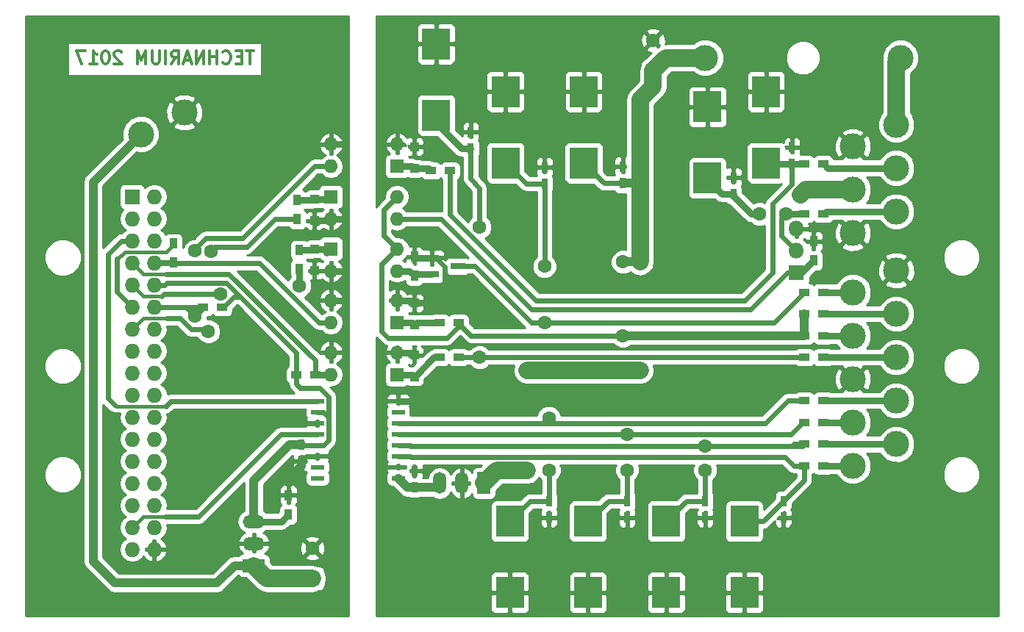
<source format=gbr>
G04 #@! TF.GenerationSoftware,KiCad,Pcbnew,no-vcs-found-b47a06e~61~ubuntu16.04.1*
G04 #@! TF.CreationDate,2017-12-14T14:59:07+02:00*
G04 #@! TF.ProjectId,controller2,636F6E74726F6C6C6572322E6B696361,rev?*
G04 #@! TF.SameCoordinates,Original*
G04 #@! TF.FileFunction,Copper,L2,Bot,Signal*
G04 #@! TF.FilePolarity,Positive*
%FSLAX46Y46*%
G04 Gerber Fmt 4.6, Leading zero omitted, Abs format (unit mm)*
G04 Created by KiCad (PCBNEW no-vcs-found-b47a06e~61~ubuntu16.04.1) date Thu Dec 14 14:59:07 2017*
%MOMM*%
%LPD*%
G01*
G04 APERTURE LIST*
%ADD10C,0.300000*%
%ADD11O,1.600000X1.600000*%
%ADD12R,1.600000X1.600000*%
%ADD13C,3.000000*%
%ADD14R,1.200000X0.900000*%
%ADD15R,0.750000X1.200000*%
%ADD16R,3.200000X3.600000*%
%ADD17R,1.800000X1.800000*%
%ADD18O,1.800000X1.800000*%
%ADD19R,1.000000X1.000000*%
%ADD20R,0.900000X1.200000*%
%ADD21C,1.600000*%
%ADD22R,1.727200X1.727200*%
%ADD23O,1.727200X1.727200*%
%ADD24O,1.500000X2.500000*%
%ADD25R,1.500000X2.500000*%
%ADD26R,2.500000X1.500000*%
%ADD27O,2.500000X1.500000*%
%ADD28R,1.500000X0.600000*%
%ADD29R,1.800860X0.800100*%
%ADD30C,0.800000*%
%ADD31C,0.600000*%
%ADD32C,2.000000*%
%ADD33C,1.000000*%
%ADD34C,0.400000*%
%ADD35C,0.254000*%
G04 APERTURE END LIST*
D10*
X157000000Y-57678571D02*
X156142857Y-57678571D01*
X156571428Y-59178571D02*
X156571428Y-57678571D01*
X155642857Y-58392857D02*
X155142857Y-58392857D01*
X154928571Y-59178571D02*
X155642857Y-59178571D01*
X155642857Y-57678571D01*
X154928571Y-57678571D01*
X153428571Y-59035714D02*
X153500000Y-59107142D01*
X153714285Y-59178571D01*
X153857142Y-59178571D01*
X154071428Y-59107142D01*
X154214285Y-58964285D01*
X154285714Y-58821428D01*
X154357142Y-58535714D01*
X154357142Y-58321428D01*
X154285714Y-58035714D01*
X154214285Y-57892857D01*
X154071428Y-57750000D01*
X153857142Y-57678571D01*
X153714285Y-57678571D01*
X153500000Y-57750000D01*
X153428571Y-57821428D01*
X152785714Y-59178571D02*
X152785714Y-57678571D01*
X152785714Y-58392857D02*
X151928571Y-58392857D01*
X151928571Y-59178571D02*
X151928571Y-57678571D01*
X151214285Y-59178571D02*
X151214285Y-57678571D01*
X150357142Y-59178571D01*
X150357142Y-57678571D01*
X149714285Y-58750000D02*
X149000000Y-58750000D01*
X149857142Y-59178571D02*
X149357142Y-57678571D01*
X148857142Y-59178571D01*
X147500000Y-59178571D02*
X148000000Y-58464285D01*
X148357142Y-59178571D02*
X148357142Y-57678571D01*
X147785714Y-57678571D01*
X147642857Y-57750000D01*
X147571428Y-57821428D01*
X147500000Y-57964285D01*
X147500000Y-58178571D01*
X147571428Y-58321428D01*
X147642857Y-58392857D01*
X147785714Y-58464285D01*
X148357142Y-58464285D01*
X146857142Y-59178571D02*
X146857142Y-57678571D01*
X146142857Y-57678571D02*
X146142857Y-58892857D01*
X146071428Y-59035714D01*
X146000000Y-59107142D01*
X145857142Y-59178571D01*
X145571428Y-59178571D01*
X145428571Y-59107142D01*
X145357142Y-59035714D01*
X145285714Y-58892857D01*
X145285714Y-57678571D01*
X144571428Y-59178571D02*
X144571428Y-57678571D01*
X144071428Y-58750000D01*
X143571428Y-57678571D01*
X143571428Y-59178571D01*
X141785714Y-57821428D02*
X141714285Y-57750000D01*
X141571428Y-57678571D01*
X141214285Y-57678571D01*
X141071428Y-57750000D01*
X141000000Y-57821428D01*
X140928571Y-57964285D01*
X140928571Y-58107142D01*
X141000000Y-58321428D01*
X141857142Y-59178571D01*
X140928571Y-59178571D01*
X140000000Y-57678571D02*
X139857142Y-57678571D01*
X139714285Y-57750000D01*
X139642857Y-57821428D01*
X139571428Y-57964285D01*
X139500000Y-58250000D01*
X139500000Y-58607142D01*
X139571428Y-58892857D01*
X139642857Y-59035714D01*
X139714285Y-59107142D01*
X139857142Y-59178571D01*
X140000000Y-59178571D01*
X140142857Y-59107142D01*
X140214285Y-59035714D01*
X140285714Y-58892857D01*
X140357142Y-58607142D01*
X140357142Y-58250000D01*
X140285714Y-57964285D01*
X140214285Y-57821428D01*
X140142857Y-57750000D01*
X140000000Y-57678571D01*
X138071428Y-59178571D02*
X138928571Y-59178571D01*
X138500000Y-59178571D02*
X138500000Y-57678571D01*
X138642857Y-57892857D01*
X138785714Y-58035714D01*
X138928571Y-58107142D01*
X137571428Y-57678571D02*
X136571428Y-57678571D01*
X137214285Y-59178571D01*
D11*
X165880000Y-95000000D03*
X173500000Y-92460000D03*
X165880000Y-92460000D03*
D12*
X173500000Y-95000000D03*
X165880000Y-74500000D03*
D11*
X173500000Y-77040000D03*
X165880000Y-77040000D03*
X173500000Y-74500000D03*
X165880000Y-89000000D03*
X173500000Y-86460000D03*
X165880000Y-86460000D03*
D12*
X173500000Y-89000000D03*
X165880000Y-80500000D03*
D11*
X173500000Y-83040000D03*
X165880000Y-83040000D03*
X173500000Y-80500000D03*
X165880000Y-71000000D03*
X173500000Y-68460000D03*
X165880000Y-68460000D03*
D12*
X173500000Y-71000000D03*
D13*
X231000000Y-66200000D03*
X226000000Y-68700000D03*
X231000000Y-71200000D03*
X226000000Y-73700000D03*
X231000000Y-76200000D03*
X226000000Y-78700000D03*
D14*
X220400000Y-70750000D03*
X222600000Y-70750000D03*
D15*
X212250000Y-74200000D03*
X212250000Y-72300000D03*
X219000000Y-68800000D03*
X219000000Y-70700000D03*
D16*
X209250000Y-72350000D03*
X209250000Y-64150000D03*
X216000000Y-62400000D03*
X216000000Y-70600000D03*
D17*
X219500000Y-83290000D03*
D18*
X219500000Y-80750000D03*
X219500000Y-78210000D03*
D19*
X164000000Y-74750000D03*
X164000000Y-77250000D03*
X164000000Y-83000000D03*
X164000000Y-80500000D03*
X175500000Y-71250000D03*
X175500000Y-68750000D03*
D20*
X162000000Y-77100000D03*
X162000000Y-74900000D03*
D14*
X153350000Y-87250000D03*
X151150000Y-87250000D03*
X179600000Y-71500000D03*
X177400000Y-71500000D03*
D20*
X221500000Y-81850000D03*
X221500000Y-79650000D03*
D14*
X220400000Y-76500000D03*
X222600000Y-76500000D03*
D13*
X149000000Y-64800000D03*
X144000000Y-67300000D03*
X209000000Y-58500000D03*
X231500000Y-58500000D03*
X231000000Y-83000000D03*
X226000000Y-85500000D03*
X231000000Y-88000000D03*
X226000000Y-90500000D03*
X231000000Y-93000000D03*
X226000000Y-95500000D03*
X231000000Y-98000000D03*
X226000000Y-100500000D03*
X231000000Y-103000000D03*
X226000000Y-105500000D03*
D15*
X162500000Y-103050000D03*
X162500000Y-104950000D03*
X175500000Y-106100000D03*
X175500000Y-108000000D03*
X218000000Y-109550000D03*
X218000000Y-111450000D03*
X209000000Y-111450000D03*
X209000000Y-109550000D03*
X200000000Y-109550000D03*
X200000000Y-111450000D03*
X191000000Y-111450000D03*
X191000000Y-109550000D03*
X182000000Y-68950000D03*
X182000000Y-67050000D03*
X199500000Y-72950000D03*
X199500000Y-71050000D03*
X190500000Y-71100000D03*
X190500000Y-73000000D03*
D21*
X163750000Y-115000000D03*
D12*
X163750000Y-118500000D03*
X203000000Y-60000000D03*
D21*
X203000000Y-56500000D03*
D22*
X143000000Y-74500000D03*
D23*
X145540000Y-74500000D03*
X143000000Y-77040000D03*
X145540000Y-77040000D03*
X143000000Y-79580000D03*
X145540000Y-79580000D03*
X143000000Y-82120000D03*
X145540000Y-82120000D03*
X143000000Y-84660000D03*
X145540000Y-84660000D03*
X143000000Y-87200000D03*
X145540000Y-87200000D03*
X143000000Y-89740000D03*
X145540000Y-89740000D03*
X143000000Y-92280000D03*
X145540000Y-92280000D03*
X143000000Y-94820000D03*
X145540000Y-94820000D03*
X143000000Y-97360000D03*
X145540000Y-97360000D03*
X143000000Y-99900000D03*
X145540000Y-99900000D03*
X143000000Y-102440000D03*
X145540000Y-102440000D03*
X143000000Y-104980000D03*
X145540000Y-104980000D03*
X143000000Y-107520000D03*
X145540000Y-107520000D03*
X143000000Y-110060000D03*
X145540000Y-110060000D03*
X143000000Y-112600000D03*
X145540000Y-112600000D03*
X143000000Y-115140000D03*
X145540000Y-115140000D03*
D24*
X178420000Y-107500000D03*
X180960000Y-107500000D03*
D25*
X183500000Y-107500000D03*
D26*
X157000000Y-117000000D03*
D27*
X157000000Y-114460000D03*
X157000000Y-111920000D03*
D16*
X178000000Y-65100000D03*
X178000000Y-56900000D03*
X186500000Y-120100000D03*
X186500000Y-111900000D03*
X195000000Y-70600000D03*
X195000000Y-62400000D03*
X195500000Y-120100000D03*
X195500000Y-111900000D03*
X204500000Y-111900000D03*
X204500000Y-120100000D03*
X186000000Y-62400000D03*
X186000000Y-70600000D03*
X213500000Y-111900000D03*
X213500000Y-120100000D03*
D19*
X175500000Y-86750000D03*
X175500000Y-89250000D03*
X175500000Y-95250000D03*
X175500000Y-92750000D03*
D28*
X173650000Y-106945000D03*
X173650000Y-105675000D03*
X173650000Y-104405000D03*
X173650000Y-103135000D03*
X173650000Y-101865000D03*
X173650000Y-100595000D03*
X173650000Y-99325000D03*
X173650000Y-98055000D03*
X164350000Y-98055000D03*
X164350000Y-99325000D03*
X164350000Y-100595000D03*
X164350000Y-101865000D03*
X164350000Y-103135000D03*
X164350000Y-104405000D03*
X164350000Y-105675000D03*
X164350000Y-106945000D03*
D29*
X177498860Y-83450000D03*
X177498860Y-81550000D03*
X180501140Y-82500000D03*
D20*
X147750000Y-82100000D03*
X147750000Y-79900000D03*
D14*
X222600000Y-100500000D03*
X220400000Y-100500000D03*
X220400000Y-103000000D03*
X222600000Y-103000000D03*
X222600000Y-105500000D03*
X220400000Y-105500000D03*
D20*
X175500000Y-81400000D03*
X175500000Y-83600000D03*
X162250000Y-80650000D03*
X162250000Y-82850000D03*
D14*
X164100000Y-95000000D03*
X161900000Y-95000000D03*
D20*
X161000000Y-111100000D03*
X161000000Y-108900000D03*
D14*
X220400000Y-98000000D03*
X222600000Y-98000000D03*
X222600000Y-93000000D03*
X220400000Y-93000000D03*
X220400000Y-90500000D03*
X222600000Y-90500000D03*
X222600000Y-88000000D03*
X220400000Y-88000000D03*
X220400000Y-85500000D03*
X222600000Y-85500000D03*
X180600000Y-93000000D03*
X178400000Y-93000000D03*
X178400000Y-89000000D03*
X180600000Y-89000000D03*
D21*
X178500000Y-86750000D03*
X178500000Y-95250000D03*
X220000000Y-74250000D03*
X201500000Y-74250000D03*
X199500000Y-82000000D03*
X201500000Y-94500000D03*
X188500000Y-94500000D03*
X188500000Y-106000000D03*
X201500000Y-82000000D03*
X199500000Y-90500000D03*
X183000000Y-78000000D03*
X190500000Y-89000000D03*
X190500000Y-82500010D03*
X158000000Y-96000000D03*
X158000000Y-100000000D03*
X161000000Y-100000000D03*
X161000000Y-107000000D03*
X162250000Y-84750000D03*
X153205754Y-85705754D03*
X183000000Y-93000000D03*
X191000000Y-100000000D03*
X191000000Y-106000000D03*
X209000000Y-103195020D03*
X209000000Y-106000000D03*
X200004306Y-101895010D03*
X200000000Y-106000000D03*
X215250000Y-76500000D03*
X218250000Y-76500000D03*
X150250000Y-80750001D03*
X150250000Y-88250000D03*
X152049630Y-80787083D03*
X151772803Y-90022797D03*
D30*
X222600000Y-105500000D02*
X226000000Y-105500000D01*
X222600000Y-103000000D02*
X231000000Y-103000000D01*
X222600000Y-100500000D02*
X226000000Y-100500000D01*
X222600000Y-98000000D02*
X224000000Y-98000000D01*
X224000000Y-98000000D02*
X231000000Y-98000000D01*
X178500000Y-86750000D02*
X175500000Y-86750000D01*
X173650000Y-98055000D02*
X175695000Y-98055000D01*
X175695000Y-98055000D02*
X178500000Y-95250000D01*
D31*
X175500000Y-86750000D02*
X176800000Y-86750000D01*
X178999291Y-82569949D02*
X177979342Y-81550000D01*
X178999291Y-84550709D02*
X178999291Y-82569949D01*
X176800000Y-86750000D02*
X178999291Y-84550709D01*
D30*
X177979342Y-81550000D02*
X177498860Y-81550000D01*
X177498860Y-81550000D02*
X175650000Y-81550000D01*
X175650000Y-81550000D02*
X175500000Y-81400000D01*
X173500000Y-86460000D02*
X175210000Y-86460000D01*
X175210000Y-86460000D02*
X175500000Y-86750000D01*
X173500000Y-92460000D02*
X175210000Y-92460000D01*
X175210000Y-92460000D02*
X175500000Y-92750000D01*
X222600000Y-93000000D02*
X231000000Y-93000000D01*
X222600000Y-90500000D02*
X226000000Y-90500000D01*
X222600000Y-88000000D02*
X231000000Y-88000000D01*
X222600000Y-85500000D02*
X226000000Y-85500000D01*
X178400000Y-89000000D02*
X175750000Y-89000000D01*
X175750000Y-89000000D02*
X175500000Y-89250000D01*
X173500000Y-89000000D02*
X175250000Y-89000000D01*
X175250000Y-89000000D02*
X175500000Y-89250000D01*
D32*
X220550000Y-73700000D02*
X220000000Y-74250000D01*
X226000000Y-73700000D02*
X220550000Y-73700000D01*
X201500000Y-74250000D02*
X201500000Y-72950000D01*
D31*
X173500000Y-74500000D02*
X172000000Y-76000000D01*
X172000000Y-76000000D02*
X172000000Y-79000000D01*
X172000000Y-79000000D02*
X172700001Y-79700001D01*
X172700001Y-79700001D02*
X173500000Y-80500000D01*
X171750000Y-90000000D02*
X171750000Y-82250000D01*
X179250000Y-90750000D02*
X172500000Y-90750000D01*
X172500000Y-90750000D02*
X171750000Y-90000000D01*
X180600000Y-89400000D02*
X179250000Y-90750000D01*
X171750000Y-82250000D02*
X173500000Y-80500000D01*
D30*
X180600000Y-89000000D02*
X180600000Y-89400000D01*
D31*
X220400000Y-90500000D02*
X182000000Y-90500000D01*
X182000000Y-90500000D02*
X180500000Y-89000000D01*
X180500000Y-89000000D02*
X180450000Y-89050000D01*
D33*
X201500000Y-82000000D02*
X199500000Y-82000000D01*
D32*
X201500000Y-72950000D02*
X201500000Y-82000000D01*
D33*
X201500000Y-76000000D02*
X201500000Y-82000000D01*
D32*
X201500000Y-94500000D02*
X188500000Y-94500000D01*
X185000000Y-106000000D02*
X183500000Y-107500000D01*
X188500000Y-106000000D02*
X185000000Y-106000000D01*
X203000000Y-60000000D02*
X203000000Y-61800000D01*
X201500000Y-63300000D02*
X201500000Y-72950000D01*
X203000000Y-61800000D02*
X201500000Y-63300000D01*
X209000000Y-58500000D02*
X204500000Y-58500000D01*
X204500000Y-58500000D02*
X203000000Y-60000000D01*
D33*
X199500000Y-72950000D02*
X201500000Y-72950000D01*
X220400000Y-90500000D02*
X220400000Y-88000000D01*
X199500000Y-90500000D02*
X220400000Y-90500000D01*
D30*
X178000000Y-65100000D02*
X178000000Y-66000000D01*
X178000000Y-66000000D02*
X180950000Y-68950000D01*
X180950000Y-68950000D02*
X182000000Y-68950000D01*
D31*
X182500000Y-72950000D02*
X182000000Y-72450000D01*
X182500000Y-73000000D02*
X182500000Y-72950000D01*
X183000000Y-78000000D02*
X183000000Y-73500000D01*
X183000000Y-73500000D02*
X182500000Y-73000000D01*
X182000000Y-72450000D02*
X182000000Y-68950000D01*
D30*
X178400000Y-93000000D02*
X177750000Y-93000000D01*
X177750000Y-93000000D02*
X175500000Y-95250000D01*
X173500000Y-95000000D02*
X175250000Y-95000000D01*
X175250000Y-95000000D02*
X175500000Y-95250000D01*
D31*
X189000000Y-89000000D02*
X190500000Y-89000000D01*
X216900000Y-89000000D02*
X189000000Y-89000000D01*
X220400000Y-85500000D02*
X216900000Y-89000000D01*
X182500000Y-82500000D02*
X180500000Y-82500000D01*
X189000000Y-89000000D02*
X182500000Y-82500000D01*
X190500000Y-73000000D02*
X190500000Y-82500010D01*
D30*
X157000000Y-111920000D02*
X160180000Y-111920000D01*
X160180000Y-111920000D02*
X161000000Y-111100000D01*
D31*
X155500000Y-86075996D02*
X161900000Y-92475996D01*
X161900000Y-92475996D02*
X161900000Y-95000000D01*
X146761314Y-84660000D02*
X147015561Y-84405753D01*
X153874002Y-84449998D02*
X155500000Y-86075996D01*
X153500000Y-87250000D02*
X153350000Y-87250000D01*
X153829755Y-84405753D02*
X153874002Y-84449998D01*
X154674004Y-86075996D02*
X153500000Y-87250000D01*
X147015561Y-84405753D02*
X153829755Y-84405753D01*
X145540000Y-84660000D02*
X146761314Y-84660000D01*
X155500000Y-86075996D02*
X154674004Y-86075996D01*
X164575996Y-96500000D02*
X162350000Y-96500000D01*
X165600001Y-97524005D02*
X164575996Y-96500000D01*
X162350000Y-96500000D02*
X161900000Y-96050000D01*
X165600001Y-99500000D02*
X165600001Y-97524005D01*
X161900000Y-96050000D02*
X161900000Y-95000000D01*
D30*
X165880000Y-68460000D02*
X167460000Y-68460000D01*
X165880000Y-77040000D02*
X167460000Y-77040000D01*
X165880000Y-83040000D02*
X167460000Y-83040000D01*
X165880000Y-86460000D02*
X167460000Y-86460000D01*
D31*
X161000000Y-100000000D02*
X158000000Y-100000000D01*
D30*
X164000000Y-77250000D02*
X165670000Y-77250000D01*
X165670000Y-77250000D02*
X165880000Y-77040000D01*
X164250000Y-77500000D02*
X164000000Y-77250000D01*
D31*
X164350000Y-100595000D02*
X161595000Y-100595000D01*
X161595000Y-100595000D02*
X161000000Y-100000000D01*
D33*
X162500000Y-104950000D02*
X162500000Y-105500000D01*
X162500000Y-105500000D02*
X161000000Y-107000000D01*
D31*
X146883601Y-83383601D02*
X154133601Y-83383601D01*
X154133601Y-83383601D02*
X164100000Y-93350000D01*
X164100000Y-93350000D02*
X164100000Y-95000000D01*
D30*
X164100000Y-95000000D02*
X165880000Y-95000000D01*
X162250000Y-82850000D02*
X162250000Y-84750000D01*
D31*
X146423601Y-85923601D02*
X146641448Y-85705754D01*
X146641448Y-85705754D02*
X152074384Y-85705754D01*
X152074384Y-85705754D02*
X153205754Y-85705754D01*
D34*
X144263601Y-85923601D02*
X146423601Y-85923601D01*
X143000000Y-84660000D02*
X144263601Y-85923601D01*
D31*
X199500000Y-72950000D02*
X197350000Y-72950000D01*
X197350000Y-72950000D02*
X195000000Y-70600000D01*
X183000000Y-93000000D02*
X180600000Y-93000000D01*
X220400000Y-93000000D02*
X180600000Y-93000000D01*
X190500000Y-73000000D02*
X188400000Y-73000000D01*
X188400000Y-73000000D02*
X186000000Y-70600000D01*
X191000000Y-109550000D02*
X188850000Y-109550000D01*
X188850000Y-109550000D02*
X186500000Y-111900000D01*
X173650000Y-100595000D02*
X190500000Y-100595000D01*
X191000000Y-100000000D02*
X191000000Y-100095000D01*
X190500000Y-100595000D02*
X215905000Y-100595000D01*
X191000000Y-100095000D02*
X190500000Y-100595000D01*
X191000000Y-109550000D02*
X191000000Y-106000000D01*
X219200000Y-98000000D02*
X220400000Y-98000000D01*
X215905000Y-100595000D02*
X218500000Y-98000000D01*
X218500000Y-98000000D02*
X219200000Y-98000000D01*
D33*
X162500000Y-103050000D02*
X161125000Y-103050000D01*
X161125000Y-103050000D02*
X157000000Y-107175000D01*
X157000000Y-107175000D02*
X157000000Y-110170000D01*
X157000000Y-110170000D02*
X157000000Y-111920000D01*
D31*
X165600001Y-99894999D02*
X165600001Y-99500000D01*
X165205002Y-99500000D02*
X165600001Y-99500000D01*
X164350000Y-99325000D02*
X165030002Y-99325000D01*
X165030002Y-99325000D02*
X165205002Y-99500000D01*
X164350000Y-103135000D02*
X162585000Y-103135000D01*
X162585000Y-103135000D02*
X162500000Y-103050000D01*
X165030002Y-99325000D02*
X165600001Y-99894999D01*
X165600001Y-102565001D02*
X165030002Y-103135000D01*
X165030002Y-103135000D02*
X164350000Y-103135000D01*
X165600001Y-99894999D02*
X165600001Y-102565001D01*
X164350000Y-104405000D02*
X163045000Y-104405000D01*
X163045000Y-104405000D02*
X162500000Y-104950000D01*
D34*
X143000000Y-82120000D02*
X144263601Y-83383601D01*
X144263601Y-83383601D02*
X146883601Y-83383601D01*
D30*
X177498860Y-83450000D02*
X175650000Y-83450000D01*
X175650000Y-83450000D02*
X175500000Y-83600000D01*
X173500000Y-83040000D02*
X174940000Y-83040000D01*
X174940000Y-83040000D02*
X175500000Y-83600000D01*
D31*
X219200000Y-105500000D02*
X218195021Y-104495021D01*
X218195021Y-104495021D02*
X175090021Y-104495021D01*
X175000000Y-104405000D02*
X173650000Y-104405000D01*
X175090021Y-104495021D02*
X175000000Y-104405000D01*
X220400000Y-105500000D02*
X219200000Y-105500000D01*
X213500000Y-111900000D02*
X215650000Y-111900000D01*
X215650000Y-111900000D02*
X218000000Y-109550000D01*
X220400000Y-105500000D02*
X220400000Y-107150000D01*
X220400000Y-107150000D02*
X218000000Y-109550000D01*
X209000000Y-103195020D02*
X220204980Y-103195020D01*
X220204980Y-103195020D02*
X220400000Y-103000000D01*
X209000000Y-109550000D02*
X206850000Y-109550000D01*
X206850000Y-109550000D02*
X204500000Y-111900000D01*
X173650000Y-103135000D02*
X175000000Y-103135000D01*
X175000000Y-103135000D02*
X175060011Y-103195011D01*
X175060011Y-103195011D02*
X219004989Y-103195011D01*
X219004989Y-103195011D02*
X219200000Y-103000000D01*
X219200000Y-103000000D02*
X220400000Y-103000000D01*
X209000000Y-109550000D02*
X209000000Y-106000000D01*
X200000000Y-109550000D02*
X197850000Y-109550000D01*
X197850000Y-109550000D02*
X195500000Y-111900000D01*
X218854990Y-101895010D02*
X201135676Y-101895010D01*
X220400000Y-100500000D02*
X220250000Y-100500000D01*
X220250000Y-100500000D02*
X218854990Y-101895010D01*
X201135676Y-101895010D02*
X200004306Y-101895010D01*
X173650000Y-101865000D02*
X199974296Y-101865000D01*
X199974296Y-101865000D02*
X200004306Y-101895010D01*
X200000000Y-109550000D02*
X200000000Y-106000000D01*
X157620000Y-82120000D02*
X164500000Y-89000000D01*
X164500000Y-89000000D02*
X164748630Y-89000000D01*
X164748630Y-89000000D02*
X165880000Y-89000000D01*
X145540000Y-82120000D02*
X157620000Y-82120000D01*
X147750000Y-82100000D02*
X145560000Y-82100000D01*
X145560000Y-82100000D02*
X145540000Y-82120000D01*
X141250000Y-85450000D02*
X141250000Y-81650000D01*
X143000000Y-87200000D02*
X141250000Y-85450000D01*
D34*
X146793601Y-80856399D02*
X146837202Y-80900000D01*
X142143601Y-80856399D02*
X146793601Y-80856399D01*
X146837202Y-80900000D02*
X146900000Y-80900000D01*
X141250000Y-81750000D02*
X142143601Y-80856399D01*
X146900000Y-80900000D02*
X147750000Y-80050000D01*
X147750000Y-80050000D02*
X147750000Y-79900000D01*
D33*
X173650000Y-106945000D02*
X174705000Y-108000000D01*
X174705000Y-108000000D02*
X175500000Y-108000000D01*
X175500000Y-108000000D02*
X177920000Y-108000000D01*
X177920000Y-108000000D02*
X178420000Y-107500000D01*
D31*
X141778686Y-79580000D02*
X140199990Y-81158696D01*
X143000000Y-79580000D02*
X141778686Y-79580000D01*
X140199990Y-81158696D02*
X140199990Y-97699990D01*
X140199990Y-97699990D02*
X141000000Y-98500000D01*
X146876399Y-98623601D02*
X147445000Y-98055000D01*
X147445000Y-98055000D02*
X164350000Y-98055000D01*
D34*
X141000000Y-98500000D02*
X141123601Y-98623601D01*
X141123601Y-98623601D02*
X146876399Y-98623601D01*
D31*
X146836399Y-111336399D02*
X150663601Y-111336399D01*
X150663601Y-111336399D02*
X160135000Y-101865000D01*
X160135000Y-101865000D02*
X163000000Y-101865000D01*
X163000000Y-101865000D02*
X164350000Y-101865000D01*
D34*
X143000000Y-112600000D02*
X144263601Y-111336399D01*
X144263601Y-111336399D02*
X146836399Y-111336399D01*
D32*
X163750000Y-118500000D02*
X158500000Y-118500000D01*
X158500000Y-118500000D02*
X157000000Y-117000000D01*
D33*
X141000000Y-119000000D02*
X138500000Y-116500000D01*
X157000000Y-117000000D02*
X154750000Y-117000000D01*
X152750000Y-119000000D02*
X141000000Y-119000000D01*
X154750000Y-117000000D02*
X152750000Y-119000000D01*
X138500000Y-116500000D02*
X138500000Y-72800000D01*
X138500000Y-72800000D02*
X144000000Y-67300000D01*
D32*
X231000000Y-66200000D02*
X231000000Y-59000000D01*
X231000000Y-59000000D02*
X231500000Y-58500000D01*
D30*
X212250000Y-74200000D02*
X212250000Y-74425000D01*
X212250000Y-74425000D02*
X214325000Y-76500000D01*
X214325000Y-76500000D02*
X215250000Y-76500000D01*
X209250000Y-72350000D02*
X209250000Y-72500000D01*
X209250000Y-72500000D02*
X210950000Y-74200000D01*
X210950000Y-74200000D02*
X212250000Y-74200000D01*
D31*
X218250000Y-76500000D02*
X217750000Y-77000000D01*
X217750000Y-77000000D02*
X217750000Y-79000000D01*
X218600001Y-79850001D02*
X219500000Y-80750000D01*
X217750000Y-79000000D02*
X218600001Y-79850001D01*
D30*
X220400000Y-76500000D02*
X218250000Y-76500000D01*
X218000000Y-76750000D02*
X218250000Y-76500000D01*
D31*
X214250000Y-87500000D02*
X218460000Y-83290000D01*
X189000000Y-87500000D02*
X214250000Y-87500000D01*
X173500000Y-77040000D02*
X178540000Y-77040000D01*
X178540000Y-77040000D02*
X189000000Y-87500000D01*
X218460000Y-83290000D02*
X219500000Y-83290000D01*
D30*
X219500000Y-83290000D02*
X220060000Y-83290000D01*
X220060000Y-83290000D02*
X221500000Y-81850000D01*
D31*
X213500000Y-86500000D02*
X216750000Y-83250000D01*
X189500000Y-86500000D02*
X213500000Y-86500000D01*
X179600000Y-76600000D02*
X189500000Y-86500000D01*
X179600000Y-71500000D02*
X179600000Y-76600000D01*
X216750000Y-83250000D02*
X216750000Y-75325998D01*
X216750000Y-75325998D02*
X219000000Y-73075998D01*
X219000000Y-73075998D02*
X219000000Y-70700000D01*
D30*
X219000000Y-70700000D02*
X216100000Y-70700000D01*
X216100000Y-70700000D02*
X216000000Y-70600000D01*
X220400000Y-70750000D02*
X219050000Y-70750000D01*
X219050000Y-70750000D02*
X219000000Y-70700000D01*
X175500000Y-71250000D02*
X177150000Y-71250000D01*
X177150000Y-71250000D02*
X177400000Y-71500000D01*
X173500000Y-71000000D02*
X175250000Y-71000000D01*
X175250000Y-71000000D02*
X175500000Y-71250000D01*
D31*
X151500000Y-79250000D02*
X150250000Y-80500000D01*
X165880000Y-71000000D02*
X164000000Y-71000000D01*
X155750000Y-79250000D02*
X151500000Y-79250000D01*
X164000000Y-71000000D02*
X155750000Y-79250000D01*
X150250000Y-80500000D02*
X150250000Y-80750001D01*
X145540000Y-87200000D02*
X151100000Y-87200000D01*
X151100000Y-87200000D02*
X151150000Y-87250000D01*
X151150000Y-87250000D02*
X151150000Y-87350000D01*
X151150000Y-87350000D02*
X151049999Y-87450001D01*
X151049999Y-87450001D02*
X150250000Y-88250000D01*
X149450001Y-87450001D02*
X150250000Y-88250000D01*
X145540000Y-87200000D02*
X149200000Y-87200000D01*
X149200000Y-87200000D02*
X149450001Y-87450001D01*
X146976399Y-88476399D02*
X148476399Y-88476399D01*
X148476399Y-88476399D02*
X149750000Y-89750000D01*
X149750000Y-89750000D02*
X151500006Y-89750000D01*
X151500006Y-89750000D02*
X151772803Y-90022797D01*
D34*
X143000000Y-89740000D02*
X144263601Y-88476399D01*
X144263601Y-88476399D02*
X146976399Y-88476399D01*
D31*
X152500000Y-80250000D02*
X152049630Y-80700370D01*
X156250000Y-80250000D02*
X152500000Y-80250000D01*
X159400000Y-77100000D02*
X156250000Y-80250000D01*
X162000000Y-77100000D02*
X159400000Y-77100000D01*
X152049630Y-80700370D02*
X152049630Y-80787083D01*
D30*
X164000000Y-74750000D02*
X165630000Y-74750000D01*
X165630000Y-74750000D02*
X165880000Y-74500000D01*
X162000000Y-74900000D02*
X163850000Y-74900000D01*
X163850000Y-74900000D02*
X164000000Y-74750000D01*
X162250000Y-80650000D02*
X163850000Y-80650000D01*
X163850000Y-80650000D02*
X164000000Y-80500000D01*
X164000000Y-80500000D02*
X165880000Y-80500000D01*
X165380000Y-81000000D02*
X165880000Y-80500000D01*
X222600000Y-70750000D02*
X222700000Y-70750000D01*
X222700000Y-70750000D02*
X223150000Y-71200000D01*
X231000000Y-71200000D02*
X223150000Y-71200000D01*
X231000000Y-76200000D02*
X222900000Y-76200000D01*
X222900000Y-76200000D02*
X222600000Y-76500000D01*
D35*
G36*
X167873000Y-122790000D02*
X130710000Y-122790000D01*
X130710000Y-106922815D01*
X132864630Y-106922815D01*
X133188980Y-107707800D01*
X133789041Y-108308909D01*
X134573459Y-108634628D01*
X135422815Y-108635370D01*
X136207800Y-108311020D01*
X136808909Y-107710959D01*
X137134628Y-106926541D01*
X137135370Y-106077185D01*
X136811020Y-105292200D01*
X136210959Y-104691091D01*
X135426541Y-104365372D01*
X134577185Y-104364630D01*
X133792200Y-104688980D01*
X133191091Y-105289041D01*
X132865372Y-106073459D01*
X132864630Y-106922815D01*
X130710000Y-106922815D01*
X130710000Y-94422815D01*
X132864630Y-94422815D01*
X133188980Y-95207800D01*
X133789041Y-95808909D01*
X134573459Y-96134628D01*
X135422815Y-96135370D01*
X136207800Y-95811020D01*
X136808909Y-95210959D01*
X137134628Y-94426541D01*
X137135370Y-93577185D01*
X136811020Y-92792200D01*
X136210959Y-92191091D01*
X135426541Y-91865372D01*
X134577185Y-91864630D01*
X133792200Y-92188980D01*
X133191091Y-92789041D01*
X132865372Y-93573459D01*
X132864630Y-94422815D01*
X130710000Y-94422815D01*
X130710000Y-81922815D01*
X132864630Y-81922815D01*
X133188980Y-82707800D01*
X133789041Y-83308909D01*
X134573459Y-83634628D01*
X135422815Y-83635370D01*
X136207800Y-83311020D01*
X136808909Y-82710959D01*
X137134628Y-81926541D01*
X137135370Y-81077185D01*
X136811020Y-80292200D01*
X136210959Y-79691091D01*
X135426541Y-79365372D01*
X134577185Y-79364630D01*
X133792200Y-79688980D01*
X133191091Y-80289041D01*
X132865372Y-81073459D01*
X132864630Y-81922815D01*
X130710000Y-81922815D01*
X130710000Y-72800000D01*
X137365000Y-72800000D01*
X137365000Y-116500000D01*
X137451397Y-116934346D01*
X137563315Y-117101843D01*
X137697434Y-117302566D01*
X140197434Y-119802566D01*
X140565654Y-120048603D01*
X141000000Y-120135000D01*
X152750000Y-120135000D01*
X153184346Y-120048603D01*
X153552566Y-119802566D01*
X155220132Y-118135000D01*
X155243541Y-118135000D01*
X155292191Y-118207809D01*
X155502235Y-118348157D01*
X155750000Y-118397440D01*
X156085200Y-118397440D01*
X157343878Y-119656117D01*
X157343880Y-119656120D01*
X157874313Y-120010543D01*
X158500000Y-120135000D01*
X163750000Y-120135000D01*
X164375687Y-120010543D01*
X164470128Y-119947440D01*
X164550000Y-119947440D01*
X164797765Y-119898157D01*
X165007809Y-119757809D01*
X165148157Y-119547765D01*
X165197440Y-119300000D01*
X165197440Y-119220128D01*
X165260543Y-119125687D01*
X165385000Y-118500000D01*
X165260543Y-117874313D01*
X165197440Y-117779872D01*
X165197440Y-117700000D01*
X165148157Y-117452235D01*
X165007809Y-117242191D01*
X164797765Y-117101843D01*
X164550000Y-117052560D01*
X164470128Y-117052560D01*
X164375687Y-116989457D01*
X163750000Y-116865000D01*
X159177239Y-116865000D01*
X158897440Y-116585200D01*
X158897440Y-116250000D01*
X158849253Y-116007745D01*
X162921861Y-116007745D01*
X162995995Y-116253864D01*
X163533223Y-116446965D01*
X164103454Y-116419778D01*
X164504005Y-116253864D01*
X164578139Y-116007745D01*
X163750000Y-115179605D01*
X162921861Y-116007745D01*
X158849253Y-116007745D01*
X158848157Y-116002235D01*
X158707809Y-115792191D01*
X158497765Y-115651843D01*
X158255275Y-115603609D01*
X158569145Y-115349540D01*
X158828173Y-114872684D01*
X158842318Y-114801185D01*
X158832032Y-114783223D01*
X162303035Y-114783223D01*
X162330222Y-115353454D01*
X162496136Y-115754005D01*
X162742255Y-115828139D01*
X163570395Y-115000000D01*
X163929605Y-115000000D01*
X164757745Y-115828139D01*
X165003864Y-115754005D01*
X165196965Y-115216777D01*
X165169778Y-114646546D01*
X165003864Y-114245995D01*
X164757745Y-114171861D01*
X163929605Y-115000000D01*
X163570395Y-115000000D01*
X162742255Y-114171861D01*
X162496136Y-114245995D01*
X162303035Y-114783223D01*
X158832032Y-114783223D01*
X158719656Y-114587000D01*
X157127000Y-114587000D01*
X157127000Y-115390261D01*
X157000000Y-115364999D01*
X156873000Y-115390261D01*
X156873000Y-114587000D01*
X155280344Y-114587000D01*
X155157682Y-114801185D01*
X155171827Y-114872684D01*
X155430855Y-115349540D01*
X155744725Y-115603609D01*
X155502235Y-115651843D01*
X155292191Y-115792191D01*
X155243541Y-115865000D01*
X154750000Y-115865000D01*
X154315654Y-115951397D01*
X153947434Y-116197434D01*
X152279868Y-117865000D01*
X141470132Y-117865000D01*
X139635000Y-116029868D01*
X139635000Y-98457290D01*
X140338855Y-99161145D01*
X140642191Y-99363827D01*
X141000000Y-99435000D01*
X141002476Y-99434508D01*
X141123601Y-99458601D01*
X141559841Y-99458601D01*
X141472041Y-99900000D01*
X141586115Y-100473489D01*
X141910971Y-100959670D01*
X142225752Y-101170000D01*
X141910971Y-101380330D01*
X141586115Y-101866511D01*
X141472041Y-102440000D01*
X141586115Y-103013489D01*
X141910971Y-103499670D01*
X142225752Y-103710000D01*
X141910971Y-103920330D01*
X141586115Y-104406511D01*
X141472041Y-104980000D01*
X141586115Y-105553489D01*
X141910971Y-106039670D01*
X142225752Y-106250000D01*
X141910971Y-106460330D01*
X141586115Y-106946511D01*
X141472041Y-107520000D01*
X141586115Y-108093489D01*
X141910971Y-108579670D01*
X142225752Y-108790000D01*
X141910971Y-109000330D01*
X141586115Y-109486511D01*
X141472041Y-110060000D01*
X141586115Y-110633489D01*
X141910971Y-111119670D01*
X142225752Y-111330000D01*
X141910971Y-111540330D01*
X141586115Y-112026511D01*
X141472041Y-112600000D01*
X141586115Y-113173489D01*
X141910971Y-113659670D01*
X142225752Y-113870000D01*
X141910971Y-114080330D01*
X141586115Y-114566511D01*
X141472041Y-115140000D01*
X141586115Y-115713489D01*
X141910971Y-116199670D01*
X142397152Y-116524526D01*
X142970641Y-116638600D01*
X143029359Y-116638600D01*
X143602848Y-116524526D01*
X144089029Y-116199670D01*
X144269992Y-115928839D01*
X144651510Y-116346821D01*
X145180973Y-116594968D01*
X145413000Y-116474469D01*
X145413000Y-115267000D01*
X145667000Y-115267000D01*
X145667000Y-116474469D01*
X145899027Y-116594968D01*
X146428490Y-116346821D01*
X146822688Y-115914947D01*
X146994958Y-115499026D01*
X146873817Y-115267000D01*
X145667000Y-115267000D01*
X145413000Y-115267000D01*
X144502697Y-115267000D01*
X144527959Y-115140000D01*
X144502697Y-115013000D01*
X145413000Y-115013000D01*
X145413000Y-114079178D01*
X145510641Y-114098600D01*
X145569359Y-114098600D01*
X145667000Y-114079178D01*
X145667000Y-115013000D01*
X146873817Y-115013000D01*
X146994958Y-114780974D01*
X146822688Y-114365053D01*
X146428490Y-113933179D01*
X146305772Y-113875664D01*
X146629029Y-113659670D01*
X146953885Y-113173489D01*
X147067959Y-112600000D01*
X147002596Y-112271399D01*
X150663601Y-112271399D01*
X151021410Y-112200226D01*
X151324746Y-111997544D01*
X155865000Y-107457290D01*
X155865000Y-110685899D01*
X155483728Y-110940657D01*
X155183498Y-111389983D01*
X155078071Y-111920000D01*
X155183498Y-112450017D01*
X155483728Y-112899343D01*
X155933054Y-113199573D01*
X155944480Y-113201846D01*
X155852651Y-113229028D01*
X155430855Y-113570460D01*
X155171827Y-114047316D01*
X155157682Y-114118815D01*
X155280344Y-114333000D01*
X156873000Y-114333000D01*
X156873000Y-113305000D01*
X157127000Y-113305000D01*
X157127000Y-114333000D01*
X158719656Y-114333000D01*
X158842318Y-114118815D01*
X158828173Y-114047316D01*
X158798264Y-113992255D01*
X162921861Y-113992255D01*
X163750000Y-114820395D01*
X164578139Y-113992255D01*
X164504005Y-113746136D01*
X163966777Y-113553035D01*
X163396546Y-113580222D01*
X162995995Y-113746136D01*
X162921861Y-113992255D01*
X158798264Y-113992255D01*
X158569145Y-113570460D01*
X158147349Y-113229028D01*
X158055520Y-113201846D01*
X158066946Y-113199573D01*
X158432975Y-112955000D01*
X160179995Y-112955000D01*
X160180000Y-112955001D01*
X160576077Y-112876215D01*
X160911856Y-112651856D01*
X161216272Y-112347440D01*
X161450000Y-112347440D01*
X161697765Y-112298157D01*
X161907809Y-112157809D01*
X162048157Y-111947765D01*
X162097440Y-111700000D01*
X162097440Y-110500000D01*
X162048157Y-110252235D01*
X161907809Y-110042191D01*
X161846680Y-110001346D01*
X161988327Y-109859698D01*
X162085000Y-109626309D01*
X162085000Y-109185750D01*
X161926250Y-109027000D01*
X161127000Y-109027000D01*
X161127000Y-109852560D01*
X160873000Y-109852560D01*
X160873000Y-109027000D01*
X160073750Y-109027000D01*
X159915000Y-109185750D01*
X159915000Y-109626309D01*
X160011673Y-109859698D01*
X160153320Y-110001346D01*
X160092191Y-110042191D01*
X159951843Y-110252235D01*
X159902560Y-110500000D01*
X159902560Y-110733729D01*
X159751288Y-110885000D01*
X158432975Y-110885000D01*
X158135000Y-110685899D01*
X158135000Y-108173691D01*
X159915000Y-108173691D01*
X159915000Y-108614250D01*
X160073750Y-108773000D01*
X160873000Y-108773000D01*
X160873000Y-107823750D01*
X161127000Y-107823750D01*
X161127000Y-108773000D01*
X161926250Y-108773000D01*
X162085000Y-108614250D01*
X162085000Y-108173691D01*
X161988327Y-107940302D01*
X161809699Y-107761673D01*
X161576310Y-107665000D01*
X161285750Y-107665000D01*
X161127000Y-107823750D01*
X160873000Y-107823750D01*
X160714250Y-107665000D01*
X160423690Y-107665000D01*
X160190301Y-107761673D01*
X160011673Y-107940302D01*
X159915000Y-108173691D01*
X158135000Y-108173691D01*
X158135000Y-107645132D01*
X160544382Y-105235750D01*
X161490000Y-105235750D01*
X161490000Y-105676309D01*
X161586673Y-105909698D01*
X161765301Y-106088327D01*
X161998690Y-106185000D01*
X162214250Y-106185000D01*
X162373000Y-106026250D01*
X162373000Y-105077000D01*
X161648750Y-105077000D01*
X161490000Y-105235750D01*
X160544382Y-105235750D01*
X161490000Y-104290132D01*
X161490000Y-104664250D01*
X161648750Y-104823000D01*
X162373000Y-104823000D01*
X162373000Y-104297440D01*
X162627000Y-104297440D01*
X162627000Y-104823000D01*
X162965000Y-104823000D01*
X162965000Y-104831310D01*
X163054768Y-105048028D01*
X163035409Y-105077000D01*
X162627000Y-105077000D01*
X162627000Y-106026250D01*
X162785750Y-106185000D01*
X162994331Y-106185000D01*
X163001843Y-106222765D01*
X163060132Y-106310000D01*
X163001843Y-106397235D01*
X162952560Y-106645000D01*
X162952560Y-107245000D01*
X163001843Y-107492765D01*
X163142191Y-107702809D01*
X163352235Y-107843157D01*
X163600000Y-107892440D01*
X165100000Y-107892440D01*
X165347765Y-107843157D01*
X165557809Y-107702809D01*
X165698157Y-107492765D01*
X165747440Y-107245000D01*
X165747440Y-106645000D01*
X165698157Y-106397235D01*
X165639868Y-106310000D01*
X165698157Y-106222765D01*
X165747440Y-105975000D01*
X165747440Y-105375000D01*
X165698157Y-105127235D01*
X165645232Y-105048028D01*
X165735000Y-104831310D01*
X165735000Y-104690750D01*
X165576250Y-104532000D01*
X164477000Y-104532000D01*
X164477000Y-104727560D01*
X164223000Y-104727560D01*
X164223000Y-104532000D01*
X163510000Y-104532000D01*
X163510000Y-104278000D01*
X164223000Y-104278000D01*
X164223000Y-104082440D01*
X164477000Y-104082440D01*
X164477000Y-104278000D01*
X165576250Y-104278000D01*
X165735000Y-104119250D01*
X165735000Y-103978690D01*
X165666272Y-103812766D01*
X165691147Y-103796145D01*
X166261146Y-103226146D01*
X166463828Y-102922810D01*
X166535001Y-102565001D01*
X166535001Y-97524005D01*
X166463828Y-97166196D01*
X166261146Y-96862860D01*
X165828667Y-96430381D01*
X165851887Y-96435000D01*
X165908113Y-96435000D01*
X166457264Y-96325767D01*
X166922811Y-96014698D01*
X167233880Y-95549151D01*
X167343113Y-95000000D01*
X167233880Y-94450849D01*
X166922811Y-93985302D01*
X166518297Y-93715014D01*
X166735134Y-93612389D01*
X167111041Y-93197423D01*
X167271904Y-92809039D01*
X167149915Y-92587000D01*
X166007000Y-92587000D01*
X166007000Y-93584670D01*
X165908113Y-93565000D01*
X165851887Y-93565000D01*
X165753000Y-93584670D01*
X165753000Y-92587000D01*
X164659290Y-92587000D01*
X164183251Y-92110961D01*
X164488096Y-92110961D01*
X164610085Y-92333000D01*
X165753000Y-92333000D01*
X165753000Y-91189371D01*
X166007000Y-91189371D01*
X166007000Y-92333000D01*
X167149915Y-92333000D01*
X167271904Y-92110961D01*
X167111041Y-91722577D01*
X166735134Y-91307611D01*
X166229041Y-91068086D01*
X166007000Y-91189371D01*
X165753000Y-91189371D01*
X165530959Y-91068086D01*
X165024866Y-91307611D01*
X164648959Y-91722577D01*
X164488096Y-92110961D01*
X164183251Y-92110961D01*
X155127290Y-83055000D01*
X157232710Y-83055000D01*
X163838855Y-89661145D01*
X164142191Y-89863827D01*
X164500000Y-89935000D01*
X164783936Y-89935000D01*
X164837189Y-90014698D01*
X165302736Y-90325767D01*
X165851887Y-90435000D01*
X165908113Y-90435000D01*
X166457264Y-90325767D01*
X166922811Y-90014698D01*
X167233880Y-89549151D01*
X167343113Y-89000000D01*
X167233880Y-88450849D01*
X166922811Y-87985302D01*
X166518297Y-87715014D01*
X166735134Y-87612389D01*
X167111041Y-87197423D01*
X167271904Y-86809039D01*
X167149915Y-86587000D01*
X166007000Y-86587000D01*
X166007000Y-87584670D01*
X165908113Y-87565000D01*
X165851887Y-87565000D01*
X165753000Y-87584670D01*
X165753000Y-86587000D01*
X164610085Y-86587000D01*
X164488096Y-86809039D01*
X164648959Y-87197423D01*
X165024866Y-87612389D01*
X165241703Y-87715014D01*
X164837189Y-87985302D01*
X164825334Y-88003044D01*
X162933251Y-86110961D01*
X164488096Y-86110961D01*
X164610085Y-86333000D01*
X165753000Y-86333000D01*
X165753000Y-85189371D01*
X166007000Y-85189371D01*
X166007000Y-86333000D01*
X167149915Y-86333000D01*
X167271904Y-86110961D01*
X167111041Y-85722577D01*
X166735134Y-85307611D01*
X166229041Y-85068086D01*
X166007000Y-85189371D01*
X165753000Y-85189371D01*
X165530959Y-85068086D01*
X165024866Y-85307611D01*
X164648959Y-85722577D01*
X164488096Y-86110961D01*
X162933251Y-86110961D01*
X162869139Y-86046849D01*
X163061800Y-85967243D01*
X163465824Y-85563923D01*
X163684750Y-85036691D01*
X163685248Y-84465813D01*
X163548559Y-84135000D01*
X163714250Y-84135000D01*
X163873000Y-83976250D01*
X163873000Y-83127000D01*
X164127000Y-83127000D01*
X164127000Y-83976250D01*
X164285750Y-84135000D01*
X164626310Y-84135000D01*
X164859699Y-84038327D01*
X164873134Y-84024892D01*
X165024866Y-84192389D01*
X165530959Y-84431914D01*
X165753000Y-84310629D01*
X165753000Y-83167000D01*
X166007000Y-83167000D01*
X166007000Y-84310629D01*
X166229041Y-84431914D01*
X166735134Y-84192389D01*
X167111041Y-83777423D01*
X167271904Y-83389039D01*
X167149915Y-83167000D01*
X166007000Y-83167000D01*
X165753000Y-83167000D01*
X165016250Y-83167000D01*
X164976250Y-83127000D01*
X164127000Y-83127000D01*
X163873000Y-83127000D01*
X163347440Y-83127000D01*
X163347440Y-82873000D01*
X163873000Y-82873000D01*
X163873000Y-82023750D01*
X163714250Y-81865000D01*
X163373690Y-81865000D01*
X163242710Y-81919254D01*
X163157809Y-81792191D01*
X163094666Y-81750000D01*
X163157809Y-81707809D01*
X163173050Y-81685000D01*
X163849995Y-81685000D01*
X163850000Y-81685001D01*
X164038829Y-81647440D01*
X164500000Y-81647440D01*
X164542761Y-81638934D01*
X164622191Y-81757809D01*
X164832235Y-81898157D01*
X164924499Y-81916509D01*
X164970714Y-81947389D01*
X164911159Y-82013133D01*
X164859699Y-81961673D01*
X164626310Y-81865000D01*
X164285750Y-81865000D01*
X164127000Y-82023750D01*
X164127000Y-82873000D01*
X164588109Y-82873000D01*
X164610085Y-82913000D01*
X165753000Y-82913000D01*
X165753000Y-81960805D01*
X165776077Y-81956215D01*
X165789210Y-81947440D01*
X166007000Y-81947440D01*
X166007000Y-82913000D01*
X167149915Y-82913000D01*
X167271904Y-82690961D01*
X167111041Y-82302577D01*
X166772639Y-81929013D01*
X166927765Y-81898157D01*
X167137809Y-81757809D01*
X167278157Y-81547765D01*
X167327440Y-81300000D01*
X167327440Y-79700000D01*
X167278157Y-79452235D01*
X167137809Y-79242191D01*
X166927765Y-79101843D01*
X166680000Y-79052560D01*
X165080000Y-79052560D01*
X164832235Y-79101843D01*
X164622191Y-79242191D01*
X164542761Y-79361066D01*
X164500000Y-79352560D01*
X163500000Y-79352560D01*
X163252235Y-79401843D01*
X163062585Y-79528564D01*
X162947765Y-79451843D01*
X162700000Y-79402560D01*
X161800000Y-79402560D01*
X161552235Y-79451843D01*
X161342191Y-79592191D01*
X161201843Y-79802235D01*
X161152560Y-80050000D01*
X161152560Y-81250000D01*
X161201843Y-81497765D01*
X161342191Y-81707809D01*
X161405334Y-81750000D01*
X161342191Y-81792191D01*
X161201843Y-82002235D01*
X161152560Y-82250000D01*
X161152560Y-83450000D01*
X161201843Y-83697765D01*
X161215000Y-83717456D01*
X161215000Y-83755568D01*
X161034176Y-83936077D01*
X160953252Y-84130962D01*
X158281145Y-81458855D01*
X157977809Y-81256173D01*
X157620000Y-81185000D01*
X156250000Y-81185000D01*
X156607809Y-81113827D01*
X156911145Y-80911145D01*
X159787290Y-78035000D01*
X161010132Y-78035000D01*
X161092191Y-78157809D01*
X161302235Y-78298157D01*
X161550000Y-78347440D01*
X162450000Y-78347440D01*
X162697765Y-78298157D01*
X162907809Y-78157809D01*
X162953362Y-78089634D01*
X162961673Y-78109698D01*
X163140301Y-78288327D01*
X163373690Y-78385000D01*
X163714250Y-78385000D01*
X163873000Y-78226250D01*
X163873000Y-77377000D01*
X164127000Y-77377000D01*
X164127000Y-78226250D01*
X164285750Y-78385000D01*
X164626310Y-78385000D01*
X164859699Y-78288327D01*
X164991961Y-78156065D01*
X165024866Y-78192389D01*
X165530959Y-78431914D01*
X165753000Y-78310629D01*
X165753000Y-77167000D01*
X166007000Y-77167000D01*
X166007000Y-78310629D01*
X166229041Y-78431914D01*
X166735134Y-78192389D01*
X167111041Y-77777423D01*
X167271904Y-77389039D01*
X167149915Y-77167000D01*
X166007000Y-77167000D01*
X165753000Y-77167000D01*
X164610085Y-77167000D01*
X164494710Y-77377000D01*
X164127000Y-77377000D01*
X163873000Y-77377000D01*
X163097440Y-77377000D01*
X163097440Y-77123000D01*
X163873000Y-77123000D01*
X163873000Y-76273750D01*
X163714250Y-76115000D01*
X163373690Y-76115000D01*
X163140301Y-76211673D01*
X163056715Y-76295259D01*
X163048157Y-76252235D01*
X162907809Y-76042191D01*
X162844666Y-76000000D01*
X162907809Y-75957809D01*
X162923050Y-75935000D01*
X163849995Y-75935000D01*
X163850000Y-75935001D01*
X164038829Y-75897440D01*
X164500000Y-75897440D01*
X164747765Y-75848157D01*
X164752585Y-75844936D01*
X164832235Y-75898157D01*
X164987361Y-75929013D01*
X164766338Y-76173002D01*
X164626310Y-76115000D01*
X164285750Y-76115000D01*
X164127000Y-76273750D01*
X164127000Y-77123000D01*
X164976250Y-77123000D01*
X165135000Y-76964250D01*
X165135000Y-76913000D01*
X165753000Y-76913000D01*
X165753000Y-75947440D01*
X166007000Y-75947440D01*
X166007000Y-76913000D01*
X167149915Y-76913000D01*
X167271904Y-76690961D01*
X167111041Y-76302577D01*
X166772639Y-75929013D01*
X166927765Y-75898157D01*
X167137809Y-75757809D01*
X167278157Y-75547765D01*
X167327440Y-75300000D01*
X167327440Y-73700000D01*
X167278157Y-73452235D01*
X167137809Y-73242191D01*
X166927765Y-73101843D01*
X166680000Y-73052560D01*
X165080000Y-73052560D01*
X164832235Y-73101843D01*
X164622191Y-73242191D01*
X164481843Y-73452235D01*
X164451942Y-73602560D01*
X163500000Y-73602560D01*
X163252235Y-73651843D01*
X163042191Y-73792191D01*
X162993541Y-73865000D01*
X162923050Y-73865000D01*
X162907809Y-73842191D01*
X162697765Y-73701843D01*
X162633275Y-73689015D01*
X164387290Y-71935000D01*
X164783936Y-71935000D01*
X164837189Y-72014698D01*
X165302736Y-72325767D01*
X165851887Y-72435000D01*
X165908113Y-72435000D01*
X166457264Y-72325767D01*
X166922811Y-72014698D01*
X167233880Y-71549151D01*
X167343113Y-71000000D01*
X167233880Y-70450849D01*
X166922811Y-69985302D01*
X166518297Y-69715014D01*
X166735134Y-69612389D01*
X167111041Y-69197423D01*
X167271904Y-68809039D01*
X167149915Y-68587000D01*
X166007000Y-68587000D01*
X166007000Y-69584670D01*
X165908113Y-69565000D01*
X165851887Y-69565000D01*
X165753000Y-69584670D01*
X165753000Y-68587000D01*
X164610085Y-68587000D01*
X164488096Y-68809039D01*
X164648959Y-69197423D01*
X165024866Y-69612389D01*
X165241703Y-69715014D01*
X164837189Y-69985302D01*
X164783936Y-70065000D01*
X164000000Y-70065000D01*
X163642191Y-70136173D01*
X163338855Y-70338855D01*
X155362710Y-78315000D01*
X151500000Y-78315000D01*
X151142191Y-78386173D01*
X150838855Y-78588855D01*
X150112829Y-79314881D01*
X149965813Y-79314753D01*
X149438200Y-79532758D01*
X149034176Y-79936078D01*
X148847440Y-80385788D01*
X148847440Y-79300000D01*
X148798157Y-79052235D01*
X148657809Y-78842191D01*
X148447765Y-78701843D01*
X148200000Y-78652560D01*
X147300000Y-78652560D01*
X147052235Y-78701843D01*
X146843504Y-78841314D01*
X146629029Y-78520330D01*
X146314248Y-78310000D01*
X146629029Y-78099670D01*
X146953885Y-77613489D01*
X147067959Y-77040000D01*
X146953885Y-76466511D01*
X146629029Y-75980330D01*
X146314248Y-75770000D01*
X146629029Y-75559670D01*
X146953885Y-75073489D01*
X147067959Y-74500000D01*
X146953885Y-73926511D01*
X146629029Y-73440330D01*
X146142848Y-73115474D01*
X145569359Y-73001400D01*
X145510641Y-73001400D01*
X144937152Y-73115474D01*
X144469568Y-73427904D01*
X144461757Y-73388635D01*
X144321409Y-73178591D01*
X144111365Y-73038243D01*
X143863600Y-72988960D01*
X142136400Y-72988960D01*
X141888635Y-73038243D01*
X141678591Y-73178591D01*
X141538243Y-73388635D01*
X141488960Y-73636400D01*
X141488960Y-75363600D01*
X141538243Y-75611365D01*
X141678591Y-75821409D01*
X141888635Y-75961757D01*
X141927267Y-75969441D01*
X141910971Y-75980330D01*
X141586115Y-76466511D01*
X141472041Y-77040000D01*
X141586115Y-77613489D01*
X141910971Y-78099670D01*
X142225752Y-78310000D01*
X141910971Y-78520330D01*
X141827669Y-78645000D01*
X141778686Y-78645000D01*
X141420877Y-78716173D01*
X141117541Y-78918855D01*
X139635000Y-80401396D01*
X139635000Y-73270132D01*
X143500711Y-69404421D01*
X143573459Y-69434628D01*
X144422815Y-69435370D01*
X145207800Y-69111020D01*
X145808909Y-68510959D01*
X145975002Y-68110961D01*
X164488096Y-68110961D01*
X164610085Y-68333000D01*
X165753000Y-68333000D01*
X165753000Y-67189371D01*
X166007000Y-67189371D01*
X166007000Y-68333000D01*
X167149915Y-68333000D01*
X167271904Y-68110961D01*
X167111041Y-67722577D01*
X166735134Y-67307611D01*
X166229041Y-67068086D01*
X166007000Y-67189371D01*
X165753000Y-67189371D01*
X165530959Y-67068086D01*
X165024866Y-67307611D01*
X164648959Y-67722577D01*
X164488096Y-68110961D01*
X145975002Y-68110961D01*
X146134628Y-67726541D01*
X146135370Y-66877185D01*
X145902654Y-66313970D01*
X147665635Y-66313970D01*
X147825418Y-66632739D01*
X148616187Y-66942723D01*
X149465387Y-66926497D01*
X150174582Y-66632739D01*
X150334365Y-66313970D01*
X149000000Y-64979605D01*
X147665635Y-66313970D01*
X145902654Y-66313970D01*
X145811020Y-66092200D01*
X145210959Y-65491091D01*
X144426541Y-65165372D01*
X143577185Y-65164630D01*
X142792200Y-65488980D01*
X142191091Y-66089041D01*
X141865372Y-66873459D01*
X141864630Y-67722815D01*
X141896039Y-67798829D01*
X137697434Y-71997434D01*
X137451397Y-72365654D01*
X137365000Y-72800000D01*
X130710000Y-72800000D01*
X130710000Y-64416187D01*
X146857277Y-64416187D01*
X146873503Y-65265387D01*
X147167261Y-65974582D01*
X147486030Y-66134365D01*
X148820395Y-64800000D01*
X149179605Y-64800000D01*
X150513970Y-66134365D01*
X150832739Y-65974582D01*
X151142723Y-65183813D01*
X151126497Y-64334613D01*
X150832739Y-63625418D01*
X150513970Y-63465635D01*
X149179605Y-64800000D01*
X148820395Y-64800000D01*
X147486030Y-63465635D01*
X147167261Y-63625418D01*
X146857277Y-64416187D01*
X130710000Y-64416187D01*
X130710000Y-63286030D01*
X147665635Y-63286030D01*
X149000000Y-64620395D01*
X150334365Y-63286030D01*
X150174582Y-62967261D01*
X149383813Y-62657277D01*
X148534613Y-62673503D01*
X147825418Y-62967261D01*
X147665635Y-63286030D01*
X130710000Y-63286030D01*
X130710000Y-56710000D01*
X135572143Y-56710000D01*
X135572143Y-60530000D01*
X157927857Y-60530000D01*
X157927857Y-56710000D01*
X135572143Y-56710000D01*
X130710000Y-56710000D01*
X130710000Y-53710000D01*
X167873000Y-53710000D01*
X167873000Y-122790000D01*
X167873000Y-122790000D01*
G37*
X167873000Y-122790000D02*
X130710000Y-122790000D01*
X130710000Y-106922815D01*
X132864630Y-106922815D01*
X133188980Y-107707800D01*
X133789041Y-108308909D01*
X134573459Y-108634628D01*
X135422815Y-108635370D01*
X136207800Y-108311020D01*
X136808909Y-107710959D01*
X137134628Y-106926541D01*
X137135370Y-106077185D01*
X136811020Y-105292200D01*
X136210959Y-104691091D01*
X135426541Y-104365372D01*
X134577185Y-104364630D01*
X133792200Y-104688980D01*
X133191091Y-105289041D01*
X132865372Y-106073459D01*
X132864630Y-106922815D01*
X130710000Y-106922815D01*
X130710000Y-94422815D01*
X132864630Y-94422815D01*
X133188980Y-95207800D01*
X133789041Y-95808909D01*
X134573459Y-96134628D01*
X135422815Y-96135370D01*
X136207800Y-95811020D01*
X136808909Y-95210959D01*
X137134628Y-94426541D01*
X137135370Y-93577185D01*
X136811020Y-92792200D01*
X136210959Y-92191091D01*
X135426541Y-91865372D01*
X134577185Y-91864630D01*
X133792200Y-92188980D01*
X133191091Y-92789041D01*
X132865372Y-93573459D01*
X132864630Y-94422815D01*
X130710000Y-94422815D01*
X130710000Y-81922815D01*
X132864630Y-81922815D01*
X133188980Y-82707800D01*
X133789041Y-83308909D01*
X134573459Y-83634628D01*
X135422815Y-83635370D01*
X136207800Y-83311020D01*
X136808909Y-82710959D01*
X137134628Y-81926541D01*
X137135370Y-81077185D01*
X136811020Y-80292200D01*
X136210959Y-79691091D01*
X135426541Y-79365372D01*
X134577185Y-79364630D01*
X133792200Y-79688980D01*
X133191091Y-80289041D01*
X132865372Y-81073459D01*
X132864630Y-81922815D01*
X130710000Y-81922815D01*
X130710000Y-72800000D01*
X137365000Y-72800000D01*
X137365000Y-116500000D01*
X137451397Y-116934346D01*
X137563315Y-117101843D01*
X137697434Y-117302566D01*
X140197434Y-119802566D01*
X140565654Y-120048603D01*
X141000000Y-120135000D01*
X152750000Y-120135000D01*
X153184346Y-120048603D01*
X153552566Y-119802566D01*
X155220132Y-118135000D01*
X155243541Y-118135000D01*
X155292191Y-118207809D01*
X155502235Y-118348157D01*
X155750000Y-118397440D01*
X156085200Y-118397440D01*
X157343878Y-119656117D01*
X157343880Y-119656120D01*
X157874313Y-120010543D01*
X158500000Y-120135000D01*
X163750000Y-120135000D01*
X164375687Y-120010543D01*
X164470128Y-119947440D01*
X164550000Y-119947440D01*
X164797765Y-119898157D01*
X165007809Y-119757809D01*
X165148157Y-119547765D01*
X165197440Y-119300000D01*
X165197440Y-119220128D01*
X165260543Y-119125687D01*
X165385000Y-118500000D01*
X165260543Y-117874313D01*
X165197440Y-117779872D01*
X165197440Y-117700000D01*
X165148157Y-117452235D01*
X165007809Y-117242191D01*
X164797765Y-117101843D01*
X164550000Y-117052560D01*
X164470128Y-117052560D01*
X164375687Y-116989457D01*
X163750000Y-116865000D01*
X159177239Y-116865000D01*
X158897440Y-116585200D01*
X158897440Y-116250000D01*
X158849253Y-116007745D01*
X162921861Y-116007745D01*
X162995995Y-116253864D01*
X163533223Y-116446965D01*
X164103454Y-116419778D01*
X164504005Y-116253864D01*
X164578139Y-116007745D01*
X163750000Y-115179605D01*
X162921861Y-116007745D01*
X158849253Y-116007745D01*
X158848157Y-116002235D01*
X158707809Y-115792191D01*
X158497765Y-115651843D01*
X158255275Y-115603609D01*
X158569145Y-115349540D01*
X158828173Y-114872684D01*
X158842318Y-114801185D01*
X158832032Y-114783223D01*
X162303035Y-114783223D01*
X162330222Y-115353454D01*
X162496136Y-115754005D01*
X162742255Y-115828139D01*
X163570395Y-115000000D01*
X163929605Y-115000000D01*
X164757745Y-115828139D01*
X165003864Y-115754005D01*
X165196965Y-115216777D01*
X165169778Y-114646546D01*
X165003864Y-114245995D01*
X164757745Y-114171861D01*
X163929605Y-115000000D01*
X163570395Y-115000000D01*
X162742255Y-114171861D01*
X162496136Y-114245995D01*
X162303035Y-114783223D01*
X158832032Y-114783223D01*
X158719656Y-114587000D01*
X157127000Y-114587000D01*
X157127000Y-115390261D01*
X157000000Y-115364999D01*
X156873000Y-115390261D01*
X156873000Y-114587000D01*
X155280344Y-114587000D01*
X155157682Y-114801185D01*
X155171827Y-114872684D01*
X155430855Y-115349540D01*
X155744725Y-115603609D01*
X155502235Y-115651843D01*
X155292191Y-115792191D01*
X155243541Y-115865000D01*
X154750000Y-115865000D01*
X154315654Y-115951397D01*
X153947434Y-116197434D01*
X152279868Y-117865000D01*
X141470132Y-117865000D01*
X139635000Y-116029868D01*
X139635000Y-98457290D01*
X140338855Y-99161145D01*
X140642191Y-99363827D01*
X141000000Y-99435000D01*
X141002476Y-99434508D01*
X141123601Y-99458601D01*
X141559841Y-99458601D01*
X141472041Y-99900000D01*
X141586115Y-100473489D01*
X141910971Y-100959670D01*
X142225752Y-101170000D01*
X141910971Y-101380330D01*
X141586115Y-101866511D01*
X141472041Y-102440000D01*
X141586115Y-103013489D01*
X141910971Y-103499670D01*
X142225752Y-103710000D01*
X141910971Y-103920330D01*
X141586115Y-104406511D01*
X141472041Y-104980000D01*
X141586115Y-105553489D01*
X141910971Y-106039670D01*
X142225752Y-106250000D01*
X141910971Y-106460330D01*
X141586115Y-106946511D01*
X141472041Y-107520000D01*
X141586115Y-108093489D01*
X141910971Y-108579670D01*
X142225752Y-108790000D01*
X141910971Y-109000330D01*
X141586115Y-109486511D01*
X141472041Y-110060000D01*
X141586115Y-110633489D01*
X141910971Y-111119670D01*
X142225752Y-111330000D01*
X141910971Y-111540330D01*
X141586115Y-112026511D01*
X141472041Y-112600000D01*
X141586115Y-113173489D01*
X141910971Y-113659670D01*
X142225752Y-113870000D01*
X141910971Y-114080330D01*
X141586115Y-114566511D01*
X141472041Y-115140000D01*
X141586115Y-115713489D01*
X141910971Y-116199670D01*
X142397152Y-116524526D01*
X142970641Y-116638600D01*
X143029359Y-116638600D01*
X143602848Y-116524526D01*
X144089029Y-116199670D01*
X144269992Y-115928839D01*
X144651510Y-116346821D01*
X145180973Y-116594968D01*
X145413000Y-116474469D01*
X145413000Y-115267000D01*
X145667000Y-115267000D01*
X145667000Y-116474469D01*
X145899027Y-116594968D01*
X146428490Y-116346821D01*
X146822688Y-115914947D01*
X146994958Y-115499026D01*
X146873817Y-115267000D01*
X145667000Y-115267000D01*
X145413000Y-115267000D01*
X144502697Y-115267000D01*
X144527959Y-115140000D01*
X144502697Y-115013000D01*
X145413000Y-115013000D01*
X145413000Y-114079178D01*
X145510641Y-114098600D01*
X145569359Y-114098600D01*
X145667000Y-114079178D01*
X145667000Y-115013000D01*
X146873817Y-115013000D01*
X146994958Y-114780974D01*
X146822688Y-114365053D01*
X146428490Y-113933179D01*
X146305772Y-113875664D01*
X146629029Y-113659670D01*
X146953885Y-113173489D01*
X147067959Y-112600000D01*
X147002596Y-112271399D01*
X150663601Y-112271399D01*
X151021410Y-112200226D01*
X151324746Y-111997544D01*
X155865000Y-107457290D01*
X155865000Y-110685899D01*
X155483728Y-110940657D01*
X155183498Y-111389983D01*
X155078071Y-111920000D01*
X155183498Y-112450017D01*
X155483728Y-112899343D01*
X155933054Y-113199573D01*
X155944480Y-113201846D01*
X155852651Y-113229028D01*
X155430855Y-113570460D01*
X155171827Y-114047316D01*
X155157682Y-114118815D01*
X155280344Y-114333000D01*
X156873000Y-114333000D01*
X156873000Y-113305000D01*
X157127000Y-113305000D01*
X157127000Y-114333000D01*
X158719656Y-114333000D01*
X158842318Y-114118815D01*
X158828173Y-114047316D01*
X158798264Y-113992255D01*
X162921861Y-113992255D01*
X163750000Y-114820395D01*
X164578139Y-113992255D01*
X164504005Y-113746136D01*
X163966777Y-113553035D01*
X163396546Y-113580222D01*
X162995995Y-113746136D01*
X162921861Y-113992255D01*
X158798264Y-113992255D01*
X158569145Y-113570460D01*
X158147349Y-113229028D01*
X158055520Y-113201846D01*
X158066946Y-113199573D01*
X158432975Y-112955000D01*
X160179995Y-112955000D01*
X160180000Y-112955001D01*
X160576077Y-112876215D01*
X160911856Y-112651856D01*
X161216272Y-112347440D01*
X161450000Y-112347440D01*
X161697765Y-112298157D01*
X161907809Y-112157809D01*
X162048157Y-111947765D01*
X162097440Y-111700000D01*
X162097440Y-110500000D01*
X162048157Y-110252235D01*
X161907809Y-110042191D01*
X161846680Y-110001346D01*
X161988327Y-109859698D01*
X162085000Y-109626309D01*
X162085000Y-109185750D01*
X161926250Y-109027000D01*
X161127000Y-109027000D01*
X161127000Y-109852560D01*
X160873000Y-109852560D01*
X160873000Y-109027000D01*
X160073750Y-109027000D01*
X159915000Y-109185750D01*
X159915000Y-109626309D01*
X160011673Y-109859698D01*
X160153320Y-110001346D01*
X160092191Y-110042191D01*
X159951843Y-110252235D01*
X159902560Y-110500000D01*
X159902560Y-110733729D01*
X159751288Y-110885000D01*
X158432975Y-110885000D01*
X158135000Y-110685899D01*
X158135000Y-108173691D01*
X159915000Y-108173691D01*
X159915000Y-108614250D01*
X160073750Y-108773000D01*
X160873000Y-108773000D01*
X160873000Y-107823750D01*
X161127000Y-107823750D01*
X161127000Y-108773000D01*
X161926250Y-108773000D01*
X162085000Y-108614250D01*
X162085000Y-108173691D01*
X161988327Y-107940302D01*
X161809699Y-107761673D01*
X161576310Y-107665000D01*
X161285750Y-107665000D01*
X161127000Y-107823750D01*
X160873000Y-107823750D01*
X160714250Y-107665000D01*
X160423690Y-107665000D01*
X160190301Y-107761673D01*
X160011673Y-107940302D01*
X159915000Y-108173691D01*
X158135000Y-108173691D01*
X158135000Y-107645132D01*
X160544382Y-105235750D01*
X161490000Y-105235750D01*
X161490000Y-105676309D01*
X161586673Y-105909698D01*
X161765301Y-106088327D01*
X161998690Y-106185000D01*
X162214250Y-106185000D01*
X162373000Y-106026250D01*
X162373000Y-105077000D01*
X161648750Y-105077000D01*
X161490000Y-105235750D01*
X160544382Y-105235750D01*
X161490000Y-104290132D01*
X161490000Y-104664250D01*
X161648750Y-104823000D01*
X162373000Y-104823000D01*
X162373000Y-104297440D01*
X162627000Y-104297440D01*
X162627000Y-104823000D01*
X162965000Y-104823000D01*
X162965000Y-104831310D01*
X163054768Y-105048028D01*
X163035409Y-105077000D01*
X162627000Y-105077000D01*
X162627000Y-106026250D01*
X162785750Y-106185000D01*
X162994331Y-106185000D01*
X163001843Y-106222765D01*
X163060132Y-106310000D01*
X163001843Y-106397235D01*
X162952560Y-106645000D01*
X162952560Y-107245000D01*
X163001843Y-107492765D01*
X163142191Y-107702809D01*
X163352235Y-107843157D01*
X163600000Y-107892440D01*
X165100000Y-107892440D01*
X165347765Y-107843157D01*
X165557809Y-107702809D01*
X165698157Y-107492765D01*
X165747440Y-107245000D01*
X165747440Y-106645000D01*
X165698157Y-106397235D01*
X165639868Y-106310000D01*
X165698157Y-106222765D01*
X165747440Y-105975000D01*
X165747440Y-105375000D01*
X165698157Y-105127235D01*
X165645232Y-105048028D01*
X165735000Y-104831310D01*
X165735000Y-104690750D01*
X165576250Y-104532000D01*
X164477000Y-104532000D01*
X164477000Y-104727560D01*
X164223000Y-104727560D01*
X164223000Y-104532000D01*
X163510000Y-104532000D01*
X163510000Y-104278000D01*
X164223000Y-104278000D01*
X164223000Y-104082440D01*
X164477000Y-104082440D01*
X164477000Y-104278000D01*
X165576250Y-104278000D01*
X165735000Y-104119250D01*
X165735000Y-103978690D01*
X165666272Y-103812766D01*
X165691147Y-103796145D01*
X166261146Y-103226146D01*
X166463828Y-102922810D01*
X166535001Y-102565001D01*
X166535001Y-97524005D01*
X166463828Y-97166196D01*
X166261146Y-96862860D01*
X165828667Y-96430381D01*
X165851887Y-96435000D01*
X165908113Y-96435000D01*
X166457264Y-96325767D01*
X166922811Y-96014698D01*
X167233880Y-95549151D01*
X167343113Y-95000000D01*
X167233880Y-94450849D01*
X166922811Y-93985302D01*
X166518297Y-93715014D01*
X166735134Y-93612389D01*
X167111041Y-93197423D01*
X167271904Y-92809039D01*
X167149915Y-92587000D01*
X166007000Y-92587000D01*
X166007000Y-93584670D01*
X165908113Y-93565000D01*
X165851887Y-93565000D01*
X165753000Y-93584670D01*
X165753000Y-92587000D01*
X164659290Y-92587000D01*
X164183251Y-92110961D01*
X164488096Y-92110961D01*
X164610085Y-92333000D01*
X165753000Y-92333000D01*
X165753000Y-91189371D01*
X166007000Y-91189371D01*
X166007000Y-92333000D01*
X167149915Y-92333000D01*
X167271904Y-92110961D01*
X167111041Y-91722577D01*
X166735134Y-91307611D01*
X166229041Y-91068086D01*
X166007000Y-91189371D01*
X165753000Y-91189371D01*
X165530959Y-91068086D01*
X165024866Y-91307611D01*
X164648959Y-91722577D01*
X164488096Y-92110961D01*
X164183251Y-92110961D01*
X155127290Y-83055000D01*
X157232710Y-83055000D01*
X163838855Y-89661145D01*
X164142191Y-89863827D01*
X164500000Y-89935000D01*
X164783936Y-89935000D01*
X164837189Y-90014698D01*
X165302736Y-90325767D01*
X165851887Y-90435000D01*
X165908113Y-90435000D01*
X166457264Y-90325767D01*
X166922811Y-90014698D01*
X167233880Y-89549151D01*
X167343113Y-89000000D01*
X167233880Y-88450849D01*
X166922811Y-87985302D01*
X166518297Y-87715014D01*
X166735134Y-87612389D01*
X167111041Y-87197423D01*
X167271904Y-86809039D01*
X167149915Y-86587000D01*
X166007000Y-86587000D01*
X166007000Y-87584670D01*
X165908113Y-87565000D01*
X165851887Y-87565000D01*
X165753000Y-87584670D01*
X165753000Y-86587000D01*
X164610085Y-86587000D01*
X164488096Y-86809039D01*
X164648959Y-87197423D01*
X165024866Y-87612389D01*
X165241703Y-87715014D01*
X164837189Y-87985302D01*
X164825334Y-88003044D01*
X162933251Y-86110961D01*
X164488096Y-86110961D01*
X164610085Y-86333000D01*
X165753000Y-86333000D01*
X165753000Y-85189371D01*
X166007000Y-85189371D01*
X166007000Y-86333000D01*
X167149915Y-86333000D01*
X167271904Y-86110961D01*
X167111041Y-85722577D01*
X166735134Y-85307611D01*
X166229041Y-85068086D01*
X166007000Y-85189371D01*
X165753000Y-85189371D01*
X165530959Y-85068086D01*
X165024866Y-85307611D01*
X164648959Y-85722577D01*
X164488096Y-86110961D01*
X162933251Y-86110961D01*
X162869139Y-86046849D01*
X163061800Y-85967243D01*
X163465824Y-85563923D01*
X163684750Y-85036691D01*
X163685248Y-84465813D01*
X163548559Y-84135000D01*
X163714250Y-84135000D01*
X163873000Y-83976250D01*
X163873000Y-83127000D01*
X164127000Y-83127000D01*
X164127000Y-83976250D01*
X164285750Y-84135000D01*
X164626310Y-84135000D01*
X164859699Y-84038327D01*
X164873134Y-84024892D01*
X165024866Y-84192389D01*
X165530959Y-84431914D01*
X165753000Y-84310629D01*
X165753000Y-83167000D01*
X166007000Y-83167000D01*
X166007000Y-84310629D01*
X166229041Y-84431914D01*
X166735134Y-84192389D01*
X167111041Y-83777423D01*
X167271904Y-83389039D01*
X167149915Y-83167000D01*
X166007000Y-83167000D01*
X165753000Y-83167000D01*
X165016250Y-83167000D01*
X164976250Y-83127000D01*
X164127000Y-83127000D01*
X163873000Y-83127000D01*
X163347440Y-83127000D01*
X163347440Y-82873000D01*
X163873000Y-82873000D01*
X163873000Y-82023750D01*
X163714250Y-81865000D01*
X163373690Y-81865000D01*
X163242710Y-81919254D01*
X163157809Y-81792191D01*
X163094666Y-81750000D01*
X163157809Y-81707809D01*
X163173050Y-81685000D01*
X163849995Y-81685000D01*
X163850000Y-81685001D01*
X164038829Y-81647440D01*
X164500000Y-81647440D01*
X164542761Y-81638934D01*
X164622191Y-81757809D01*
X164832235Y-81898157D01*
X164924499Y-81916509D01*
X164970714Y-81947389D01*
X164911159Y-82013133D01*
X164859699Y-81961673D01*
X164626310Y-81865000D01*
X164285750Y-81865000D01*
X164127000Y-82023750D01*
X164127000Y-82873000D01*
X164588109Y-82873000D01*
X164610085Y-82913000D01*
X165753000Y-82913000D01*
X165753000Y-81960805D01*
X165776077Y-81956215D01*
X165789210Y-81947440D01*
X166007000Y-81947440D01*
X166007000Y-82913000D01*
X167149915Y-82913000D01*
X167271904Y-82690961D01*
X167111041Y-82302577D01*
X166772639Y-81929013D01*
X166927765Y-81898157D01*
X167137809Y-81757809D01*
X167278157Y-81547765D01*
X167327440Y-81300000D01*
X167327440Y-79700000D01*
X167278157Y-79452235D01*
X167137809Y-79242191D01*
X166927765Y-79101843D01*
X166680000Y-79052560D01*
X165080000Y-79052560D01*
X164832235Y-79101843D01*
X164622191Y-79242191D01*
X164542761Y-79361066D01*
X164500000Y-79352560D01*
X163500000Y-79352560D01*
X163252235Y-79401843D01*
X163062585Y-79528564D01*
X162947765Y-79451843D01*
X162700000Y-79402560D01*
X161800000Y-79402560D01*
X161552235Y-79451843D01*
X161342191Y-79592191D01*
X161201843Y-79802235D01*
X161152560Y-80050000D01*
X161152560Y-81250000D01*
X161201843Y-81497765D01*
X161342191Y-81707809D01*
X161405334Y-81750000D01*
X161342191Y-81792191D01*
X161201843Y-82002235D01*
X161152560Y-82250000D01*
X161152560Y-83450000D01*
X161201843Y-83697765D01*
X161215000Y-83717456D01*
X161215000Y-83755568D01*
X161034176Y-83936077D01*
X160953252Y-84130962D01*
X158281145Y-81458855D01*
X157977809Y-81256173D01*
X157620000Y-81185000D01*
X156250000Y-81185000D01*
X156607809Y-81113827D01*
X156911145Y-80911145D01*
X159787290Y-78035000D01*
X161010132Y-78035000D01*
X161092191Y-78157809D01*
X161302235Y-78298157D01*
X161550000Y-78347440D01*
X162450000Y-78347440D01*
X162697765Y-78298157D01*
X162907809Y-78157809D01*
X162953362Y-78089634D01*
X162961673Y-78109698D01*
X163140301Y-78288327D01*
X163373690Y-78385000D01*
X163714250Y-78385000D01*
X163873000Y-78226250D01*
X163873000Y-77377000D01*
X164127000Y-77377000D01*
X164127000Y-78226250D01*
X164285750Y-78385000D01*
X164626310Y-78385000D01*
X164859699Y-78288327D01*
X164991961Y-78156065D01*
X165024866Y-78192389D01*
X165530959Y-78431914D01*
X165753000Y-78310629D01*
X165753000Y-77167000D01*
X166007000Y-77167000D01*
X166007000Y-78310629D01*
X166229041Y-78431914D01*
X166735134Y-78192389D01*
X167111041Y-77777423D01*
X167271904Y-77389039D01*
X167149915Y-77167000D01*
X166007000Y-77167000D01*
X165753000Y-77167000D01*
X164610085Y-77167000D01*
X164494710Y-77377000D01*
X164127000Y-77377000D01*
X163873000Y-77377000D01*
X163097440Y-77377000D01*
X163097440Y-77123000D01*
X163873000Y-77123000D01*
X163873000Y-76273750D01*
X163714250Y-76115000D01*
X163373690Y-76115000D01*
X163140301Y-76211673D01*
X163056715Y-76295259D01*
X163048157Y-76252235D01*
X162907809Y-76042191D01*
X162844666Y-76000000D01*
X162907809Y-75957809D01*
X162923050Y-75935000D01*
X163849995Y-75935000D01*
X163850000Y-75935001D01*
X164038829Y-75897440D01*
X164500000Y-75897440D01*
X164747765Y-75848157D01*
X164752585Y-75844936D01*
X164832235Y-75898157D01*
X164987361Y-75929013D01*
X164766338Y-76173002D01*
X164626310Y-76115000D01*
X164285750Y-76115000D01*
X164127000Y-76273750D01*
X164127000Y-77123000D01*
X164976250Y-77123000D01*
X165135000Y-76964250D01*
X165135000Y-76913000D01*
X165753000Y-76913000D01*
X165753000Y-75947440D01*
X166007000Y-75947440D01*
X166007000Y-76913000D01*
X167149915Y-76913000D01*
X167271904Y-76690961D01*
X167111041Y-76302577D01*
X166772639Y-75929013D01*
X166927765Y-75898157D01*
X167137809Y-75757809D01*
X167278157Y-75547765D01*
X167327440Y-75300000D01*
X167327440Y-73700000D01*
X167278157Y-73452235D01*
X167137809Y-73242191D01*
X166927765Y-73101843D01*
X166680000Y-73052560D01*
X165080000Y-73052560D01*
X164832235Y-73101843D01*
X164622191Y-73242191D01*
X164481843Y-73452235D01*
X164451942Y-73602560D01*
X163500000Y-73602560D01*
X163252235Y-73651843D01*
X163042191Y-73792191D01*
X162993541Y-73865000D01*
X162923050Y-73865000D01*
X162907809Y-73842191D01*
X162697765Y-73701843D01*
X162633275Y-73689015D01*
X164387290Y-71935000D01*
X164783936Y-71935000D01*
X164837189Y-72014698D01*
X165302736Y-72325767D01*
X165851887Y-72435000D01*
X165908113Y-72435000D01*
X166457264Y-72325767D01*
X166922811Y-72014698D01*
X167233880Y-71549151D01*
X167343113Y-71000000D01*
X167233880Y-70450849D01*
X166922811Y-69985302D01*
X166518297Y-69715014D01*
X166735134Y-69612389D01*
X167111041Y-69197423D01*
X167271904Y-68809039D01*
X167149915Y-68587000D01*
X166007000Y-68587000D01*
X166007000Y-69584670D01*
X165908113Y-69565000D01*
X165851887Y-69565000D01*
X165753000Y-69584670D01*
X165753000Y-68587000D01*
X164610085Y-68587000D01*
X164488096Y-68809039D01*
X164648959Y-69197423D01*
X165024866Y-69612389D01*
X165241703Y-69715014D01*
X164837189Y-69985302D01*
X164783936Y-70065000D01*
X164000000Y-70065000D01*
X163642191Y-70136173D01*
X163338855Y-70338855D01*
X155362710Y-78315000D01*
X151500000Y-78315000D01*
X151142191Y-78386173D01*
X150838855Y-78588855D01*
X150112829Y-79314881D01*
X149965813Y-79314753D01*
X149438200Y-79532758D01*
X149034176Y-79936078D01*
X148847440Y-80385788D01*
X148847440Y-79300000D01*
X148798157Y-79052235D01*
X148657809Y-78842191D01*
X148447765Y-78701843D01*
X148200000Y-78652560D01*
X147300000Y-78652560D01*
X147052235Y-78701843D01*
X146843504Y-78841314D01*
X146629029Y-78520330D01*
X146314248Y-78310000D01*
X146629029Y-78099670D01*
X146953885Y-77613489D01*
X147067959Y-77040000D01*
X146953885Y-76466511D01*
X146629029Y-75980330D01*
X146314248Y-75770000D01*
X146629029Y-75559670D01*
X146953885Y-75073489D01*
X147067959Y-74500000D01*
X146953885Y-73926511D01*
X146629029Y-73440330D01*
X146142848Y-73115474D01*
X145569359Y-73001400D01*
X145510641Y-73001400D01*
X144937152Y-73115474D01*
X144469568Y-73427904D01*
X144461757Y-73388635D01*
X144321409Y-73178591D01*
X144111365Y-73038243D01*
X143863600Y-72988960D01*
X142136400Y-72988960D01*
X141888635Y-73038243D01*
X141678591Y-73178591D01*
X141538243Y-73388635D01*
X141488960Y-73636400D01*
X141488960Y-75363600D01*
X141538243Y-75611365D01*
X141678591Y-75821409D01*
X141888635Y-75961757D01*
X141927267Y-75969441D01*
X141910971Y-75980330D01*
X141586115Y-76466511D01*
X141472041Y-77040000D01*
X141586115Y-77613489D01*
X141910971Y-78099670D01*
X142225752Y-78310000D01*
X141910971Y-78520330D01*
X141827669Y-78645000D01*
X141778686Y-78645000D01*
X141420877Y-78716173D01*
X141117541Y-78918855D01*
X139635000Y-80401396D01*
X139635000Y-73270132D01*
X143500711Y-69404421D01*
X143573459Y-69434628D01*
X144422815Y-69435370D01*
X145207800Y-69111020D01*
X145808909Y-68510959D01*
X145975002Y-68110961D01*
X164488096Y-68110961D01*
X164610085Y-68333000D01*
X165753000Y-68333000D01*
X165753000Y-67189371D01*
X166007000Y-67189371D01*
X166007000Y-68333000D01*
X167149915Y-68333000D01*
X167271904Y-68110961D01*
X167111041Y-67722577D01*
X166735134Y-67307611D01*
X166229041Y-67068086D01*
X166007000Y-67189371D01*
X165753000Y-67189371D01*
X165530959Y-67068086D01*
X165024866Y-67307611D01*
X164648959Y-67722577D01*
X164488096Y-68110961D01*
X145975002Y-68110961D01*
X146134628Y-67726541D01*
X146135370Y-66877185D01*
X145902654Y-66313970D01*
X147665635Y-66313970D01*
X147825418Y-66632739D01*
X148616187Y-66942723D01*
X149465387Y-66926497D01*
X150174582Y-66632739D01*
X150334365Y-66313970D01*
X149000000Y-64979605D01*
X147665635Y-66313970D01*
X145902654Y-66313970D01*
X145811020Y-66092200D01*
X145210959Y-65491091D01*
X144426541Y-65165372D01*
X143577185Y-65164630D01*
X142792200Y-65488980D01*
X142191091Y-66089041D01*
X141865372Y-66873459D01*
X141864630Y-67722815D01*
X141896039Y-67798829D01*
X137697434Y-71997434D01*
X137451397Y-72365654D01*
X137365000Y-72800000D01*
X130710000Y-72800000D01*
X130710000Y-64416187D01*
X146857277Y-64416187D01*
X146873503Y-65265387D01*
X147167261Y-65974582D01*
X147486030Y-66134365D01*
X148820395Y-64800000D01*
X149179605Y-64800000D01*
X150513970Y-66134365D01*
X150832739Y-65974582D01*
X151142723Y-65183813D01*
X151126497Y-64334613D01*
X150832739Y-63625418D01*
X150513970Y-63465635D01*
X149179605Y-64800000D01*
X148820395Y-64800000D01*
X147486030Y-63465635D01*
X147167261Y-63625418D01*
X146857277Y-64416187D01*
X130710000Y-64416187D01*
X130710000Y-63286030D01*
X147665635Y-63286030D01*
X149000000Y-64620395D01*
X150334365Y-63286030D01*
X150174582Y-62967261D01*
X149383813Y-62657277D01*
X148534613Y-62673503D01*
X147825418Y-62967261D01*
X147665635Y-63286030D01*
X130710000Y-63286030D01*
X130710000Y-56710000D01*
X135572143Y-56710000D01*
X135572143Y-60530000D01*
X157927857Y-60530000D01*
X157927857Y-56710000D01*
X135572143Y-56710000D01*
X130710000Y-56710000D01*
X130710000Y-53710000D01*
X167873000Y-53710000D01*
X167873000Y-122790000D01*
G36*
X162952560Y-99025000D02*
X162952560Y-99625000D01*
X163001843Y-99872765D01*
X163054768Y-99951972D01*
X162965000Y-100168690D01*
X162965000Y-100309250D01*
X163123750Y-100468000D01*
X164223000Y-100468000D01*
X164223000Y-100272440D01*
X164477000Y-100272440D01*
X164477000Y-100468000D01*
X164665001Y-100468000D01*
X164665001Y-100722000D01*
X164477000Y-100722000D01*
X164477000Y-100917560D01*
X164223000Y-100917560D01*
X164223000Y-100722000D01*
X163123750Y-100722000D01*
X162965000Y-100880750D01*
X162965000Y-100930000D01*
X160135000Y-100930000D01*
X159777191Y-101001173D01*
X159473855Y-101203855D01*
X150276311Y-110401399D01*
X147000051Y-110401399D01*
X147067959Y-110060000D01*
X146953885Y-109486511D01*
X146629029Y-109000330D01*
X146314248Y-108790000D01*
X146629029Y-108579670D01*
X146953885Y-108093489D01*
X147067959Y-107520000D01*
X146953885Y-106946511D01*
X146629029Y-106460330D01*
X146314248Y-106250000D01*
X146629029Y-106039670D01*
X146953885Y-105553489D01*
X147067959Y-104980000D01*
X146953885Y-104406511D01*
X146629029Y-103920330D01*
X146314248Y-103710000D01*
X146629029Y-103499670D01*
X146953885Y-103013489D01*
X147067959Y-102440000D01*
X146953885Y-101866511D01*
X146629029Y-101380330D01*
X146314248Y-101170000D01*
X146629029Y-100959670D01*
X146953885Y-100473489D01*
X147067959Y-99900000D01*
X146995344Y-99534941D01*
X147234208Y-99487428D01*
X147537544Y-99284746D01*
X147832290Y-98990000D01*
X162959522Y-98990000D01*
X162952560Y-99025000D01*
X162952560Y-99025000D01*
G37*
X162952560Y-99025000D02*
X162952560Y-99625000D01*
X163001843Y-99872765D01*
X163054768Y-99951972D01*
X162965000Y-100168690D01*
X162965000Y-100309250D01*
X163123750Y-100468000D01*
X164223000Y-100468000D01*
X164223000Y-100272440D01*
X164477000Y-100272440D01*
X164477000Y-100468000D01*
X164665001Y-100468000D01*
X164665001Y-100722000D01*
X164477000Y-100722000D01*
X164477000Y-100917560D01*
X164223000Y-100917560D01*
X164223000Y-100722000D01*
X163123750Y-100722000D01*
X162965000Y-100880750D01*
X162965000Y-100930000D01*
X160135000Y-100930000D01*
X159777191Y-101001173D01*
X159473855Y-101203855D01*
X150276311Y-110401399D01*
X147000051Y-110401399D01*
X147067959Y-110060000D01*
X146953885Y-109486511D01*
X146629029Y-109000330D01*
X146314248Y-108790000D01*
X146629029Y-108579670D01*
X146953885Y-108093489D01*
X147067959Y-107520000D01*
X146953885Y-106946511D01*
X146629029Y-106460330D01*
X146314248Y-106250000D01*
X146629029Y-106039670D01*
X146953885Y-105553489D01*
X147067959Y-104980000D01*
X146953885Y-104406511D01*
X146629029Y-103920330D01*
X146314248Y-103710000D01*
X146629029Y-103499670D01*
X146953885Y-103013489D01*
X147067959Y-102440000D01*
X146953885Y-101866511D01*
X146629029Y-101380330D01*
X146314248Y-101170000D01*
X146629029Y-100959670D01*
X146953885Y-100473489D01*
X147067959Y-99900000D01*
X146995344Y-99534941D01*
X147234208Y-99487428D01*
X147537544Y-99284746D01*
X147832290Y-98990000D01*
X162959522Y-98990000D01*
X162952560Y-99025000D01*
G36*
X160965000Y-92863286D02*
X160965000Y-94010132D01*
X160842191Y-94092191D01*
X160701843Y-94302235D01*
X160652560Y-94550000D01*
X160652560Y-95450000D01*
X160701843Y-95697765D01*
X160842191Y-95907809D01*
X160965000Y-95989868D01*
X160965000Y-96050000D01*
X161036173Y-96407809D01*
X161238855Y-96711145D01*
X161647710Y-97120000D01*
X147445000Y-97120000D01*
X147087191Y-97191173D01*
X147040573Y-97222322D01*
X146953885Y-96786511D01*
X146629029Y-96300330D01*
X146314248Y-96090000D01*
X146629029Y-95879670D01*
X146953885Y-95393489D01*
X147067959Y-94820000D01*
X146953885Y-94246511D01*
X146629029Y-93760330D01*
X146314248Y-93550000D01*
X146629029Y-93339670D01*
X146953885Y-92853489D01*
X147067959Y-92280000D01*
X146953885Y-91706511D01*
X146629029Y-91220330D01*
X146314248Y-91010000D01*
X146629029Y-90799670D01*
X146953885Y-90313489D01*
X147067959Y-89740000D01*
X147002596Y-89411399D01*
X148089109Y-89411399D01*
X149088855Y-90411145D01*
X149392191Y-90613827D01*
X149750000Y-90685000D01*
X150493748Y-90685000D01*
X150555560Y-90834597D01*
X150958880Y-91238621D01*
X151486112Y-91457547D01*
X152056990Y-91458045D01*
X152584603Y-91240040D01*
X152988627Y-90836720D01*
X153207553Y-90309488D01*
X153208051Y-89738610D01*
X152990046Y-89210997D01*
X152586726Y-88806973D01*
X152059494Y-88588047D01*
X151663569Y-88587702D01*
X151684750Y-88536691D01*
X151684915Y-88347440D01*
X151750000Y-88347440D01*
X151997765Y-88298157D01*
X152207809Y-88157809D01*
X152250000Y-88094666D01*
X152292191Y-88157809D01*
X152502235Y-88298157D01*
X152750000Y-88347440D01*
X153950000Y-88347440D01*
X154197765Y-88298157D01*
X154407809Y-88157809D01*
X154548157Y-87947765D01*
X154597440Y-87700000D01*
X154597440Y-87474850D01*
X155061294Y-87010996D01*
X155112710Y-87010996D01*
X160965000Y-92863286D01*
X160965000Y-92863286D01*
G37*
X160965000Y-92863286D02*
X160965000Y-94010132D01*
X160842191Y-94092191D01*
X160701843Y-94302235D01*
X160652560Y-94550000D01*
X160652560Y-95450000D01*
X160701843Y-95697765D01*
X160842191Y-95907809D01*
X160965000Y-95989868D01*
X160965000Y-96050000D01*
X161036173Y-96407809D01*
X161238855Y-96711145D01*
X161647710Y-97120000D01*
X147445000Y-97120000D01*
X147087191Y-97191173D01*
X147040573Y-97222322D01*
X146953885Y-96786511D01*
X146629029Y-96300330D01*
X146314248Y-96090000D01*
X146629029Y-95879670D01*
X146953885Y-95393489D01*
X147067959Y-94820000D01*
X146953885Y-94246511D01*
X146629029Y-93760330D01*
X146314248Y-93550000D01*
X146629029Y-93339670D01*
X146953885Y-92853489D01*
X147067959Y-92280000D01*
X146953885Y-91706511D01*
X146629029Y-91220330D01*
X146314248Y-91010000D01*
X146629029Y-90799670D01*
X146953885Y-90313489D01*
X147067959Y-89740000D01*
X147002596Y-89411399D01*
X148089109Y-89411399D01*
X149088855Y-90411145D01*
X149392191Y-90613827D01*
X149750000Y-90685000D01*
X150493748Y-90685000D01*
X150555560Y-90834597D01*
X150958880Y-91238621D01*
X151486112Y-91457547D01*
X152056990Y-91458045D01*
X152584603Y-91240040D01*
X152988627Y-90836720D01*
X153207553Y-90309488D01*
X153208051Y-89738610D01*
X152990046Y-89210997D01*
X152586726Y-88806973D01*
X152059494Y-88588047D01*
X151663569Y-88587702D01*
X151684750Y-88536691D01*
X151684915Y-88347440D01*
X151750000Y-88347440D01*
X151997765Y-88298157D01*
X152207809Y-88157809D01*
X152250000Y-88094666D01*
X152292191Y-88157809D01*
X152502235Y-88298157D01*
X152750000Y-88347440D01*
X153950000Y-88347440D01*
X154197765Y-88298157D01*
X154407809Y-88157809D01*
X154548157Y-87947765D01*
X154597440Y-87700000D01*
X154597440Y-87474850D01*
X155061294Y-87010996D01*
X155112710Y-87010996D01*
X160965000Y-92863286D01*
G36*
X242790000Y-122790000D02*
X171127000Y-122790000D01*
X171127000Y-120385750D01*
X184265000Y-120385750D01*
X184265000Y-122026309D01*
X184361673Y-122259698D01*
X184540301Y-122438327D01*
X184773690Y-122535000D01*
X186214250Y-122535000D01*
X186373000Y-122376250D01*
X186373000Y-120227000D01*
X186627000Y-120227000D01*
X186627000Y-122376250D01*
X186785750Y-122535000D01*
X188226310Y-122535000D01*
X188459699Y-122438327D01*
X188638327Y-122259698D01*
X188735000Y-122026309D01*
X188735000Y-120385750D01*
X193265000Y-120385750D01*
X193265000Y-122026309D01*
X193361673Y-122259698D01*
X193540301Y-122438327D01*
X193773690Y-122535000D01*
X195214250Y-122535000D01*
X195373000Y-122376250D01*
X195373000Y-120227000D01*
X195627000Y-120227000D01*
X195627000Y-122376250D01*
X195785750Y-122535000D01*
X197226310Y-122535000D01*
X197459699Y-122438327D01*
X197638327Y-122259698D01*
X197735000Y-122026309D01*
X197735000Y-120385750D01*
X202265000Y-120385750D01*
X202265000Y-122026309D01*
X202361673Y-122259698D01*
X202540301Y-122438327D01*
X202773690Y-122535000D01*
X204214250Y-122535000D01*
X204373000Y-122376250D01*
X204373000Y-120227000D01*
X204627000Y-120227000D01*
X204627000Y-122376250D01*
X204785750Y-122535000D01*
X206226310Y-122535000D01*
X206459699Y-122438327D01*
X206638327Y-122259698D01*
X206735000Y-122026309D01*
X206735000Y-120385750D01*
X211265000Y-120385750D01*
X211265000Y-122026309D01*
X211361673Y-122259698D01*
X211540301Y-122438327D01*
X211773690Y-122535000D01*
X213214250Y-122535000D01*
X213373000Y-122376250D01*
X213373000Y-120227000D01*
X213627000Y-120227000D01*
X213627000Y-122376250D01*
X213785750Y-122535000D01*
X215226310Y-122535000D01*
X215459699Y-122438327D01*
X215638327Y-122259698D01*
X215735000Y-122026309D01*
X215735000Y-120385750D01*
X215576250Y-120227000D01*
X213627000Y-120227000D01*
X213373000Y-120227000D01*
X211423750Y-120227000D01*
X211265000Y-120385750D01*
X206735000Y-120385750D01*
X206576250Y-120227000D01*
X204627000Y-120227000D01*
X204373000Y-120227000D01*
X202423750Y-120227000D01*
X202265000Y-120385750D01*
X197735000Y-120385750D01*
X197576250Y-120227000D01*
X195627000Y-120227000D01*
X195373000Y-120227000D01*
X193423750Y-120227000D01*
X193265000Y-120385750D01*
X188735000Y-120385750D01*
X188576250Y-120227000D01*
X186627000Y-120227000D01*
X186373000Y-120227000D01*
X184423750Y-120227000D01*
X184265000Y-120385750D01*
X171127000Y-120385750D01*
X171127000Y-118173691D01*
X184265000Y-118173691D01*
X184265000Y-119814250D01*
X184423750Y-119973000D01*
X186373000Y-119973000D01*
X186373000Y-117823750D01*
X186627000Y-117823750D01*
X186627000Y-119973000D01*
X188576250Y-119973000D01*
X188735000Y-119814250D01*
X188735000Y-118173691D01*
X193265000Y-118173691D01*
X193265000Y-119814250D01*
X193423750Y-119973000D01*
X195373000Y-119973000D01*
X195373000Y-117823750D01*
X195627000Y-117823750D01*
X195627000Y-119973000D01*
X197576250Y-119973000D01*
X197735000Y-119814250D01*
X197735000Y-118173691D01*
X202265000Y-118173691D01*
X202265000Y-119814250D01*
X202423750Y-119973000D01*
X204373000Y-119973000D01*
X204373000Y-117823750D01*
X204627000Y-117823750D01*
X204627000Y-119973000D01*
X206576250Y-119973000D01*
X206735000Y-119814250D01*
X206735000Y-118173691D01*
X211265000Y-118173691D01*
X211265000Y-119814250D01*
X211423750Y-119973000D01*
X213373000Y-119973000D01*
X213373000Y-117823750D01*
X213627000Y-117823750D01*
X213627000Y-119973000D01*
X215576250Y-119973000D01*
X215735000Y-119814250D01*
X215735000Y-118173691D01*
X215638327Y-117940302D01*
X215459699Y-117761673D01*
X215226310Y-117665000D01*
X213785750Y-117665000D01*
X213627000Y-117823750D01*
X213373000Y-117823750D01*
X213214250Y-117665000D01*
X211773690Y-117665000D01*
X211540301Y-117761673D01*
X211361673Y-117940302D01*
X211265000Y-118173691D01*
X206735000Y-118173691D01*
X206638327Y-117940302D01*
X206459699Y-117761673D01*
X206226310Y-117665000D01*
X204785750Y-117665000D01*
X204627000Y-117823750D01*
X204373000Y-117823750D01*
X204214250Y-117665000D01*
X202773690Y-117665000D01*
X202540301Y-117761673D01*
X202361673Y-117940302D01*
X202265000Y-118173691D01*
X197735000Y-118173691D01*
X197638327Y-117940302D01*
X197459699Y-117761673D01*
X197226310Y-117665000D01*
X195785750Y-117665000D01*
X195627000Y-117823750D01*
X195373000Y-117823750D01*
X195214250Y-117665000D01*
X193773690Y-117665000D01*
X193540301Y-117761673D01*
X193361673Y-117940302D01*
X193265000Y-118173691D01*
X188735000Y-118173691D01*
X188638327Y-117940302D01*
X188459699Y-117761673D01*
X188226310Y-117665000D01*
X186785750Y-117665000D01*
X186627000Y-117823750D01*
X186373000Y-117823750D01*
X186214250Y-117665000D01*
X184773690Y-117665000D01*
X184540301Y-117761673D01*
X184361673Y-117940302D01*
X184265000Y-118173691D01*
X171127000Y-118173691D01*
X171127000Y-99025000D01*
X172252560Y-99025000D01*
X172252560Y-99625000D01*
X172301843Y-99872765D01*
X172360132Y-99960000D01*
X172301843Y-100047235D01*
X172252560Y-100295000D01*
X172252560Y-100895000D01*
X172301843Y-101142765D01*
X172360132Y-101230000D01*
X172301843Y-101317235D01*
X172252560Y-101565000D01*
X172252560Y-102165000D01*
X172301843Y-102412765D01*
X172360132Y-102500000D01*
X172301843Y-102587235D01*
X172252560Y-102835000D01*
X172252560Y-103435000D01*
X172301843Y-103682765D01*
X172360132Y-103770000D01*
X172301843Y-103857235D01*
X172252560Y-104105000D01*
X172252560Y-104705000D01*
X172301843Y-104952765D01*
X172354768Y-105031972D01*
X172265000Y-105248690D01*
X172265000Y-105389250D01*
X172423750Y-105548000D01*
X173523000Y-105548000D01*
X173523000Y-105352440D01*
X173777000Y-105352440D01*
X173777000Y-105548000D01*
X174490000Y-105548000D01*
X174490000Y-105802000D01*
X173777000Y-105802000D01*
X173777000Y-105835262D01*
X173650000Y-105810000D01*
X173523000Y-105835262D01*
X173523000Y-105802000D01*
X172423750Y-105802000D01*
X172265000Y-105960750D01*
X172265000Y-106101310D01*
X172354768Y-106318028D01*
X172301843Y-106397235D01*
X172252560Y-106645000D01*
X172252560Y-107245000D01*
X172301843Y-107492765D01*
X172442191Y-107702809D01*
X172652235Y-107843157D01*
X172900000Y-107892440D01*
X172992308Y-107892440D01*
X173902434Y-108802566D01*
X174270654Y-109048603D01*
X174705000Y-109135000D01*
X174782715Y-109135000D01*
X174877235Y-109198157D01*
X175125000Y-109247440D01*
X175875000Y-109247440D01*
X176122765Y-109198157D01*
X176217285Y-109135000D01*
X177618346Y-109135000D01*
X177889983Y-109316502D01*
X178420000Y-109421929D01*
X178950017Y-109316502D01*
X179399343Y-109016272D01*
X179699573Y-108566946D01*
X179701846Y-108555520D01*
X179729028Y-108647349D01*
X180070460Y-109069145D01*
X180547316Y-109328173D01*
X180618815Y-109342318D01*
X180833000Y-109219656D01*
X180833000Y-107627000D01*
X179805000Y-107627000D01*
X179805000Y-107373000D01*
X180833000Y-107373000D01*
X180833000Y-105780344D01*
X180618815Y-105657682D01*
X180547316Y-105671827D01*
X180070460Y-105930855D01*
X179729028Y-106352651D01*
X179701846Y-106444480D01*
X179699573Y-106433054D01*
X179399343Y-105983728D01*
X178950017Y-105683498D01*
X178420000Y-105578071D01*
X177889983Y-105683498D01*
X177440657Y-105983728D01*
X177140427Y-106433054D01*
X177054508Y-106865000D01*
X176493974Y-106865000D01*
X176510000Y-106826309D01*
X176510000Y-106385750D01*
X176351250Y-106227000D01*
X175627000Y-106227000D01*
X175627000Y-106752560D01*
X175373000Y-106752560D01*
X175373000Y-106227000D01*
X174982937Y-106227000D01*
X175035000Y-106101310D01*
X175035000Y-105973000D01*
X175373000Y-105973000D01*
X175373000Y-105430021D01*
X175627000Y-105430021D01*
X175627000Y-105973000D01*
X176351250Y-105973000D01*
X176510000Y-105814250D01*
X176510000Y-105430021D01*
X183257740Y-105430021D01*
X183085200Y-105602560D01*
X182750000Y-105602560D01*
X182502235Y-105651843D01*
X182292191Y-105792191D01*
X182151843Y-106002235D01*
X182103609Y-106244725D01*
X181849540Y-105930855D01*
X181372684Y-105671827D01*
X181301185Y-105657682D01*
X181087000Y-105780344D01*
X181087000Y-107373000D01*
X181890261Y-107373000D01*
X181864999Y-107500000D01*
X181890261Y-107627000D01*
X181087000Y-107627000D01*
X181087000Y-109219656D01*
X181301185Y-109342318D01*
X181372684Y-109328173D01*
X181849540Y-109069145D01*
X182103609Y-108755275D01*
X182151843Y-108997765D01*
X182292191Y-109207809D01*
X182502235Y-109348157D01*
X182750000Y-109397440D01*
X184250000Y-109397440D01*
X184497765Y-109348157D01*
X184707809Y-109207809D01*
X184848157Y-108997765D01*
X184897440Y-108750000D01*
X184897440Y-108414800D01*
X185677239Y-107635000D01*
X188500000Y-107635000D01*
X189125687Y-107510543D01*
X189656120Y-107156120D01*
X189844715Y-106873866D01*
X190065000Y-107094536D01*
X190065000Y-108615000D01*
X188850000Y-108615000D01*
X188492191Y-108686173D01*
X188188855Y-108888855D01*
X187625150Y-109452560D01*
X184900000Y-109452560D01*
X184652235Y-109501843D01*
X184442191Y-109642191D01*
X184301843Y-109852235D01*
X184252560Y-110100000D01*
X184252560Y-113700000D01*
X184301843Y-113947765D01*
X184442191Y-114157809D01*
X184652235Y-114298157D01*
X184900000Y-114347440D01*
X188100000Y-114347440D01*
X188347765Y-114298157D01*
X188557809Y-114157809D01*
X188698157Y-113947765D01*
X188747440Y-113700000D01*
X188747440Y-111735750D01*
X189990000Y-111735750D01*
X189990000Y-112176309D01*
X190086673Y-112409698D01*
X190265301Y-112588327D01*
X190498690Y-112685000D01*
X190714250Y-112685000D01*
X190873000Y-112526250D01*
X190873000Y-111577000D01*
X191127000Y-111577000D01*
X191127000Y-112526250D01*
X191285750Y-112685000D01*
X191501310Y-112685000D01*
X191734699Y-112588327D01*
X191913327Y-112409698D01*
X192010000Y-112176309D01*
X192010000Y-111735750D01*
X191851250Y-111577000D01*
X191127000Y-111577000D01*
X190873000Y-111577000D01*
X190148750Y-111577000D01*
X189990000Y-111735750D01*
X188747440Y-111735750D01*
X188747440Y-110974850D01*
X189237290Y-110485000D01*
X190085132Y-110485000D01*
X190087873Y-110489102D01*
X190086673Y-110490302D01*
X189990000Y-110723691D01*
X189990000Y-111164250D01*
X190148750Y-111323000D01*
X190873000Y-111323000D01*
X190873000Y-110797440D01*
X191127000Y-110797440D01*
X191127000Y-111323000D01*
X191851250Y-111323000D01*
X192010000Y-111164250D01*
X192010000Y-110723691D01*
X191913327Y-110490302D01*
X191912127Y-110489102D01*
X191973157Y-110397765D01*
X192022440Y-110150000D01*
X192022440Y-108950000D01*
X191973157Y-108702235D01*
X191935000Y-108645129D01*
X191935000Y-107094258D01*
X192215824Y-106813923D01*
X192434750Y-106286691D01*
X192435248Y-105715813D01*
X192317161Y-105430021D01*
X198682882Y-105430021D01*
X198565250Y-105713309D01*
X198564752Y-106284187D01*
X198782757Y-106811800D01*
X199065000Y-107094536D01*
X199065000Y-108615000D01*
X197850000Y-108615000D01*
X197492191Y-108686173D01*
X197188855Y-108888855D01*
X196625150Y-109452560D01*
X193900000Y-109452560D01*
X193652235Y-109501843D01*
X193442191Y-109642191D01*
X193301843Y-109852235D01*
X193252560Y-110100000D01*
X193252560Y-113700000D01*
X193301843Y-113947765D01*
X193442191Y-114157809D01*
X193652235Y-114298157D01*
X193900000Y-114347440D01*
X197100000Y-114347440D01*
X197347765Y-114298157D01*
X197557809Y-114157809D01*
X197698157Y-113947765D01*
X197747440Y-113700000D01*
X197747440Y-111735750D01*
X198990000Y-111735750D01*
X198990000Y-112176309D01*
X199086673Y-112409698D01*
X199265301Y-112588327D01*
X199498690Y-112685000D01*
X199714250Y-112685000D01*
X199873000Y-112526250D01*
X199873000Y-111577000D01*
X200127000Y-111577000D01*
X200127000Y-112526250D01*
X200285750Y-112685000D01*
X200501310Y-112685000D01*
X200734699Y-112588327D01*
X200913327Y-112409698D01*
X201010000Y-112176309D01*
X201010000Y-111735750D01*
X200851250Y-111577000D01*
X200127000Y-111577000D01*
X199873000Y-111577000D01*
X199148750Y-111577000D01*
X198990000Y-111735750D01*
X197747440Y-111735750D01*
X197747440Y-110974850D01*
X198237290Y-110485000D01*
X199085132Y-110485000D01*
X199087873Y-110489102D01*
X199086673Y-110490302D01*
X198990000Y-110723691D01*
X198990000Y-111164250D01*
X199148750Y-111323000D01*
X199873000Y-111323000D01*
X199873000Y-110797440D01*
X200127000Y-110797440D01*
X200127000Y-111323000D01*
X200851250Y-111323000D01*
X201010000Y-111164250D01*
X201010000Y-110723691D01*
X200913327Y-110490302D01*
X200912127Y-110489102D01*
X200973157Y-110397765D01*
X201022440Y-110150000D01*
X201022440Y-108950000D01*
X200973157Y-108702235D01*
X200935000Y-108645129D01*
X200935000Y-107094258D01*
X201215824Y-106813923D01*
X201434750Y-106286691D01*
X201435248Y-105715813D01*
X201317161Y-105430021D01*
X207682882Y-105430021D01*
X207565250Y-105713309D01*
X207564752Y-106284187D01*
X207782757Y-106811800D01*
X208065000Y-107094536D01*
X208065000Y-108615000D01*
X206850000Y-108615000D01*
X206492191Y-108686173D01*
X206188855Y-108888855D01*
X205625150Y-109452560D01*
X202900000Y-109452560D01*
X202652235Y-109501843D01*
X202442191Y-109642191D01*
X202301843Y-109852235D01*
X202252560Y-110100000D01*
X202252560Y-113700000D01*
X202301843Y-113947765D01*
X202442191Y-114157809D01*
X202652235Y-114298157D01*
X202900000Y-114347440D01*
X206100000Y-114347440D01*
X206347765Y-114298157D01*
X206557809Y-114157809D01*
X206698157Y-113947765D01*
X206747440Y-113700000D01*
X206747440Y-111735750D01*
X207990000Y-111735750D01*
X207990000Y-112176309D01*
X208086673Y-112409698D01*
X208265301Y-112588327D01*
X208498690Y-112685000D01*
X208714250Y-112685000D01*
X208873000Y-112526250D01*
X208873000Y-111577000D01*
X209127000Y-111577000D01*
X209127000Y-112526250D01*
X209285750Y-112685000D01*
X209501310Y-112685000D01*
X209734699Y-112588327D01*
X209913327Y-112409698D01*
X210010000Y-112176309D01*
X210010000Y-111735750D01*
X209851250Y-111577000D01*
X209127000Y-111577000D01*
X208873000Y-111577000D01*
X208148750Y-111577000D01*
X207990000Y-111735750D01*
X206747440Y-111735750D01*
X206747440Y-110974850D01*
X207237290Y-110485000D01*
X208085132Y-110485000D01*
X208087873Y-110489102D01*
X208086673Y-110490302D01*
X207990000Y-110723691D01*
X207990000Y-111164250D01*
X208148750Y-111323000D01*
X208873000Y-111323000D01*
X208873000Y-110797440D01*
X209127000Y-110797440D01*
X209127000Y-111323000D01*
X209851250Y-111323000D01*
X210010000Y-111164250D01*
X210010000Y-110723691D01*
X209913327Y-110490302D01*
X209912127Y-110489102D01*
X209973157Y-110397765D01*
X210022440Y-110150000D01*
X210022440Y-108950000D01*
X209973157Y-108702235D01*
X209935000Y-108645129D01*
X209935000Y-107094258D01*
X210215824Y-106813923D01*
X210434750Y-106286691D01*
X210435248Y-105715813D01*
X210317161Y-105430021D01*
X217807731Y-105430021D01*
X218538855Y-106161145D01*
X218842191Y-106363827D01*
X219200000Y-106435000D01*
X219382885Y-106435000D01*
X219465000Y-106489868D01*
X219465000Y-106762710D01*
X217925150Y-108302560D01*
X217625000Y-108302560D01*
X217377235Y-108351843D01*
X217167191Y-108492191D01*
X217026843Y-108702235D01*
X216977560Y-108950000D01*
X216977560Y-109250150D01*
X215747440Y-110480270D01*
X215747440Y-110100000D01*
X215698157Y-109852235D01*
X215557809Y-109642191D01*
X215347765Y-109501843D01*
X215100000Y-109452560D01*
X211900000Y-109452560D01*
X211652235Y-109501843D01*
X211442191Y-109642191D01*
X211301843Y-109852235D01*
X211252560Y-110100000D01*
X211252560Y-113700000D01*
X211301843Y-113947765D01*
X211442191Y-114157809D01*
X211652235Y-114298157D01*
X211900000Y-114347440D01*
X215100000Y-114347440D01*
X215347765Y-114298157D01*
X215557809Y-114157809D01*
X215698157Y-113947765D01*
X215747440Y-113700000D01*
X215747440Y-112815618D01*
X216007809Y-112763827D01*
X216311145Y-112561145D01*
X216990000Y-111882290D01*
X216990000Y-112176309D01*
X217086673Y-112409698D01*
X217265301Y-112588327D01*
X217498690Y-112685000D01*
X217714250Y-112685000D01*
X217873000Y-112526250D01*
X217873000Y-111577000D01*
X218127000Y-111577000D01*
X218127000Y-112526250D01*
X218285750Y-112685000D01*
X218501310Y-112685000D01*
X218734699Y-112588327D01*
X218913327Y-112409698D01*
X219010000Y-112176309D01*
X219010000Y-111735750D01*
X218851250Y-111577000D01*
X218127000Y-111577000D01*
X217873000Y-111577000D01*
X217295290Y-111577000D01*
X217549290Y-111323000D01*
X217873000Y-111323000D01*
X217873000Y-110999290D01*
X218074850Y-110797440D01*
X218127000Y-110797440D01*
X218127000Y-111323000D01*
X218851250Y-111323000D01*
X219010000Y-111164250D01*
X219010000Y-110723691D01*
X218913327Y-110490302D01*
X218912127Y-110489102D01*
X218973157Y-110397765D01*
X219022440Y-110150000D01*
X219022440Y-109849850D01*
X221061145Y-107811145D01*
X221128087Y-107710959D01*
X221263827Y-107507809D01*
X221289380Y-107379345D01*
X221335001Y-107150000D01*
X221335000Y-107149995D01*
X221335000Y-106489868D01*
X221457809Y-106407809D01*
X221500000Y-106344666D01*
X221542191Y-106407809D01*
X221752235Y-106548157D01*
X222000000Y-106597440D01*
X223200000Y-106597440D01*
X223447765Y-106548157D01*
X223467456Y-106535000D01*
X224117580Y-106535000D01*
X224188980Y-106707800D01*
X224789041Y-107308909D01*
X225573459Y-107634628D01*
X226422815Y-107635370D01*
X227207800Y-107311020D01*
X227596682Y-106922815D01*
X236364630Y-106922815D01*
X236688980Y-107707800D01*
X237289041Y-108308909D01*
X238073459Y-108634628D01*
X238922815Y-108635370D01*
X239707800Y-108311020D01*
X240308909Y-107710959D01*
X240634628Y-106926541D01*
X240635370Y-106077185D01*
X240311020Y-105292200D01*
X239710959Y-104691091D01*
X238926541Y-104365372D01*
X238077185Y-104364630D01*
X237292200Y-104688980D01*
X236691091Y-105289041D01*
X236365372Y-106073459D01*
X236364630Y-106922815D01*
X227596682Y-106922815D01*
X227808909Y-106710959D01*
X228134628Y-105926541D01*
X228135370Y-105077185D01*
X227811020Y-104292200D01*
X227554268Y-104035000D01*
X229117580Y-104035000D01*
X229188980Y-104207800D01*
X229789041Y-104808909D01*
X230573459Y-105134628D01*
X231422815Y-105135370D01*
X232207800Y-104811020D01*
X232808909Y-104210959D01*
X233134628Y-103426541D01*
X233135370Y-102577185D01*
X232811020Y-101792200D01*
X232210959Y-101191091D01*
X231426541Y-100865372D01*
X230577185Y-100864630D01*
X229792200Y-101188980D01*
X229191091Y-101789041D01*
X229118026Y-101965000D01*
X227554424Y-101965000D01*
X227808909Y-101710959D01*
X228134628Y-100926541D01*
X228135370Y-100077185D01*
X227811020Y-99292200D01*
X227554268Y-99035000D01*
X229117580Y-99035000D01*
X229188980Y-99207800D01*
X229789041Y-99808909D01*
X230573459Y-100134628D01*
X231422815Y-100135370D01*
X232207800Y-99811020D01*
X232808909Y-99210959D01*
X233134628Y-98426541D01*
X233135370Y-97577185D01*
X232811020Y-96792200D01*
X232210959Y-96191091D01*
X231426541Y-95865372D01*
X230577185Y-95864630D01*
X229792200Y-96188980D01*
X229191091Y-96789041D01*
X229118026Y-96965000D01*
X227285395Y-96965000D01*
X226000000Y-95679605D01*
X224714605Y-96965000D01*
X223467456Y-96965000D01*
X223447765Y-96951843D01*
X223200000Y-96902560D01*
X222000000Y-96902560D01*
X221752235Y-96951843D01*
X221542191Y-97092191D01*
X221500000Y-97155334D01*
X221457809Y-97092191D01*
X221247765Y-96951843D01*
X221000000Y-96902560D01*
X219800000Y-96902560D01*
X219552235Y-96951843D01*
X219382885Y-97065000D01*
X218500000Y-97065000D01*
X218142191Y-97136173D01*
X217838855Y-97338855D01*
X215517710Y-99660000D01*
X192412187Y-99660000D01*
X192217243Y-99188200D01*
X191813923Y-98784176D01*
X191286691Y-98565250D01*
X190715813Y-98564752D01*
X190188200Y-98782757D01*
X189784176Y-99186077D01*
X189587386Y-99660000D01*
X175040478Y-99660000D01*
X175047440Y-99625000D01*
X175047440Y-99025000D01*
X174998157Y-98777235D01*
X174945232Y-98698028D01*
X175035000Y-98481310D01*
X175035000Y-98340750D01*
X174876250Y-98182000D01*
X173777000Y-98182000D01*
X173777000Y-98377560D01*
X173523000Y-98377560D01*
X173523000Y-98182000D01*
X172423750Y-98182000D01*
X172265000Y-98340750D01*
X172265000Y-98481310D01*
X172354768Y-98698028D01*
X172301843Y-98777235D01*
X172252560Y-99025000D01*
X171127000Y-99025000D01*
X171127000Y-97628690D01*
X172265000Y-97628690D01*
X172265000Y-97769250D01*
X172423750Y-97928000D01*
X173523000Y-97928000D01*
X173523000Y-97278750D01*
X173777000Y-97278750D01*
X173777000Y-97928000D01*
X174876250Y-97928000D01*
X175035000Y-97769250D01*
X175035000Y-97628690D01*
X174938327Y-97395301D01*
X174759698Y-97216673D01*
X174526309Y-97120000D01*
X173935750Y-97120000D01*
X173777000Y-97278750D01*
X173523000Y-97278750D01*
X173364250Y-97120000D01*
X172773691Y-97120000D01*
X172540302Y-97216673D01*
X172361673Y-97395301D01*
X172265000Y-97628690D01*
X171127000Y-97628690D01*
X171127000Y-90699290D01*
X171838855Y-91411145D01*
X172142191Y-91613827D01*
X172333077Y-91651797D01*
X172268959Y-91722577D01*
X172108096Y-92110961D01*
X172230085Y-92333000D01*
X173373000Y-92333000D01*
X173373000Y-91685000D01*
X173627000Y-91685000D01*
X173627000Y-92333000D01*
X174365000Y-92333000D01*
X174365000Y-92464250D01*
X174487750Y-92587000D01*
X173627000Y-92587000D01*
X173627000Y-93552560D01*
X173373000Y-93552560D01*
X173373000Y-92587000D01*
X172230085Y-92587000D01*
X172108096Y-92809039D01*
X172268959Y-93197423D01*
X172607361Y-93570987D01*
X172452235Y-93601843D01*
X172242191Y-93742191D01*
X172101843Y-93952235D01*
X172052560Y-94200000D01*
X172052560Y-95800000D01*
X172101843Y-96047765D01*
X172242191Y-96257809D01*
X172452235Y-96398157D01*
X172700000Y-96447440D01*
X174300000Y-96447440D01*
X174547765Y-96398157D01*
X174687415Y-96304845D01*
X174752235Y-96348157D01*
X175000000Y-96397440D01*
X176000000Y-96397440D01*
X176247765Y-96348157D01*
X176457809Y-96207809D01*
X176598157Y-95997765D01*
X176647440Y-95750000D01*
X176647440Y-95566272D01*
X178116271Y-94097440D01*
X179000000Y-94097440D01*
X179247765Y-94048157D01*
X179457809Y-93907809D01*
X179500000Y-93844666D01*
X179542191Y-93907809D01*
X179752235Y-94048157D01*
X180000000Y-94097440D01*
X181200000Y-94097440D01*
X181447765Y-94048157D01*
X181617115Y-93935000D01*
X181905742Y-93935000D01*
X182186077Y-94215824D01*
X182713309Y-94434750D01*
X183284187Y-94435248D01*
X183811800Y-94217243D01*
X184094536Y-93935000D01*
X186977386Y-93935000D01*
X186865000Y-94500000D01*
X186989457Y-95125687D01*
X187343880Y-95656120D01*
X187874313Y-96010543D01*
X188500000Y-96135000D01*
X201500000Y-96135000D01*
X202125687Y-96010543D01*
X202656120Y-95656120D01*
X203010543Y-95125687D01*
X203012432Y-95116187D01*
X223857277Y-95116187D01*
X223873503Y-95965387D01*
X224167261Y-96674582D01*
X224486030Y-96834365D01*
X225820395Y-95500000D01*
X226179605Y-95500000D01*
X227513970Y-96834365D01*
X227832739Y-96674582D01*
X228142723Y-95883813D01*
X228126497Y-95034613D01*
X227832739Y-94325418D01*
X227513970Y-94165635D01*
X226179605Y-95500000D01*
X225820395Y-95500000D01*
X224486030Y-94165635D01*
X224167261Y-94325418D01*
X223857277Y-95116187D01*
X203012432Y-95116187D01*
X203135000Y-94500000D01*
X203022614Y-93935000D01*
X219382885Y-93935000D01*
X219552235Y-94048157D01*
X219800000Y-94097440D01*
X221000000Y-94097440D01*
X221247765Y-94048157D01*
X221457809Y-93907809D01*
X221500000Y-93844666D01*
X221542191Y-93907809D01*
X221752235Y-94048157D01*
X222000000Y-94097440D01*
X223200000Y-94097440D01*
X223447765Y-94048157D01*
X223467456Y-94035000D01*
X224714605Y-94035000D01*
X226000000Y-95320395D01*
X227285395Y-94035000D01*
X229117580Y-94035000D01*
X229188980Y-94207800D01*
X229789041Y-94808909D01*
X230573459Y-95134628D01*
X231422815Y-95135370D01*
X232207800Y-94811020D01*
X232596682Y-94422815D01*
X236364630Y-94422815D01*
X236688980Y-95207800D01*
X237289041Y-95808909D01*
X238073459Y-96134628D01*
X238922815Y-96135370D01*
X239707800Y-95811020D01*
X240308909Y-95210959D01*
X240634628Y-94426541D01*
X240635370Y-93577185D01*
X240311020Y-92792200D01*
X239710959Y-92191091D01*
X238926541Y-91865372D01*
X238077185Y-91864630D01*
X237292200Y-92188980D01*
X236691091Y-92789041D01*
X236365372Y-93573459D01*
X236364630Y-94422815D01*
X232596682Y-94422815D01*
X232808909Y-94210959D01*
X233134628Y-93426541D01*
X233135370Y-92577185D01*
X232811020Y-91792200D01*
X232210959Y-91191091D01*
X231426541Y-90865372D01*
X230577185Y-90864630D01*
X229792200Y-91188980D01*
X229191091Y-91789041D01*
X229118026Y-91965000D01*
X227554424Y-91965000D01*
X227808909Y-91710959D01*
X228134628Y-90926541D01*
X228135370Y-90077185D01*
X227811020Y-89292200D01*
X227554268Y-89035000D01*
X229117580Y-89035000D01*
X229188980Y-89207800D01*
X229789041Y-89808909D01*
X230573459Y-90134628D01*
X231422815Y-90135370D01*
X232207800Y-89811020D01*
X232808909Y-89210959D01*
X233134628Y-88426541D01*
X233135370Y-87577185D01*
X232811020Y-86792200D01*
X232210959Y-86191091D01*
X231426541Y-85865372D01*
X230577185Y-85864630D01*
X229792200Y-86188980D01*
X229191091Y-86789041D01*
X229118026Y-86965000D01*
X227554424Y-86965000D01*
X227808909Y-86710959D01*
X228134628Y-85926541D01*
X228135370Y-85077185D01*
X227902654Y-84513970D01*
X229665635Y-84513970D01*
X229825418Y-84832739D01*
X230616187Y-85142723D01*
X231465387Y-85126497D01*
X232174582Y-84832739D01*
X232334365Y-84513970D01*
X231000000Y-83179605D01*
X229665635Y-84513970D01*
X227902654Y-84513970D01*
X227811020Y-84292200D01*
X227210959Y-83691091D01*
X226426541Y-83365372D01*
X225577185Y-83364630D01*
X224792200Y-83688980D01*
X224191091Y-84289041D01*
X224118026Y-84465000D01*
X223467456Y-84465000D01*
X223447765Y-84451843D01*
X223200000Y-84402560D01*
X222000000Y-84402560D01*
X221752235Y-84451843D01*
X221542191Y-84592191D01*
X221500000Y-84655334D01*
X221457809Y-84592191D01*
X221247765Y-84451843D01*
X221004963Y-84403547D01*
X221047440Y-84190000D01*
X221047440Y-83766272D01*
X221716271Y-83097440D01*
X221950000Y-83097440D01*
X222197765Y-83048157D01*
X222407809Y-82907809D01*
X222548157Y-82697765D01*
X222564383Y-82616187D01*
X228857277Y-82616187D01*
X228873503Y-83465387D01*
X229167261Y-84174582D01*
X229486030Y-84334365D01*
X230820395Y-83000000D01*
X231179605Y-83000000D01*
X232513970Y-84334365D01*
X232832739Y-84174582D01*
X233142723Y-83383813D01*
X233126497Y-82534613D01*
X232873083Y-81922815D01*
X236364630Y-81922815D01*
X236688980Y-82707800D01*
X237289041Y-83308909D01*
X238073459Y-83634628D01*
X238922815Y-83635370D01*
X239707800Y-83311020D01*
X240308909Y-82710959D01*
X240634628Y-81926541D01*
X240635370Y-81077185D01*
X240311020Y-80292200D01*
X239710959Y-79691091D01*
X238926541Y-79365372D01*
X238077185Y-79364630D01*
X237292200Y-79688980D01*
X236691091Y-80289041D01*
X236365372Y-81073459D01*
X236364630Y-81922815D01*
X232873083Y-81922815D01*
X232832739Y-81825418D01*
X232513970Y-81665635D01*
X231179605Y-83000000D01*
X230820395Y-83000000D01*
X229486030Y-81665635D01*
X229167261Y-81825418D01*
X228857277Y-82616187D01*
X222564383Y-82616187D01*
X222597440Y-82450000D01*
X222597440Y-81486030D01*
X229665635Y-81486030D01*
X231000000Y-82820395D01*
X232334365Y-81486030D01*
X232174582Y-81167261D01*
X231383813Y-80857277D01*
X230534613Y-80873503D01*
X229825418Y-81167261D01*
X229665635Y-81486030D01*
X222597440Y-81486030D01*
X222597440Y-81250000D01*
X222548157Y-81002235D01*
X222407809Y-80792191D01*
X222346680Y-80751346D01*
X222488327Y-80609698D01*
X222585000Y-80376309D01*
X222585000Y-80213970D01*
X224665635Y-80213970D01*
X224825418Y-80532739D01*
X225616187Y-80842723D01*
X226465387Y-80826497D01*
X227174582Y-80532739D01*
X227334365Y-80213970D01*
X226000000Y-78879605D01*
X224665635Y-80213970D01*
X222585000Y-80213970D01*
X222585000Y-79935750D01*
X222426250Y-79777000D01*
X221627000Y-79777000D01*
X221627000Y-80602560D01*
X221373000Y-80602560D01*
X221373000Y-79777000D01*
X220680612Y-79777000D01*
X220585409Y-79634519D01*
X220347418Y-79475499D01*
X220440731Y-79389981D01*
X220573750Y-79523000D01*
X221373000Y-79523000D01*
X221373000Y-78573750D01*
X221627000Y-78573750D01*
X221627000Y-79523000D01*
X222426250Y-79523000D01*
X222585000Y-79364250D01*
X222585000Y-78923691D01*
X222488327Y-78690302D01*
X222309699Y-78511673D01*
X222076310Y-78415000D01*
X221785750Y-78415000D01*
X221627000Y-78573750D01*
X221373000Y-78573750D01*
X221214250Y-78415000D01*
X220923690Y-78415000D01*
X220912685Y-78419558D01*
X220870997Y-78337000D01*
X219627000Y-78337000D01*
X219627000Y-79210190D01*
X219500000Y-79184928D01*
X219373000Y-79210190D01*
X219373000Y-78337000D01*
X218685000Y-78337000D01*
X218685000Y-78316187D01*
X223857277Y-78316187D01*
X223873503Y-79165387D01*
X224167261Y-79874582D01*
X224486030Y-80034365D01*
X225820395Y-78700000D01*
X226179605Y-78700000D01*
X227513970Y-80034365D01*
X227832739Y-79874582D01*
X228142723Y-79083813D01*
X228126497Y-78234613D01*
X227832739Y-77525418D01*
X227513970Y-77365635D01*
X226179605Y-78700000D01*
X225820395Y-78700000D01*
X224486030Y-77365635D01*
X224167261Y-77525418D01*
X223857277Y-78316187D01*
X218685000Y-78316187D01*
X218685000Y-78083000D01*
X219373000Y-78083000D01*
X219373000Y-77535000D01*
X219532544Y-77535000D01*
X219552235Y-77548157D01*
X219627000Y-77563029D01*
X219627000Y-78083000D01*
X220870997Y-78083000D01*
X220991046Y-77845258D01*
X220875508Y-77597440D01*
X221000000Y-77597440D01*
X221247765Y-77548157D01*
X221457809Y-77407809D01*
X221500000Y-77344666D01*
X221542191Y-77407809D01*
X221752235Y-77548157D01*
X222000000Y-77597440D01*
X223200000Y-77597440D01*
X223447765Y-77548157D01*
X223657809Y-77407809D01*
X223773277Y-77235000D01*
X224714605Y-77235000D01*
X226000000Y-78520395D01*
X227285395Y-77235000D01*
X229117580Y-77235000D01*
X229188980Y-77407800D01*
X229789041Y-78008909D01*
X230573459Y-78334628D01*
X231422815Y-78335370D01*
X232207800Y-78011020D01*
X232808909Y-77410959D01*
X233134628Y-76626541D01*
X233135370Y-75777185D01*
X232811020Y-74992200D01*
X232210959Y-74391091D01*
X231426541Y-74065372D01*
X230577185Y-74064630D01*
X229792200Y-74388980D01*
X229191091Y-74989041D01*
X229118026Y-75165000D01*
X227554424Y-75165000D01*
X227808909Y-74910959D01*
X228134628Y-74126541D01*
X228135370Y-73277185D01*
X227811020Y-72492200D01*
X227554268Y-72235000D01*
X229117580Y-72235000D01*
X229188980Y-72407800D01*
X229789041Y-73008909D01*
X230573459Y-73334628D01*
X231422815Y-73335370D01*
X232207800Y-73011020D01*
X232808909Y-72410959D01*
X233134628Y-71626541D01*
X233135370Y-70777185D01*
X232811020Y-69992200D01*
X232210959Y-69391091D01*
X231426541Y-69065372D01*
X230577185Y-69064630D01*
X229792200Y-69388980D01*
X229191091Y-69989041D01*
X229118026Y-70165000D01*
X227285395Y-70165000D01*
X226000000Y-68879605D01*
X224714605Y-70165000D01*
X223820587Y-70165000D01*
X223798157Y-70052235D01*
X223657809Y-69842191D01*
X223447765Y-69701843D01*
X223200000Y-69652560D01*
X222000000Y-69652560D01*
X221752235Y-69701843D01*
X221542191Y-69842191D01*
X221500000Y-69905334D01*
X221457809Y-69842191D01*
X221247765Y-69701843D01*
X221000000Y-69652560D01*
X219957705Y-69652560D01*
X220010000Y-69526309D01*
X220010000Y-69085750D01*
X219851250Y-68927000D01*
X219127000Y-68927000D01*
X219127000Y-69452560D01*
X218873000Y-69452560D01*
X218873000Y-68927000D01*
X218247440Y-68927000D01*
X218247440Y-68800000D01*
X218222178Y-68673000D01*
X218873000Y-68673000D01*
X218873000Y-67723750D01*
X219127000Y-67723750D01*
X219127000Y-68673000D01*
X219851250Y-68673000D01*
X220010000Y-68514250D01*
X220010000Y-68316187D01*
X223857277Y-68316187D01*
X223873503Y-69165387D01*
X224167261Y-69874582D01*
X224486030Y-70034365D01*
X225820395Y-68700000D01*
X226179605Y-68700000D01*
X227513970Y-70034365D01*
X227832739Y-69874582D01*
X228142723Y-69083813D01*
X228126497Y-68234613D01*
X227832739Y-67525418D01*
X227513970Y-67365635D01*
X226179605Y-68700000D01*
X225820395Y-68700000D01*
X224486030Y-67365635D01*
X224167261Y-67525418D01*
X223857277Y-68316187D01*
X220010000Y-68316187D01*
X220010000Y-68073691D01*
X219913327Y-67840302D01*
X219734699Y-67661673D01*
X219501310Y-67565000D01*
X219285750Y-67565000D01*
X219127000Y-67723750D01*
X218873000Y-67723750D01*
X218714250Y-67565000D01*
X218498690Y-67565000D01*
X218265301Y-67661673D01*
X218086673Y-67840302D01*
X217990000Y-68073691D01*
X217990000Y-68296882D01*
X217847765Y-68201843D01*
X217600000Y-68152560D01*
X214400000Y-68152560D01*
X214152235Y-68201843D01*
X213942191Y-68342191D01*
X213801843Y-68552235D01*
X213752560Y-68800000D01*
X213752560Y-72400000D01*
X213801843Y-72647765D01*
X213942191Y-72857809D01*
X214152235Y-72998157D01*
X214400000Y-73047440D01*
X217600000Y-73047440D01*
X217732655Y-73021054D01*
X216088855Y-74664853D01*
X215886173Y-74968189D01*
X215841676Y-75191891D01*
X215536691Y-75065250D01*
X214965813Y-75064752D01*
X214532503Y-75243792D01*
X213272440Y-73983728D01*
X213272440Y-73600000D01*
X213223157Y-73352235D01*
X213162127Y-73260898D01*
X213163327Y-73259698D01*
X213260000Y-73026309D01*
X213260000Y-72585750D01*
X213101250Y-72427000D01*
X212377000Y-72427000D01*
X212377000Y-72952560D01*
X212123000Y-72952560D01*
X212123000Y-72427000D01*
X211497440Y-72427000D01*
X211497440Y-72173000D01*
X212123000Y-72173000D01*
X212123000Y-71223750D01*
X212377000Y-71223750D01*
X212377000Y-72173000D01*
X213101250Y-72173000D01*
X213260000Y-72014250D01*
X213260000Y-71573691D01*
X213163327Y-71340302D01*
X212984699Y-71161673D01*
X212751310Y-71065000D01*
X212535750Y-71065000D01*
X212377000Y-71223750D01*
X212123000Y-71223750D01*
X211964250Y-71065000D01*
X211748690Y-71065000D01*
X211515301Y-71161673D01*
X211497440Y-71179534D01*
X211497440Y-70550000D01*
X211448157Y-70302235D01*
X211307809Y-70092191D01*
X211097765Y-69951843D01*
X210850000Y-69902560D01*
X207650000Y-69902560D01*
X207402235Y-69951843D01*
X207192191Y-70092191D01*
X207051843Y-70302235D01*
X207002560Y-70550000D01*
X207002560Y-74150000D01*
X207051843Y-74397765D01*
X207192191Y-74607809D01*
X207402235Y-74748157D01*
X207650000Y-74797440D01*
X210083729Y-74797440D01*
X210218142Y-74931853D01*
X210218144Y-74931856D01*
X210523928Y-75136173D01*
X210553923Y-75156215D01*
X210950000Y-75235001D01*
X210950005Y-75235000D01*
X211401950Y-75235000D01*
X211417191Y-75257809D01*
X211627235Y-75398157D01*
X211792273Y-75430985D01*
X213593142Y-77231853D01*
X213593144Y-77231856D01*
X213928923Y-77456215D01*
X214238366Y-77517768D01*
X214436077Y-77715824D01*
X214963309Y-77934750D01*
X215534187Y-77935248D01*
X215815000Y-77819219D01*
X215815000Y-82862710D01*
X213112710Y-85565000D01*
X189887290Y-85565000D01*
X183619139Y-79296849D01*
X183811800Y-79217243D01*
X184215824Y-78813923D01*
X184434750Y-78286691D01*
X184435248Y-77715813D01*
X184217243Y-77188200D01*
X183935000Y-76905464D01*
X183935000Y-73500000D01*
X183863827Y-73142191D01*
X183661145Y-72838855D01*
X183261828Y-72439538D01*
X183161145Y-72288855D01*
X182935000Y-72062710D01*
X182935000Y-69854871D01*
X182973157Y-69797765D01*
X183022440Y-69550000D01*
X183022440Y-69013143D01*
X183035000Y-68950000D01*
X183022440Y-68886857D01*
X183022440Y-68800000D01*
X183752560Y-68800000D01*
X183752560Y-72400000D01*
X183801843Y-72647765D01*
X183942191Y-72857809D01*
X184152235Y-72998157D01*
X184400000Y-73047440D01*
X187125150Y-73047440D01*
X187738855Y-73661145D01*
X188042191Y-73863827D01*
X188101556Y-73875636D01*
X188400000Y-73935001D01*
X188400005Y-73935000D01*
X189565000Y-73935000D01*
X189565000Y-81405752D01*
X189284176Y-81686087D01*
X189065250Y-82213319D01*
X189064752Y-82784197D01*
X189282757Y-83311810D01*
X189686077Y-83715834D01*
X190213309Y-83934760D01*
X190784187Y-83935258D01*
X191311800Y-83717253D01*
X191715824Y-83313933D01*
X191934750Y-82786701D01*
X191935248Y-82215823D01*
X191717243Y-81688210D01*
X191435000Y-81405474D01*
X191435000Y-73904871D01*
X191473157Y-73847765D01*
X191522440Y-73600000D01*
X191522440Y-72400000D01*
X191473157Y-72152235D01*
X191412127Y-72060898D01*
X191413327Y-72059698D01*
X191510000Y-71826309D01*
X191510000Y-71385750D01*
X191351250Y-71227000D01*
X190627000Y-71227000D01*
X190627000Y-71752560D01*
X190373000Y-71752560D01*
X190373000Y-71227000D01*
X189648750Y-71227000D01*
X189490000Y-71385750D01*
X189490000Y-71826309D01*
X189586673Y-72059698D01*
X189587873Y-72060898D01*
X189585132Y-72065000D01*
X188787290Y-72065000D01*
X188247440Y-71525150D01*
X188247440Y-70373691D01*
X189490000Y-70373691D01*
X189490000Y-70814250D01*
X189648750Y-70973000D01*
X190373000Y-70973000D01*
X190373000Y-70023750D01*
X190627000Y-70023750D01*
X190627000Y-70973000D01*
X191351250Y-70973000D01*
X191510000Y-70814250D01*
X191510000Y-70373691D01*
X191413327Y-70140302D01*
X191234699Y-69961673D01*
X191001310Y-69865000D01*
X190785750Y-69865000D01*
X190627000Y-70023750D01*
X190373000Y-70023750D01*
X190214250Y-69865000D01*
X189998690Y-69865000D01*
X189765301Y-69961673D01*
X189586673Y-70140302D01*
X189490000Y-70373691D01*
X188247440Y-70373691D01*
X188247440Y-68800000D01*
X192752560Y-68800000D01*
X192752560Y-72400000D01*
X192801843Y-72647765D01*
X192942191Y-72857809D01*
X193152235Y-72998157D01*
X193400000Y-73047440D01*
X196125150Y-73047440D01*
X196688855Y-73611145D01*
X196992191Y-73813827D01*
X197350000Y-73885000D01*
X198585132Y-73885000D01*
X198667191Y-74007809D01*
X198877235Y-74148157D01*
X199125000Y-74197440D01*
X199865000Y-74197440D01*
X199865000Y-80597767D01*
X199786691Y-80565250D01*
X199215813Y-80564752D01*
X198688200Y-80782757D01*
X198284176Y-81186077D01*
X198065250Y-81713309D01*
X198064752Y-82284187D01*
X198282757Y-82811800D01*
X198686077Y-83215824D01*
X199213309Y-83434750D01*
X199784187Y-83435248D01*
X200311800Y-83217243D01*
X200361342Y-83167788D01*
X200874313Y-83510543D01*
X201500000Y-83635000D01*
X202125687Y-83510543D01*
X202656120Y-83156120D01*
X203010543Y-82625687D01*
X203135000Y-82000000D01*
X203135000Y-67186030D01*
X224665635Y-67186030D01*
X226000000Y-68520395D01*
X227334365Y-67186030D01*
X227174582Y-66867261D01*
X226551001Y-66622815D01*
X228864630Y-66622815D01*
X229188980Y-67407800D01*
X229789041Y-68008909D01*
X230573459Y-68334628D01*
X231422815Y-68335370D01*
X232207800Y-68011020D01*
X232808909Y-67410959D01*
X233134628Y-66626541D01*
X233135370Y-65777185D01*
X232811020Y-64992200D01*
X232635000Y-64815873D01*
X232635000Y-60341100D01*
X232707800Y-60311020D01*
X233308909Y-59710959D01*
X233634628Y-58926541D01*
X233635370Y-58077185D01*
X233311020Y-57292200D01*
X232710959Y-56691091D01*
X231926541Y-56365372D01*
X231077185Y-56364630D01*
X230292200Y-56688980D01*
X229691091Y-57289041D01*
X229365372Y-58073459D01*
X229364630Y-58922815D01*
X229375243Y-58948500D01*
X229364999Y-59000000D01*
X229365000Y-59000005D01*
X229365000Y-64815435D01*
X229191091Y-64989041D01*
X228865372Y-65773459D01*
X228864630Y-66622815D01*
X226551001Y-66622815D01*
X226383813Y-66557277D01*
X225534613Y-66573503D01*
X224825418Y-66867261D01*
X224665635Y-67186030D01*
X203135000Y-67186030D01*
X203135000Y-64435750D01*
X207015000Y-64435750D01*
X207015000Y-66076309D01*
X207111673Y-66309698D01*
X207290301Y-66488327D01*
X207523690Y-66585000D01*
X208964250Y-66585000D01*
X209123000Y-66426250D01*
X209123000Y-64277000D01*
X209377000Y-64277000D01*
X209377000Y-66426250D01*
X209535750Y-66585000D01*
X210976310Y-66585000D01*
X211209699Y-66488327D01*
X211388327Y-66309698D01*
X211485000Y-66076309D01*
X211485000Y-64435750D01*
X211326250Y-64277000D01*
X209377000Y-64277000D01*
X209123000Y-64277000D01*
X207173750Y-64277000D01*
X207015000Y-64435750D01*
X203135000Y-64435750D01*
X203135000Y-63977240D01*
X204156117Y-62956122D01*
X204156120Y-62956120D01*
X204510543Y-62425687D01*
X204550722Y-62223691D01*
X207015000Y-62223691D01*
X207015000Y-63864250D01*
X207173750Y-64023000D01*
X209123000Y-64023000D01*
X209123000Y-61873750D01*
X209377000Y-61873750D01*
X209377000Y-64023000D01*
X211326250Y-64023000D01*
X211485000Y-63864250D01*
X211485000Y-62685750D01*
X213765000Y-62685750D01*
X213765000Y-64326309D01*
X213861673Y-64559698D01*
X214040301Y-64738327D01*
X214273690Y-64835000D01*
X215714250Y-64835000D01*
X215873000Y-64676250D01*
X215873000Y-62527000D01*
X216127000Y-62527000D01*
X216127000Y-64676250D01*
X216285750Y-64835000D01*
X217726310Y-64835000D01*
X217959699Y-64738327D01*
X218138327Y-64559698D01*
X218235000Y-64326309D01*
X218235000Y-62685750D01*
X218076250Y-62527000D01*
X216127000Y-62527000D01*
X215873000Y-62527000D01*
X213923750Y-62527000D01*
X213765000Y-62685750D01*
X211485000Y-62685750D01*
X211485000Y-62223691D01*
X211388327Y-61990302D01*
X211209699Y-61811673D01*
X210976310Y-61715000D01*
X209535750Y-61715000D01*
X209377000Y-61873750D01*
X209123000Y-61873750D01*
X208964250Y-61715000D01*
X207523690Y-61715000D01*
X207290301Y-61811673D01*
X207111673Y-61990302D01*
X207015000Y-62223691D01*
X204550722Y-62223691D01*
X204635000Y-61800000D01*
X204635000Y-60677240D01*
X205177239Y-60135000D01*
X207615435Y-60135000D01*
X207789041Y-60308909D01*
X208573459Y-60634628D01*
X209422815Y-60635370D01*
X209814107Y-60473691D01*
X213765000Y-60473691D01*
X213765000Y-62114250D01*
X213923750Y-62273000D01*
X215873000Y-62273000D01*
X215873000Y-60123750D01*
X216127000Y-60123750D01*
X216127000Y-62273000D01*
X218076250Y-62273000D01*
X218235000Y-62114250D01*
X218235000Y-60473691D01*
X218138327Y-60240302D01*
X217959699Y-60061673D01*
X217726310Y-59965000D01*
X216285750Y-59965000D01*
X216127000Y-60123750D01*
X215873000Y-60123750D01*
X215714250Y-59965000D01*
X214273690Y-59965000D01*
X214040301Y-60061673D01*
X213861673Y-60240302D01*
X213765000Y-60473691D01*
X209814107Y-60473691D01*
X210207800Y-60311020D01*
X210808909Y-59710959D01*
X211134628Y-58926541D01*
X211134657Y-58893109D01*
X218264657Y-58893109D01*
X218566218Y-59622943D01*
X219124120Y-60181819D01*
X219853427Y-60484654D01*
X220643109Y-60485343D01*
X221372943Y-60183782D01*
X221931819Y-59625880D01*
X222234654Y-58896573D01*
X222235343Y-58106891D01*
X221933782Y-57377057D01*
X221375880Y-56818181D01*
X220646573Y-56515346D01*
X219856891Y-56514657D01*
X219127057Y-56816218D01*
X218568181Y-57374120D01*
X218265346Y-58103427D01*
X218264657Y-58893109D01*
X211134657Y-58893109D01*
X211135370Y-58077185D01*
X210811020Y-57292200D01*
X210210959Y-56691091D01*
X209426541Y-56365372D01*
X208577185Y-56364630D01*
X207792200Y-56688980D01*
X207615873Y-56865000D01*
X204500000Y-56865000D01*
X204385501Y-56887775D01*
X204446965Y-56716777D01*
X204419778Y-56146546D01*
X204253864Y-55745995D01*
X204007745Y-55671861D01*
X203179605Y-56500000D01*
X203751274Y-57071669D01*
X203535943Y-57215548D01*
X203000000Y-56679605D01*
X202171861Y-57507745D01*
X202245995Y-57753864D01*
X202752014Y-57935747D01*
X202119110Y-58568650D01*
X201952235Y-58601843D01*
X201742191Y-58742191D01*
X201601843Y-58952235D01*
X201552560Y-59200000D01*
X201552560Y-59279872D01*
X201489457Y-59374312D01*
X201364999Y-60000000D01*
X201365000Y-60000005D01*
X201365000Y-61122761D01*
X200343880Y-62143880D01*
X199989457Y-62674312D01*
X199864999Y-63300000D01*
X199865000Y-63300005D01*
X199865000Y-69815000D01*
X199785750Y-69815000D01*
X199627000Y-69973750D01*
X199627000Y-70923000D01*
X199865000Y-70923000D01*
X199865000Y-71177000D01*
X199627000Y-71177000D01*
X199627000Y-71702560D01*
X199373000Y-71702560D01*
X199373000Y-71177000D01*
X198648750Y-71177000D01*
X198490000Y-71335750D01*
X198490000Y-71776309D01*
X198586673Y-72009698D01*
X198587873Y-72010898D01*
X198585132Y-72015000D01*
X197737290Y-72015000D01*
X197247440Y-71525150D01*
X197247440Y-70323691D01*
X198490000Y-70323691D01*
X198490000Y-70764250D01*
X198648750Y-70923000D01*
X199373000Y-70923000D01*
X199373000Y-69973750D01*
X199214250Y-69815000D01*
X198998690Y-69815000D01*
X198765301Y-69911673D01*
X198586673Y-70090302D01*
X198490000Y-70323691D01*
X197247440Y-70323691D01*
X197247440Y-68800000D01*
X197198157Y-68552235D01*
X197057809Y-68342191D01*
X196847765Y-68201843D01*
X196600000Y-68152560D01*
X193400000Y-68152560D01*
X193152235Y-68201843D01*
X192942191Y-68342191D01*
X192801843Y-68552235D01*
X192752560Y-68800000D01*
X188247440Y-68800000D01*
X188198157Y-68552235D01*
X188057809Y-68342191D01*
X187847765Y-68201843D01*
X187600000Y-68152560D01*
X184400000Y-68152560D01*
X184152235Y-68201843D01*
X183942191Y-68342191D01*
X183801843Y-68552235D01*
X183752560Y-68800000D01*
X183022440Y-68800000D01*
X183022440Y-68350000D01*
X182973157Y-68102235D01*
X182912127Y-68010898D01*
X182913327Y-68009698D01*
X183010000Y-67776309D01*
X183010000Y-67335750D01*
X182851250Y-67177000D01*
X182127000Y-67177000D01*
X182127000Y-67702560D01*
X181873000Y-67702560D01*
X181873000Y-67177000D01*
X181148750Y-67177000D01*
X180990000Y-67335750D01*
X180990000Y-67526288D01*
X180247440Y-66783728D01*
X180247440Y-66323691D01*
X180990000Y-66323691D01*
X180990000Y-66764250D01*
X181148750Y-66923000D01*
X181873000Y-66923000D01*
X181873000Y-65973750D01*
X182127000Y-65973750D01*
X182127000Y-66923000D01*
X182851250Y-66923000D01*
X183010000Y-66764250D01*
X183010000Y-66323691D01*
X182913327Y-66090302D01*
X182734699Y-65911673D01*
X182501310Y-65815000D01*
X182285750Y-65815000D01*
X182127000Y-65973750D01*
X181873000Y-65973750D01*
X181714250Y-65815000D01*
X181498690Y-65815000D01*
X181265301Y-65911673D01*
X181086673Y-66090302D01*
X180990000Y-66323691D01*
X180247440Y-66323691D01*
X180247440Y-63300000D01*
X180198157Y-63052235D01*
X180057809Y-62842191D01*
X179847765Y-62701843D01*
X179766860Y-62685750D01*
X183765000Y-62685750D01*
X183765000Y-64326309D01*
X183861673Y-64559698D01*
X184040301Y-64738327D01*
X184273690Y-64835000D01*
X185714250Y-64835000D01*
X185873000Y-64676250D01*
X185873000Y-62527000D01*
X186127000Y-62527000D01*
X186127000Y-64676250D01*
X186285750Y-64835000D01*
X187726310Y-64835000D01*
X187959699Y-64738327D01*
X188138327Y-64559698D01*
X188235000Y-64326309D01*
X188235000Y-62685750D01*
X192765000Y-62685750D01*
X192765000Y-64326309D01*
X192861673Y-64559698D01*
X193040301Y-64738327D01*
X193273690Y-64835000D01*
X194714250Y-64835000D01*
X194873000Y-64676250D01*
X194873000Y-62527000D01*
X195127000Y-62527000D01*
X195127000Y-64676250D01*
X195285750Y-64835000D01*
X196726310Y-64835000D01*
X196959699Y-64738327D01*
X197138327Y-64559698D01*
X197235000Y-64326309D01*
X197235000Y-62685750D01*
X197076250Y-62527000D01*
X195127000Y-62527000D01*
X194873000Y-62527000D01*
X192923750Y-62527000D01*
X192765000Y-62685750D01*
X188235000Y-62685750D01*
X188076250Y-62527000D01*
X186127000Y-62527000D01*
X185873000Y-62527000D01*
X183923750Y-62527000D01*
X183765000Y-62685750D01*
X179766860Y-62685750D01*
X179600000Y-62652560D01*
X176400000Y-62652560D01*
X176152235Y-62701843D01*
X175942191Y-62842191D01*
X175801843Y-63052235D01*
X175752560Y-63300000D01*
X175752560Y-66900000D01*
X175801843Y-67147765D01*
X175942191Y-67357809D01*
X176152235Y-67498157D01*
X176400000Y-67547440D01*
X178083728Y-67547440D01*
X180218144Y-69681856D01*
X180553923Y-69906215D01*
X180950000Y-69985001D01*
X180950005Y-69985000D01*
X181065000Y-69985000D01*
X181065000Y-72450000D01*
X181136173Y-72807809D01*
X181338855Y-73111145D01*
X181738172Y-73510462D01*
X181838855Y-73661145D01*
X182065000Y-73887290D01*
X182065000Y-76905742D01*
X181784176Y-77186077D01*
X181703252Y-77380962D01*
X180535000Y-76212710D01*
X180535000Y-72489868D01*
X180657809Y-72407809D01*
X180798157Y-72197765D01*
X180847440Y-71950000D01*
X180847440Y-71050000D01*
X180798157Y-70802235D01*
X180657809Y-70592191D01*
X180447765Y-70451843D01*
X180200000Y-70402560D01*
X179000000Y-70402560D01*
X178752235Y-70451843D01*
X178542191Y-70592191D01*
X178500000Y-70655334D01*
X178457809Y-70592191D01*
X178247765Y-70451843D01*
X178000000Y-70402560D01*
X177708871Y-70402560D01*
X177546077Y-70293785D01*
X177150000Y-70214999D01*
X177149995Y-70215000D01*
X176342285Y-70215000D01*
X176247765Y-70151843D01*
X176000000Y-70102560D01*
X175734041Y-70102560D01*
X175646077Y-70043785D01*
X175250000Y-69964999D01*
X175249995Y-69965000D01*
X174900696Y-69965000D01*
X174898157Y-69952235D01*
X174845402Y-69873283D01*
X174873690Y-69885000D01*
X175214250Y-69885000D01*
X175373000Y-69726250D01*
X175373000Y-68877000D01*
X175627000Y-68877000D01*
X175627000Y-69726250D01*
X175785750Y-69885000D01*
X176126310Y-69885000D01*
X176359699Y-69788327D01*
X176538327Y-69609698D01*
X176635000Y-69376309D01*
X176635000Y-69035750D01*
X176476250Y-68877000D01*
X175627000Y-68877000D01*
X175373000Y-68877000D01*
X174863756Y-68877000D01*
X174891904Y-68809039D01*
X174789694Y-68623000D01*
X175373000Y-68623000D01*
X175373000Y-67773750D01*
X175627000Y-67773750D01*
X175627000Y-68623000D01*
X176476250Y-68623000D01*
X176635000Y-68464250D01*
X176635000Y-68123691D01*
X176538327Y-67890302D01*
X176359699Y-67711673D01*
X176126310Y-67615000D01*
X175785750Y-67615000D01*
X175627000Y-67773750D01*
X175373000Y-67773750D01*
X175214250Y-67615000D01*
X174873690Y-67615000D01*
X174699100Y-67687317D01*
X174355134Y-67307611D01*
X173849041Y-67068086D01*
X173627000Y-67189371D01*
X173627000Y-68333000D01*
X174365000Y-68333000D01*
X174365000Y-68464250D01*
X174487750Y-68587000D01*
X173627000Y-68587000D01*
X173627000Y-69552560D01*
X173373000Y-69552560D01*
X173373000Y-68587000D01*
X172230085Y-68587000D01*
X172108096Y-68809039D01*
X172268959Y-69197423D01*
X172607361Y-69570987D01*
X172452235Y-69601843D01*
X172242191Y-69742191D01*
X172101843Y-69952235D01*
X172052560Y-70200000D01*
X172052560Y-71800000D01*
X172101843Y-72047765D01*
X172242191Y-72257809D01*
X172452235Y-72398157D01*
X172700000Y-72447440D01*
X174300000Y-72447440D01*
X174547765Y-72398157D01*
X174687415Y-72304845D01*
X174752235Y-72348157D01*
X175000000Y-72397440D01*
X176000000Y-72397440D01*
X176247765Y-72348157D01*
X176285490Y-72322950D01*
X176342191Y-72407809D01*
X176552235Y-72548157D01*
X176800000Y-72597440D01*
X178000000Y-72597440D01*
X178247765Y-72548157D01*
X178457809Y-72407809D01*
X178500000Y-72344666D01*
X178542191Y-72407809D01*
X178665000Y-72489868D01*
X178665000Y-76129864D01*
X178540000Y-76105000D01*
X174596064Y-76105000D01*
X174542811Y-76025302D01*
X174160725Y-75770000D01*
X174542811Y-75514698D01*
X174853880Y-75049151D01*
X174963113Y-74500000D01*
X174853880Y-73950849D01*
X174542811Y-73485302D01*
X174077264Y-73174233D01*
X173528113Y-73065000D01*
X173471887Y-73065000D01*
X172922736Y-73174233D01*
X172457189Y-73485302D01*
X172146120Y-73950849D01*
X172036887Y-74500000D01*
X172060251Y-74617459D01*
X171338855Y-75338855D01*
X171136173Y-75642191D01*
X171127000Y-75688307D01*
X171127000Y-68110961D01*
X172108096Y-68110961D01*
X172230085Y-68333000D01*
X173373000Y-68333000D01*
X173373000Y-67189371D01*
X173150959Y-67068086D01*
X172644866Y-67307611D01*
X172268959Y-67722577D01*
X172108096Y-68110961D01*
X171127000Y-68110961D01*
X171127000Y-60473691D01*
X183765000Y-60473691D01*
X183765000Y-62114250D01*
X183923750Y-62273000D01*
X185873000Y-62273000D01*
X185873000Y-60123750D01*
X186127000Y-60123750D01*
X186127000Y-62273000D01*
X188076250Y-62273000D01*
X188235000Y-62114250D01*
X188235000Y-60473691D01*
X192765000Y-60473691D01*
X192765000Y-62114250D01*
X192923750Y-62273000D01*
X194873000Y-62273000D01*
X194873000Y-60123750D01*
X195127000Y-60123750D01*
X195127000Y-62273000D01*
X197076250Y-62273000D01*
X197235000Y-62114250D01*
X197235000Y-60473691D01*
X197138327Y-60240302D01*
X196959699Y-60061673D01*
X196726310Y-59965000D01*
X195285750Y-59965000D01*
X195127000Y-60123750D01*
X194873000Y-60123750D01*
X194714250Y-59965000D01*
X193273690Y-59965000D01*
X193040301Y-60061673D01*
X192861673Y-60240302D01*
X192765000Y-60473691D01*
X188235000Y-60473691D01*
X188138327Y-60240302D01*
X187959699Y-60061673D01*
X187726310Y-59965000D01*
X186285750Y-59965000D01*
X186127000Y-60123750D01*
X185873000Y-60123750D01*
X185714250Y-59965000D01*
X184273690Y-59965000D01*
X184040301Y-60061673D01*
X183861673Y-60240302D01*
X183765000Y-60473691D01*
X171127000Y-60473691D01*
X171127000Y-57185750D01*
X175765000Y-57185750D01*
X175765000Y-58826309D01*
X175861673Y-59059698D01*
X176040301Y-59238327D01*
X176273690Y-59335000D01*
X177714250Y-59335000D01*
X177873000Y-59176250D01*
X177873000Y-57027000D01*
X178127000Y-57027000D01*
X178127000Y-59176250D01*
X178285750Y-59335000D01*
X179726310Y-59335000D01*
X179959699Y-59238327D01*
X180138327Y-59059698D01*
X180235000Y-58826309D01*
X180235000Y-57185750D01*
X180076250Y-57027000D01*
X178127000Y-57027000D01*
X177873000Y-57027000D01*
X175923750Y-57027000D01*
X175765000Y-57185750D01*
X171127000Y-57185750D01*
X171127000Y-54973691D01*
X175765000Y-54973691D01*
X175765000Y-56614250D01*
X175923750Y-56773000D01*
X177873000Y-56773000D01*
X177873000Y-54623750D01*
X178127000Y-54623750D01*
X178127000Y-56773000D01*
X180076250Y-56773000D01*
X180235000Y-56614250D01*
X180235000Y-56283223D01*
X201553035Y-56283223D01*
X201580222Y-56853454D01*
X201746136Y-57254005D01*
X201992255Y-57328139D01*
X202820395Y-56500000D01*
X201992255Y-55671861D01*
X201746136Y-55745995D01*
X201553035Y-56283223D01*
X180235000Y-56283223D01*
X180235000Y-55492255D01*
X202171861Y-55492255D01*
X203000000Y-56320395D01*
X203828139Y-55492255D01*
X203754005Y-55246136D01*
X203216777Y-55053035D01*
X202646546Y-55080222D01*
X202245995Y-55246136D01*
X202171861Y-55492255D01*
X180235000Y-55492255D01*
X180235000Y-54973691D01*
X180138327Y-54740302D01*
X179959699Y-54561673D01*
X179726310Y-54465000D01*
X178285750Y-54465000D01*
X178127000Y-54623750D01*
X177873000Y-54623750D01*
X177714250Y-54465000D01*
X176273690Y-54465000D01*
X176040301Y-54561673D01*
X175861673Y-54740302D01*
X175765000Y-54973691D01*
X171127000Y-54973691D01*
X171127000Y-53710000D01*
X242790000Y-53710000D01*
X242790000Y-122790000D01*
X242790000Y-122790000D01*
G37*
X242790000Y-122790000D02*
X171127000Y-122790000D01*
X171127000Y-120385750D01*
X184265000Y-120385750D01*
X184265000Y-122026309D01*
X184361673Y-122259698D01*
X184540301Y-122438327D01*
X184773690Y-122535000D01*
X186214250Y-122535000D01*
X186373000Y-122376250D01*
X186373000Y-120227000D01*
X186627000Y-120227000D01*
X186627000Y-122376250D01*
X186785750Y-122535000D01*
X188226310Y-122535000D01*
X188459699Y-122438327D01*
X188638327Y-122259698D01*
X188735000Y-122026309D01*
X188735000Y-120385750D01*
X193265000Y-120385750D01*
X193265000Y-122026309D01*
X193361673Y-122259698D01*
X193540301Y-122438327D01*
X193773690Y-122535000D01*
X195214250Y-122535000D01*
X195373000Y-122376250D01*
X195373000Y-120227000D01*
X195627000Y-120227000D01*
X195627000Y-122376250D01*
X195785750Y-122535000D01*
X197226310Y-122535000D01*
X197459699Y-122438327D01*
X197638327Y-122259698D01*
X197735000Y-122026309D01*
X197735000Y-120385750D01*
X202265000Y-120385750D01*
X202265000Y-122026309D01*
X202361673Y-122259698D01*
X202540301Y-122438327D01*
X202773690Y-122535000D01*
X204214250Y-122535000D01*
X204373000Y-122376250D01*
X204373000Y-120227000D01*
X204627000Y-120227000D01*
X204627000Y-122376250D01*
X204785750Y-122535000D01*
X206226310Y-122535000D01*
X206459699Y-122438327D01*
X206638327Y-122259698D01*
X206735000Y-122026309D01*
X206735000Y-120385750D01*
X211265000Y-120385750D01*
X211265000Y-122026309D01*
X211361673Y-122259698D01*
X211540301Y-122438327D01*
X211773690Y-122535000D01*
X213214250Y-122535000D01*
X213373000Y-122376250D01*
X213373000Y-120227000D01*
X213627000Y-120227000D01*
X213627000Y-122376250D01*
X213785750Y-122535000D01*
X215226310Y-122535000D01*
X215459699Y-122438327D01*
X215638327Y-122259698D01*
X215735000Y-122026309D01*
X215735000Y-120385750D01*
X215576250Y-120227000D01*
X213627000Y-120227000D01*
X213373000Y-120227000D01*
X211423750Y-120227000D01*
X211265000Y-120385750D01*
X206735000Y-120385750D01*
X206576250Y-120227000D01*
X204627000Y-120227000D01*
X204373000Y-120227000D01*
X202423750Y-120227000D01*
X202265000Y-120385750D01*
X197735000Y-120385750D01*
X197576250Y-120227000D01*
X195627000Y-120227000D01*
X195373000Y-120227000D01*
X193423750Y-120227000D01*
X193265000Y-120385750D01*
X188735000Y-120385750D01*
X188576250Y-120227000D01*
X186627000Y-120227000D01*
X186373000Y-120227000D01*
X184423750Y-120227000D01*
X184265000Y-120385750D01*
X171127000Y-120385750D01*
X171127000Y-118173691D01*
X184265000Y-118173691D01*
X184265000Y-119814250D01*
X184423750Y-119973000D01*
X186373000Y-119973000D01*
X186373000Y-117823750D01*
X186627000Y-117823750D01*
X186627000Y-119973000D01*
X188576250Y-119973000D01*
X188735000Y-119814250D01*
X188735000Y-118173691D01*
X193265000Y-118173691D01*
X193265000Y-119814250D01*
X193423750Y-119973000D01*
X195373000Y-119973000D01*
X195373000Y-117823750D01*
X195627000Y-117823750D01*
X195627000Y-119973000D01*
X197576250Y-119973000D01*
X197735000Y-119814250D01*
X197735000Y-118173691D01*
X202265000Y-118173691D01*
X202265000Y-119814250D01*
X202423750Y-119973000D01*
X204373000Y-119973000D01*
X204373000Y-117823750D01*
X204627000Y-117823750D01*
X204627000Y-119973000D01*
X206576250Y-119973000D01*
X206735000Y-119814250D01*
X206735000Y-118173691D01*
X211265000Y-118173691D01*
X211265000Y-119814250D01*
X211423750Y-119973000D01*
X213373000Y-119973000D01*
X213373000Y-117823750D01*
X213627000Y-117823750D01*
X213627000Y-119973000D01*
X215576250Y-119973000D01*
X215735000Y-119814250D01*
X215735000Y-118173691D01*
X215638327Y-117940302D01*
X215459699Y-117761673D01*
X215226310Y-117665000D01*
X213785750Y-117665000D01*
X213627000Y-117823750D01*
X213373000Y-117823750D01*
X213214250Y-117665000D01*
X211773690Y-117665000D01*
X211540301Y-117761673D01*
X211361673Y-117940302D01*
X211265000Y-118173691D01*
X206735000Y-118173691D01*
X206638327Y-117940302D01*
X206459699Y-117761673D01*
X206226310Y-117665000D01*
X204785750Y-117665000D01*
X204627000Y-117823750D01*
X204373000Y-117823750D01*
X204214250Y-117665000D01*
X202773690Y-117665000D01*
X202540301Y-117761673D01*
X202361673Y-117940302D01*
X202265000Y-118173691D01*
X197735000Y-118173691D01*
X197638327Y-117940302D01*
X197459699Y-117761673D01*
X197226310Y-117665000D01*
X195785750Y-117665000D01*
X195627000Y-117823750D01*
X195373000Y-117823750D01*
X195214250Y-117665000D01*
X193773690Y-117665000D01*
X193540301Y-117761673D01*
X193361673Y-117940302D01*
X193265000Y-118173691D01*
X188735000Y-118173691D01*
X188638327Y-117940302D01*
X188459699Y-117761673D01*
X188226310Y-117665000D01*
X186785750Y-117665000D01*
X186627000Y-117823750D01*
X186373000Y-117823750D01*
X186214250Y-117665000D01*
X184773690Y-117665000D01*
X184540301Y-117761673D01*
X184361673Y-117940302D01*
X184265000Y-118173691D01*
X171127000Y-118173691D01*
X171127000Y-99025000D01*
X172252560Y-99025000D01*
X172252560Y-99625000D01*
X172301843Y-99872765D01*
X172360132Y-99960000D01*
X172301843Y-100047235D01*
X172252560Y-100295000D01*
X172252560Y-100895000D01*
X172301843Y-101142765D01*
X172360132Y-101230000D01*
X172301843Y-101317235D01*
X172252560Y-101565000D01*
X172252560Y-102165000D01*
X172301843Y-102412765D01*
X172360132Y-102500000D01*
X172301843Y-102587235D01*
X172252560Y-102835000D01*
X172252560Y-103435000D01*
X172301843Y-103682765D01*
X172360132Y-103770000D01*
X172301843Y-103857235D01*
X172252560Y-104105000D01*
X172252560Y-104705000D01*
X172301843Y-104952765D01*
X172354768Y-105031972D01*
X172265000Y-105248690D01*
X172265000Y-105389250D01*
X172423750Y-105548000D01*
X173523000Y-105548000D01*
X173523000Y-105352440D01*
X173777000Y-105352440D01*
X173777000Y-105548000D01*
X174490000Y-105548000D01*
X174490000Y-105802000D01*
X173777000Y-105802000D01*
X173777000Y-105835262D01*
X173650000Y-105810000D01*
X173523000Y-105835262D01*
X173523000Y-105802000D01*
X172423750Y-105802000D01*
X172265000Y-105960750D01*
X172265000Y-106101310D01*
X172354768Y-106318028D01*
X172301843Y-106397235D01*
X172252560Y-106645000D01*
X172252560Y-107245000D01*
X172301843Y-107492765D01*
X172442191Y-107702809D01*
X172652235Y-107843157D01*
X172900000Y-107892440D01*
X172992308Y-107892440D01*
X173902434Y-108802566D01*
X174270654Y-109048603D01*
X174705000Y-109135000D01*
X174782715Y-109135000D01*
X174877235Y-109198157D01*
X175125000Y-109247440D01*
X175875000Y-109247440D01*
X176122765Y-109198157D01*
X176217285Y-109135000D01*
X177618346Y-109135000D01*
X177889983Y-109316502D01*
X178420000Y-109421929D01*
X178950017Y-109316502D01*
X179399343Y-109016272D01*
X179699573Y-108566946D01*
X179701846Y-108555520D01*
X179729028Y-108647349D01*
X180070460Y-109069145D01*
X180547316Y-109328173D01*
X180618815Y-109342318D01*
X180833000Y-109219656D01*
X180833000Y-107627000D01*
X179805000Y-107627000D01*
X179805000Y-107373000D01*
X180833000Y-107373000D01*
X180833000Y-105780344D01*
X180618815Y-105657682D01*
X180547316Y-105671827D01*
X180070460Y-105930855D01*
X179729028Y-106352651D01*
X179701846Y-106444480D01*
X179699573Y-106433054D01*
X179399343Y-105983728D01*
X178950017Y-105683498D01*
X178420000Y-105578071D01*
X177889983Y-105683498D01*
X177440657Y-105983728D01*
X177140427Y-106433054D01*
X177054508Y-106865000D01*
X176493974Y-106865000D01*
X176510000Y-106826309D01*
X176510000Y-106385750D01*
X176351250Y-106227000D01*
X175627000Y-106227000D01*
X175627000Y-106752560D01*
X175373000Y-106752560D01*
X175373000Y-106227000D01*
X174982937Y-106227000D01*
X175035000Y-106101310D01*
X175035000Y-105973000D01*
X175373000Y-105973000D01*
X175373000Y-105430021D01*
X175627000Y-105430021D01*
X175627000Y-105973000D01*
X176351250Y-105973000D01*
X176510000Y-105814250D01*
X176510000Y-105430021D01*
X183257740Y-105430021D01*
X183085200Y-105602560D01*
X182750000Y-105602560D01*
X182502235Y-105651843D01*
X182292191Y-105792191D01*
X182151843Y-106002235D01*
X182103609Y-106244725D01*
X181849540Y-105930855D01*
X181372684Y-105671827D01*
X181301185Y-105657682D01*
X181087000Y-105780344D01*
X181087000Y-107373000D01*
X181890261Y-107373000D01*
X181864999Y-107500000D01*
X181890261Y-107627000D01*
X181087000Y-107627000D01*
X181087000Y-109219656D01*
X181301185Y-109342318D01*
X181372684Y-109328173D01*
X181849540Y-109069145D01*
X182103609Y-108755275D01*
X182151843Y-108997765D01*
X182292191Y-109207809D01*
X182502235Y-109348157D01*
X182750000Y-109397440D01*
X184250000Y-109397440D01*
X184497765Y-109348157D01*
X184707809Y-109207809D01*
X184848157Y-108997765D01*
X184897440Y-108750000D01*
X184897440Y-108414800D01*
X185677239Y-107635000D01*
X188500000Y-107635000D01*
X189125687Y-107510543D01*
X189656120Y-107156120D01*
X189844715Y-106873866D01*
X190065000Y-107094536D01*
X190065000Y-108615000D01*
X188850000Y-108615000D01*
X188492191Y-108686173D01*
X188188855Y-108888855D01*
X187625150Y-109452560D01*
X184900000Y-109452560D01*
X184652235Y-109501843D01*
X184442191Y-109642191D01*
X184301843Y-109852235D01*
X184252560Y-110100000D01*
X184252560Y-113700000D01*
X184301843Y-113947765D01*
X184442191Y-114157809D01*
X184652235Y-114298157D01*
X184900000Y-114347440D01*
X188100000Y-114347440D01*
X188347765Y-114298157D01*
X188557809Y-114157809D01*
X188698157Y-113947765D01*
X188747440Y-113700000D01*
X188747440Y-111735750D01*
X189990000Y-111735750D01*
X189990000Y-112176309D01*
X190086673Y-112409698D01*
X190265301Y-112588327D01*
X190498690Y-112685000D01*
X190714250Y-112685000D01*
X190873000Y-112526250D01*
X190873000Y-111577000D01*
X191127000Y-111577000D01*
X191127000Y-112526250D01*
X191285750Y-112685000D01*
X191501310Y-112685000D01*
X191734699Y-112588327D01*
X191913327Y-112409698D01*
X192010000Y-112176309D01*
X192010000Y-111735750D01*
X191851250Y-111577000D01*
X191127000Y-111577000D01*
X190873000Y-111577000D01*
X190148750Y-111577000D01*
X189990000Y-111735750D01*
X188747440Y-111735750D01*
X188747440Y-110974850D01*
X189237290Y-110485000D01*
X190085132Y-110485000D01*
X190087873Y-110489102D01*
X190086673Y-110490302D01*
X189990000Y-110723691D01*
X189990000Y-111164250D01*
X190148750Y-111323000D01*
X190873000Y-111323000D01*
X190873000Y-110797440D01*
X191127000Y-110797440D01*
X191127000Y-111323000D01*
X191851250Y-111323000D01*
X192010000Y-111164250D01*
X192010000Y-110723691D01*
X191913327Y-110490302D01*
X191912127Y-110489102D01*
X191973157Y-110397765D01*
X192022440Y-110150000D01*
X192022440Y-108950000D01*
X191973157Y-108702235D01*
X191935000Y-108645129D01*
X191935000Y-107094258D01*
X192215824Y-106813923D01*
X192434750Y-106286691D01*
X192435248Y-105715813D01*
X192317161Y-105430021D01*
X198682882Y-105430021D01*
X198565250Y-105713309D01*
X198564752Y-106284187D01*
X198782757Y-106811800D01*
X199065000Y-107094536D01*
X199065000Y-108615000D01*
X197850000Y-108615000D01*
X197492191Y-108686173D01*
X197188855Y-108888855D01*
X196625150Y-109452560D01*
X193900000Y-109452560D01*
X193652235Y-109501843D01*
X193442191Y-109642191D01*
X193301843Y-109852235D01*
X193252560Y-110100000D01*
X193252560Y-113700000D01*
X193301843Y-113947765D01*
X193442191Y-114157809D01*
X193652235Y-114298157D01*
X193900000Y-114347440D01*
X197100000Y-114347440D01*
X197347765Y-114298157D01*
X197557809Y-114157809D01*
X197698157Y-113947765D01*
X197747440Y-113700000D01*
X197747440Y-111735750D01*
X198990000Y-111735750D01*
X198990000Y-112176309D01*
X199086673Y-112409698D01*
X199265301Y-112588327D01*
X199498690Y-112685000D01*
X199714250Y-112685000D01*
X199873000Y-112526250D01*
X199873000Y-111577000D01*
X200127000Y-111577000D01*
X200127000Y-112526250D01*
X200285750Y-112685000D01*
X200501310Y-112685000D01*
X200734699Y-112588327D01*
X200913327Y-112409698D01*
X201010000Y-112176309D01*
X201010000Y-111735750D01*
X200851250Y-111577000D01*
X200127000Y-111577000D01*
X199873000Y-111577000D01*
X199148750Y-111577000D01*
X198990000Y-111735750D01*
X197747440Y-111735750D01*
X197747440Y-110974850D01*
X198237290Y-110485000D01*
X199085132Y-110485000D01*
X199087873Y-110489102D01*
X199086673Y-110490302D01*
X198990000Y-110723691D01*
X198990000Y-111164250D01*
X199148750Y-111323000D01*
X199873000Y-111323000D01*
X199873000Y-110797440D01*
X200127000Y-110797440D01*
X200127000Y-111323000D01*
X200851250Y-111323000D01*
X201010000Y-111164250D01*
X201010000Y-110723691D01*
X200913327Y-110490302D01*
X200912127Y-110489102D01*
X200973157Y-110397765D01*
X201022440Y-110150000D01*
X201022440Y-108950000D01*
X200973157Y-108702235D01*
X200935000Y-108645129D01*
X200935000Y-107094258D01*
X201215824Y-106813923D01*
X201434750Y-106286691D01*
X201435248Y-105715813D01*
X201317161Y-105430021D01*
X207682882Y-105430021D01*
X207565250Y-105713309D01*
X207564752Y-106284187D01*
X207782757Y-106811800D01*
X208065000Y-107094536D01*
X208065000Y-108615000D01*
X206850000Y-108615000D01*
X206492191Y-108686173D01*
X206188855Y-108888855D01*
X205625150Y-109452560D01*
X202900000Y-109452560D01*
X202652235Y-109501843D01*
X202442191Y-109642191D01*
X202301843Y-109852235D01*
X202252560Y-110100000D01*
X202252560Y-113700000D01*
X202301843Y-113947765D01*
X202442191Y-114157809D01*
X202652235Y-114298157D01*
X202900000Y-114347440D01*
X206100000Y-114347440D01*
X206347765Y-114298157D01*
X206557809Y-114157809D01*
X206698157Y-113947765D01*
X206747440Y-113700000D01*
X206747440Y-111735750D01*
X207990000Y-111735750D01*
X207990000Y-112176309D01*
X208086673Y-112409698D01*
X208265301Y-112588327D01*
X208498690Y-112685000D01*
X208714250Y-112685000D01*
X208873000Y-112526250D01*
X208873000Y-111577000D01*
X209127000Y-111577000D01*
X209127000Y-112526250D01*
X209285750Y-112685000D01*
X209501310Y-112685000D01*
X209734699Y-112588327D01*
X209913327Y-112409698D01*
X210010000Y-112176309D01*
X210010000Y-111735750D01*
X209851250Y-111577000D01*
X209127000Y-111577000D01*
X208873000Y-111577000D01*
X208148750Y-111577000D01*
X207990000Y-111735750D01*
X206747440Y-111735750D01*
X206747440Y-110974850D01*
X207237290Y-110485000D01*
X208085132Y-110485000D01*
X208087873Y-110489102D01*
X208086673Y-110490302D01*
X207990000Y-110723691D01*
X207990000Y-111164250D01*
X208148750Y-111323000D01*
X208873000Y-111323000D01*
X208873000Y-110797440D01*
X209127000Y-110797440D01*
X209127000Y-111323000D01*
X209851250Y-111323000D01*
X210010000Y-111164250D01*
X210010000Y-110723691D01*
X209913327Y-110490302D01*
X209912127Y-110489102D01*
X209973157Y-110397765D01*
X210022440Y-110150000D01*
X210022440Y-108950000D01*
X209973157Y-108702235D01*
X209935000Y-108645129D01*
X209935000Y-107094258D01*
X210215824Y-106813923D01*
X210434750Y-106286691D01*
X210435248Y-105715813D01*
X210317161Y-105430021D01*
X217807731Y-105430021D01*
X218538855Y-106161145D01*
X218842191Y-106363827D01*
X219200000Y-106435000D01*
X219382885Y-106435000D01*
X219465000Y-106489868D01*
X219465000Y-106762710D01*
X217925150Y-108302560D01*
X217625000Y-108302560D01*
X217377235Y-108351843D01*
X217167191Y-108492191D01*
X217026843Y-108702235D01*
X216977560Y-108950000D01*
X216977560Y-109250150D01*
X215747440Y-110480270D01*
X215747440Y-110100000D01*
X215698157Y-109852235D01*
X215557809Y-109642191D01*
X215347765Y-109501843D01*
X215100000Y-109452560D01*
X211900000Y-109452560D01*
X211652235Y-109501843D01*
X211442191Y-109642191D01*
X211301843Y-109852235D01*
X211252560Y-110100000D01*
X211252560Y-113700000D01*
X211301843Y-113947765D01*
X211442191Y-114157809D01*
X211652235Y-114298157D01*
X211900000Y-114347440D01*
X215100000Y-114347440D01*
X215347765Y-114298157D01*
X215557809Y-114157809D01*
X215698157Y-113947765D01*
X215747440Y-113700000D01*
X215747440Y-112815618D01*
X216007809Y-112763827D01*
X216311145Y-112561145D01*
X216990000Y-111882290D01*
X216990000Y-112176309D01*
X217086673Y-112409698D01*
X217265301Y-112588327D01*
X217498690Y-112685000D01*
X217714250Y-112685000D01*
X217873000Y-112526250D01*
X217873000Y-111577000D01*
X218127000Y-111577000D01*
X218127000Y-112526250D01*
X218285750Y-112685000D01*
X218501310Y-112685000D01*
X218734699Y-112588327D01*
X218913327Y-112409698D01*
X219010000Y-112176309D01*
X219010000Y-111735750D01*
X218851250Y-111577000D01*
X218127000Y-111577000D01*
X217873000Y-111577000D01*
X217295290Y-111577000D01*
X217549290Y-111323000D01*
X217873000Y-111323000D01*
X217873000Y-110999290D01*
X218074850Y-110797440D01*
X218127000Y-110797440D01*
X218127000Y-111323000D01*
X218851250Y-111323000D01*
X219010000Y-111164250D01*
X219010000Y-110723691D01*
X218913327Y-110490302D01*
X218912127Y-110489102D01*
X218973157Y-110397765D01*
X219022440Y-110150000D01*
X219022440Y-109849850D01*
X221061145Y-107811145D01*
X221128087Y-107710959D01*
X221263827Y-107507809D01*
X221289380Y-107379345D01*
X221335001Y-107150000D01*
X221335000Y-107149995D01*
X221335000Y-106489868D01*
X221457809Y-106407809D01*
X221500000Y-106344666D01*
X221542191Y-106407809D01*
X221752235Y-106548157D01*
X222000000Y-106597440D01*
X223200000Y-106597440D01*
X223447765Y-106548157D01*
X223467456Y-106535000D01*
X224117580Y-106535000D01*
X224188980Y-106707800D01*
X224789041Y-107308909D01*
X225573459Y-107634628D01*
X226422815Y-107635370D01*
X227207800Y-107311020D01*
X227596682Y-106922815D01*
X236364630Y-106922815D01*
X236688980Y-107707800D01*
X237289041Y-108308909D01*
X238073459Y-108634628D01*
X238922815Y-108635370D01*
X239707800Y-108311020D01*
X240308909Y-107710959D01*
X240634628Y-106926541D01*
X240635370Y-106077185D01*
X240311020Y-105292200D01*
X239710959Y-104691091D01*
X238926541Y-104365372D01*
X238077185Y-104364630D01*
X237292200Y-104688980D01*
X236691091Y-105289041D01*
X236365372Y-106073459D01*
X236364630Y-106922815D01*
X227596682Y-106922815D01*
X227808909Y-106710959D01*
X228134628Y-105926541D01*
X228135370Y-105077185D01*
X227811020Y-104292200D01*
X227554268Y-104035000D01*
X229117580Y-104035000D01*
X229188980Y-104207800D01*
X229789041Y-104808909D01*
X230573459Y-105134628D01*
X231422815Y-105135370D01*
X232207800Y-104811020D01*
X232808909Y-104210959D01*
X233134628Y-103426541D01*
X233135370Y-102577185D01*
X232811020Y-101792200D01*
X232210959Y-101191091D01*
X231426541Y-100865372D01*
X230577185Y-100864630D01*
X229792200Y-101188980D01*
X229191091Y-101789041D01*
X229118026Y-101965000D01*
X227554424Y-101965000D01*
X227808909Y-101710959D01*
X228134628Y-100926541D01*
X228135370Y-100077185D01*
X227811020Y-99292200D01*
X227554268Y-99035000D01*
X229117580Y-99035000D01*
X229188980Y-99207800D01*
X229789041Y-99808909D01*
X230573459Y-100134628D01*
X231422815Y-100135370D01*
X232207800Y-99811020D01*
X232808909Y-99210959D01*
X233134628Y-98426541D01*
X233135370Y-97577185D01*
X232811020Y-96792200D01*
X232210959Y-96191091D01*
X231426541Y-95865372D01*
X230577185Y-95864630D01*
X229792200Y-96188980D01*
X229191091Y-96789041D01*
X229118026Y-96965000D01*
X227285395Y-96965000D01*
X226000000Y-95679605D01*
X224714605Y-96965000D01*
X223467456Y-96965000D01*
X223447765Y-96951843D01*
X223200000Y-96902560D01*
X222000000Y-96902560D01*
X221752235Y-96951843D01*
X221542191Y-97092191D01*
X221500000Y-97155334D01*
X221457809Y-97092191D01*
X221247765Y-96951843D01*
X221000000Y-96902560D01*
X219800000Y-96902560D01*
X219552235Y-96951843D01*
X219382885Y-97065000D01*
X218500000Y-97065000D01*
X218142191Y-97136173D01*
X217838855Y-97338855D01*
X215517710Y-99660000D01*
X192412187Y-99660000D01*
X192217243Y-99188200D01*
X191813923Y-98784176D01*
X191286691Y-98565250D01*
X190715813Y-98564752D01*
X190188200Y-98782757D01*
X189784176Y-99186077D01*
X189587386Y-99660000D01*
X175040478Y-99660000D01*
X175047440Y-99625000D01*
X175047440Y-99025000D01*
X174998157Y-98777235D01*
X174945232Y-98698028D01*
X175035000Y-98481310D01*
X175035000Y-98340750D01*
X174876250Y-98182000D01*
X173777000Y-98182000D01*
X173777000Y-98377560D01*
X173523000Y-98377560D01*
X173523000Y-98182000D01*
X172423750Y-98182000D01*
X172265000Y-98340750D01*
X172265000Y-98481310D01*
X172354768Y-98698028D01*
X172301843Y-98777235D01*
X172252560Y-99025000D01*
X171127000Y-99025000D01*
X171127000Y-97628690D01*
X172265000Y-97628690D01*
X172265000Y-97769250D01*
X172423750Y-97928000D01*
X173523000Y-97928000D01*
X173523000Y-97278750D01*
X173777000Y-97278750D01*
X173777000Y-97928000D01*
X174876250Y-97928000D01*
X175035000Y-97769250D01*
X175035000Y-97628690D01*
X174938327Y-97395301D01*
X174759698Y-97216673D01*
X174526309Y-97120000D01*
X173935750Y-97120000D01*
X173777000Y-97278750D01*
X173523000Y-97278750D01*
X173364250Y-97120000D01*
X172773691Y-97120000D01*
X172540302Y-97216673D01*
X172361673Y-97395301D01*
X172265000Y-97628690D01*
X171127000Y-97628690D01*
X171127000Y-90699290D01*
X171838855Y-91411145D01*
X172142191Y-91613827D01*
X172333077Y-91651797D01*
X172268959Y-91722577D01*
X172108096Y-92110961D01*
X172230085Y-92333000D01*
X173373000Y-92333000D01*
X173373000Y-91685000D01*
X173627000Y-91685000D01*
X173627000Y-92333000D01*
X174365000Y-92333000D01*
X174365000Y-92464250D01*
X174487750Y-92587000D01*
X173627000Y-92587000D01*
X173627000Y-93552560D01*
X173373000Y-93552560D01*
X173373000Y-92587000D01*
X172230085Y-92587000D01*
X172108096Y-92809039D01*
X172268959Y-93197423D01*
X172607361Y-93570987D01*
X172452235Y-93601843D01*
X172242191Y-93742191D01*
X172101843Y-93952235D01*
X172052560Y-94200000D01*
X172052560Y-95800000D01*
X172101843Y-96047765D01*
X172242191Y-96257809D01*
X172452235Y-96398157D01*
X172700000Y-96447440D01*
X174300000Y-96447440D01*
X174547765Y-96398157D01*
X174687415Y-96304845D01*
X174752235Y-96348157D01*
X175000000Y-96397440D01*
X176000000Y-96397440D01*
X176247765Y-96348157D01*
X176457809Y-96207809D01*
X176598157Y-95997765D01*
X176647440Y-95750000D01*
X176647440Y-95566272D01*
X178116271Y-94097440D01*
X179000000Y-94097440D01*
X179247765Y-94048157D01*
X179457809Y-93907809D01*
X179500000Y-93844666D01*
X179542191Y-93907809D01*
X179752235Y-94048157D01*
X180000000Y-94097440D01*
X181200000Y-94097440D01*
X181447765Y-94048157D01*
X181617115Y-93935000D01*
X181905742Y-93935000D01*
X182186077Y-94215824D01*
X182713309Y-94434750D01*
X183284187Y-94435248D01*
X183811800Y-94217243D01*
X184094536Y-93935000D01*
X186977386Y-93935000D01*
X186865000Y-94500000D01*
X186989457Y-95125687D01*
X187343880Y-95656120D01*
X187874313Y-96010543D01*
X188500000Y-96135000D01*
X201500000Y-96135000D01*
X202125687Y-96010543D01*
X202656120Y-95656120D01*
X203010543Y-95125687D01*
X203012432Y-95116187D01*
X223857277Y-95116187D01*
X223873503Y-95965387D01*
X224167261Y-96674582D01*
X224486030Y-96834365D01*
X225820395Y-95500000D01*
X226179605Y-95500000D01*
X227513970Y-96834365D01*
X227832739Y-96674582D01*
X228142723Y-95883813D01*
X228126497Y-95034613D01*
X227832739Y-94325418D01*
X227513970Y-94165635D01*
X226179605Y-95500000D01*
X225820395Y-95500000D01*
X224486030Y-94165635D01*
X224167261Y-94325418D01*
X223857277Y-95116187D01*
X203012432Y-95116187D01*
X203135000Y-94500000D01*
X203022614Y-93935000D01*
X219382885Y-93935000D01*
X219552235Y-94048157D01*
X219800000Y-94097440D01*
X221000000Y-94097440D01*
X221247765Y-94048157D01*
X221457809Y-93907809D01*
X221500000Y-93844666D01*
X221542191Y-93907809D01*
X221752235Y-94048157D01*
X222000000Y-94097440D01*
X223200000Y-94097440D01*
X223447765Y-94048157D01*
X223467456Y-94035000D01*
X224714605Y-94035000D01*
X226000000Y-95320395D01*
X227285395Y-94035000D01*
X229117580Y-94035000D01*
X229188980Y-94207800D01*
X229789041Y-94808909D01*
X230573459Y-95134628D01*
X231422815Y-95135370D01*
X232207800Y-94811020D01*
X232596682Y-94422815D01*
X236364630Y-94422815D01*
X236688980Y-95207800D01*
X237289041Y-95808909D01*
X238073459Y-96134628D01*
X238922815Y-96135370D01*
X239707800Y-95811020D01*
X240308909Y-95210959D01*
X240634628Y-94426541D01*
X240635370Y-93577185D01*
X240311020Y-92792200D01*
X239710959Y-92191091D01*
X238926541Y-91865372D01*
X238077185Y-91864630D01*
X237292200Y-92188980D01*
X236691091Y-92789041D01*
X236365372Y-93573459D01*
X236364630Y-94422815D01*
X232596682Y-94422815D01*
X232808909Y-94210959D01*
X233134628Y-93426541D01*
X233135370Y-92577185D01*
X232811020Y-91792200D01*
X232210959Y-91191091D01*
X231426541Y-90865372D01*
X230577185Y-90864630D01*
X229792200Y-91188980D01*
X229191091Y-91789041D01*
X229118026Y-91965000D01*
X227554424Y-91965000D01*
X227808909Y-91710959D01*
X228134628Y-90926541D01*
X228135370Y-90077185D01*
X227811020Y-89292200D01*
X227554268Y-89035000D01*
X229117580Y-89035000D01*
X229188980Y-89207800D01*
X229789041Y-89808909D01*
X230573459Y-90134628D01*
X231422815Y-90135370D01*
X232207800Y-89811020D01*
X232808909Y-89210959D01*
X233134628Y-88426541D01*
X233135370Y-87577185D01*
X232811020Y-86792200D01*
X232210959Y-86191091D01*
X231426541Y-85865372D01*
X230577185Y-85864630D01*
X229792200Y-86188980D01*
X229191091Y-86789041D01*
X229118026Y-86965000D01*
X227554424Y-86965000D01*
X227808909Y-86710959D01*
X228134628Y-85926541D01*
X228135370Y-85077185D01*
X227902654Y-84513970D01*
X229665635Y-84513970D01*
X229825418Y-84832739D01*
X230616187Y-85142723D01*
X231465387Y-85126497D01*
X232174582Y-84832739D01*
X232334365Y-84513970D01*
X231000000Y-83179605D01*
X229665635Y-84513970D01*
X227902654Y-84513970D01*
X227811020Y-84292200D01*
X227210959Y-83691091D01*
X226426541Y-83365372D01*
X225577185Y-83364630D01*
X224792200Y-83688980D01*
X224191091Y-84289041D01*
X224118026Y-84465000D01*
X223467456Y-84465000D01*
X223447765Y-84451843D01*
X223200000Y-84402560D01*
X222000000Y-84402560D01*
X221752235Y-84451843D01*
X221542191Y-84592191D01*
X221500000Y-84655334D01*
X221457809Y-84592191D01*
X221247765Y-84451843D01*
X221004963Y-84403547D01*
X221047440Y-84190000D01*
X221047440Y-83766272D01*
X221716271Y-83097440D01*
X221950000Y-83097440D01*
X222197765Y-83048157D01*
X222407809Y-82907809D01*
X222548157Y-82697765D01*
X222564383Y-82616187D01*
X228857277Y-82616187D01*
X228873503Y-83465387D01*
X229167261Y-84174582D01*
X229486030Y-84334365D01*
X230820395Y-83000000D01*
X231179605Y-83000000D01*
X232513970Y-84334365D01*
X232832739Y-84174582D01*
X233142723Y-83383813D01*
X233126497Y-82534613D01*
X232873083Y-81922815D01*
X236364630Y-81922815D01*
X236688980Y-82707800D01*
X237289041Y-83308909D01*
X238073459Y-83634628D01*
X238922815Y-83635370D01*
X239707800Y-83311020D01*
X240308909Y-82710959D01*
X240634628Y-81926541D01*
X240635370Y-81077185D01*
X240311020Y-80292200D01*
X239710959Y-79691091D01*
X238926541Y-79365372D01*
X238077185Y-79364630D01*
X237292200Y-79688980D01*
X236691091Y-80289041D01*
X236365372Y-81073459D01*
X236364630Y-81922815D01*
X232873083Y-81922815D01*
X232832739Y-81825418D01*
X232513970Y-81665635D01*
X231179605Y-83000000D01*
X230820395Y-83000000D01*
X229486030Y-81665635D01*
X229167261Y-81825418D01*
X228857277Y-82616187D01*
X222564383Y-82616187D01*
X222597440Y-82450000D01*
X222597440Y-81486030D01*
X229665635Y-81486030D01*
X231000000Y-82820395D01*
X232334365Y-81486030D01*
X232174582Y-81167261D01*
X231383813Y-80857277D01*
X230534613Y-80873503D01*
X229825418Y-81167261D01*
X229665635Y-81486030D01*
X222597440Y-81486030D01*
X222597440Y-81250000D01*
X222548157Y-81002235D01*
X222407809Y-80792191D01*
X222346680Y-80751346D01*
X222488327Y-80609698D01*
X222585000Y-80376309D01*
X222585000Y-80213970D01*
X224665635Y-80213970D01*
X224825418Y-80532739D01*
X225616187Y-80842723D01*
X226465387Y-80826497D01*
X227174582Y-80532739D01*
X227334365Y-80213970D01*
X226000000Y-78879605D01*
X224665635Y-80213970D01*
X222585000Y-80213970D01*
X222585000Y-79935750D01*
X222426250Y-79777000D01*
X221627000Y-79777000D01*
X221627000Y-80602560D01*
X221373000Y-80602560D01*
X221373000Y-79777000D01*
X220680612Y-79777000D01*
X220585409Y-79634519D01*
X220347418Y-79475499D01*
X220440731Y-79389981D01*
X220573750Y-79523000D01*
X221373000Y-79523000D01*
X221373000Y-78573750D01*
X221627000Y-78573750D01*
X221627000Y-79523000D01*
X222426250Y-79523000D01*
X222585000Y-79364250D01*
X222585000Y-78923691D01*
X222488327Y-78690302D01*
X222309699Y-78511673D01*
X222076310Y-78415000D01*
X221785750Y-78415000D01*
X221627000Y-78573750D01*
X221373000Y-78573750D01*
X221214250Y-78415000D01*
X220923690Y-78415000D01*
X220912685Y-78419558D01*
X220870997Y-78337000D01*
X219627000Y-78337000D01*
X219627000Y-79210190D01*
X219500000Y-79184928D01*
X219373000Y-79210190D01*
X219373000Y-78337000D01*
X218685000Y-78337000D01*
X218685000Y-78316187D01*
X223857277Y-78316187D01*
X223873503Y-79165387D01*
X224167261Y-79874582D01*
X224486030Y-80034365D01*
X225820395Y-78700000D01*
X226179605Y-78700000D01*
X227513970Y-80034365D01*
X227832739Y-79874582D01*
X228142723Y-79083813D01*
X228126497Y-78234613D01*
X227832739Y-77525418D01*
X227513970Y-77365635D01*
X226179605Y-78700000D01*
X225820395Y-78700000D01*
X224486030Y-77365635D01*
X224167261Y-77525418D01*
X223857277Y-78316187D01*
X218685000Y-78316187D01*
X218685000Y-78083000D01*
X219373000Y-78083000D01*
X219373000Y-77535000D01*
X219532544Y-77535000D01*
X219552235Y-77548157D01*
X219627000Y-77563029D01*
X219627000Y-78083000D01*
X220870997Y-78083000D01*
X220991046Y-77845258D01*
X220875508Y-77597440D01*
X221000000Y-77597440D01*
X221247765Y-77548157D01*
X221457809Y-77407809D01*
X221500000Y-77344666D01*
X221542191Y-77407809D01*
X221752235Y-77548157D01*
X222000000Y-77597440D01*
X223200000Y-77597440D01*
X223447765Y-77548157D01*
X223657809Y-77407809D01*
X223773277Y-77235000D01*
X224714605Y-77235000D01*
X226000000Y-78520395D01*
X227285395Y-77235000D01*
X229117580Y-77235000D01*
X229188980Y-77407800D01*
X229789041Y-78008909D01*
X230573459Y-78334628D01*
X231422815Y-78335370D01*
X232207800Y-78011020D01*
X232808909Y-77410959D01*
X233134628Y-76626541D01*
X233135370Y-75777185D01*
X232811020Y-74992200D01*
X232210959Y-74391091D01*
X231426541Y-74065372D01*
X230577185Y-74064630D01*
X229792200Y-74388980D01*
X229191091Y-74989041D01*
X229118026Y-75165000D01*
X227554424Y-75165000D01*
X227808909Y-74910959D01*
X228134628Y-74126541D01*
X228135370Y-73277185D01*
X227811020Y-72492200D01*
X227554268Y-72235000D01*
X229117580Y-72235000D01*
X229188980Y-72407800D01*
X229789041Y-73008909D01*
X230573459Y-73334628D01*
X231422815Y-73335370D01*
X232207800Y-73011020D01*
X232808909Y-72410959D01*
X233134628Y-71626541D01*
X233135370Y-70777185D01*
X232811020Y-69992200D01*
X232210959Y-69391091D01*
X231426541Y-69065372D01*
X230577185Y-69064630D01*
X229792200Y-69388980D01*
X229191091Y-69989041D01*
X229118026Y-70165000D01*
X227285395Y-70165000D01*
X226000000Y-68879605D01*
X224714605Y-70165000D01*
X223820587Y-70165000D01*
X223798157Y-70052235D01*
X223657809Y-69842191D01*
X223447765Y-69701843D01*
X223200000Y-69652560D01*
X222000000Y-69652560D01*
X221752235Y-69701843D01*
X221542191Y-69842191D01*
X221500000Y-69905334D01*
X221457809Y-69842191D01*
X221247765Y-69701843D01*
X221000000Y-69652560D01*
X219957705Y-69652560D01*
X220010000Y-69526309D01*
X220010000Y-69085750D01*
X219851250Y-68927000D01*
X219127000Y-68927000D01*
X219127000Y-69452560D01*
X218873000Y-69452560D01*
X218873000Y-68927000D01*
X218247440Y-68927000D01*
X218247440Y-68800000D01*
X218222178Y-68673000D01*
X218873000Y-68673000D01*
X218873000Y-67723750D01*
X219127000Y-67723750D01*
X219127000Y-68673000D01*
X219851250Y-68673000D01*
X220010000Y-68514250D01*
X220010000Y-68316187D01*
X223857277Y-68316187D01*
X223873503Y-69165387D01*
X224167261Y-69874582D01*
X224486030Y-70034365D01*
X225820395Y-68700000D01*
X226179605Y-68700000D01*
X227513970Y-70034365D01*
X227832739Y-69874582D01*
X228142723Y-69083813D01*
X228126497Y-68234613D01*
X227832739Y-67525418D01*
X227513970Y-67365635D01*
X226179605Y-68700000D01*
X225820395Y-68700000D01*
X224486030Y-67365635D01*
X224167261Y-67525418D01*
X223857277Y-68316187D01*
X220010000Y-68316187D01*
X220010000Y-68073691D01*
X219913327Y-67840302D01*
X219734699Y-67661673D01*
X219501310Y-67565000D01*
X219285750Y-67565000D01*
X219127000Y-67723750D01*
X218873000Y-67723750D01*
X218714250Y-67565000D01*
X218498690Y-67565000D01*
X218265301Y-67661673D01*
X218086673Y-67840302D01*
X217990000Y-68073691D01*
X217990000Y-68296882D01*
X217847765Y-68201843D01*
X217600000Y-68152560D01*
X214400000Y-68152560D01*
X214152235Y-68201843D01*
X213942191Y-68342191D01*
X213801843Y-68552235D01*
X213752560Y-68800000D01*
X213752560Y-72400000D01*
X213801843Y-72647765D01*
X213942191Y-72857809D01*
X214152235Y-72998157D01*
X214400000Y-73047440D01*
X217600000Y-73047440D01*
X217732655Y-73021054D01*
X216088855Y-74664853D01*
X215886173Y-74968189D01*
X215841676Y-75191891D01*
X215536691Y-75065250D01*
X214965813Y-75064752D01*
X214532503Y-75243792D01*
X213272440Y-73983728D01*
X213272440Y-73600000D01*
X213223157Y-73352235D01*
X213162127Y-73260898D01*
X213163327Y-73259698D01*
X213260000Y-73026309D01*
X213260000Y-72585750D01*
X213101250Y-72427000D01*
X212377000Y-72427000D01*
X212377000Y-72952560D01*
X212123000Y-72952560D01*
X212123000Y-72427000D01*
X211497440Y-72427000D01*
X211497440Y-72173000D01*
X212123000Y-72173000D01*
X212123000Y-71223750D01*
X212377000Y-71223750D01*
X212377000Y-72173000D01*
X213101250Y-72173000D01*
X213260000Y-72014250D01*
X213260000Y-71573691D01*
X213163327Y-71340302D01*
X212984699Y-71161673D01*
X212751310Y-71065000D01*
X212535750Y-71065000D01*
X212377000Y-71223750D01*
X212123000Y-71223750D01*
X211964250Y-71065000D01*
X211748690Y-71065000D01*
X211515301Y-71161673D01*
X211497440Y-71179534D01*
X211497440Y-70550000D01*
X211448157Y-70302235D01*
X211307809Y-70092191D01*
X211097765Y-69951843D01*
X210850000Y-69902560D01*
X207650000Y-69902560D01*
X207402235Y-69951843D01*
X207192191Y-70092191D01*
X207051843Y-70302235D01*
X207002560Y-70550000D01*
X207002560Y-74150000D01*
X207051843Y-74397765D01*
X207192191Y-74607809D01*
X207402235Y-74748157D01*
X207650000Y-74797440D01*
X210083729Y-74797440D01*
X210218142Y-74931853D01*
X210218144Y-74931856D01*
X210523928Y-75136173D01*
X210553923Y-75156215D01*
X210950000Y-75235001D01*
X210950005Y-75235000D01*
X211401950Y-75235000D01*
X211417191Y-75257809D01*
X211627235Y-75398157D01*
X211792273Y-75430985D01*
X213593142Y-77231853D01*
X213593144Y-77231856D01*
X213928923Y-77456215D01*
X214238366Y-77517768D01*
X214436077Y-77715824D01*
X214963309Y-77934750D01*
X215534187Y-77935248D01*
X215815000Y-77819219D01*
X215815000Y-82862710D01*
X213112710Y-85565000D01*
X189887290Y-85565000D01*
X183619139Y-79296849D01*
X183811800Y-79217243D01*
X184215824Y-78813923D01*
X184434750Y-78286691D01*
X184435248Y-77715813D01*
X184217243Y-77188200D01*
X183935000Y-76905464D01*
X183935000Y-73500000D01*
X183863827Y-73142191D01*
X183661145Y-72838855D01*
X183261828Y-72439538D01*
X183161145Y-72288855D01*
X182935000Y-72062710D01*
X182935000Y-69854871D01*
X182973157Y-69797765D01*
X183022440Y-69550000D01*
X183022440Y-69013143D01*
X183035000Y-68950000D01*
X183022440Y-68886857D01*
X183022440Y-68800000D01*
X183752560Y-68800000D01*
X183752560Y-72400000D01*
X183801843Y-72647765D01*
X183942191Y-72857809D01*
X184152235Y-72998157D01*
X184400000Y-73047440D01*
X187125150Y-73047440D01*
X187738855Y-73661145D01*
X188042191Y-73863827D01*
X188101556Y-73875636D01*
X188400000Y-73935001D01*
X188400005Y-73935000D01*
X189565000Y-73935000D01*
X189565000Y-81405752D01*
X189284176Y-81686087D01*
X189065250Y-82213319D01*
X189064752Y-82784197D01*
X189282757Y-83311810D01*
X189686077Y-83715834D01*
X190213309Y-83934760D01*
X190784187Y-83935258D01*
X191311800Y-83717253D01*
X191715824Y-83313933D01*
X191934750Y-82786701D01*
X191935248Y-82215823D01*
X191717243Y-81688210D01*
X191435000Y-81405474D01*
X191435000Y-73904871D01*
X191473157Y-73847765D01*
X191522440Y-73600000D01*
X191522440Y-72400000D01*
X191473157Y-72152235D01*
X191412127Y-72060898D01*
X191413327Y-72059698D01*
X191510000Y-71826309D01*
X191510000Y-71385750D01*
X191351250Y-71227000D01*
X190627000Y-71227000D01*
X190627000Y-71752560D01*
X190373000Y-71752560D01*
X190373000Y-71227000D01*
X189648750Y-71227000D01*
X189490000Y-71385750D01*
X189490000Y-71826309D01*
X189586673Y-72059698D01*
X189587873Y-72060898D01*
X189585132Y-72065000D01*
X188787290Y-72065000D01*
X188247440Y-71525150D01*
X188247440Y-70373691D01*
X189490000Y-70373691D01*
X189490000Y-70814250D01*
X189648750Y-70973000D01*
X190373000Y-70973000D01*
X190373000Y-70023750D01*
X190627000Y-70023750D01*
X190627000Y-70973000D01*
X191351250Y-70973000D01*
X191510000Y-70814250D01*
X191510000Y-70373691D01*
X191413327Y-70140302D01*
X191234699Y-69961673D01*
X191001310Y-69865000D01*
X190785750Y-69865000D01*
X190627000Y-70023750D01*
X190373000Y-70023750D01*
X190214250Y-69865000D01*
X189998690Y-69865000D01*
X189765301Y-69961673D01*
X189586673Y-70140302D01*
X189490000Y-70373691D01*
X188247440Y-70373691D01*
X188247440Y-68800000D01*
X192752560Y-68800000D01*
X192752560Y-72400000D01*
X192801843Y-72647765D01*
X192942191Y-72857809D01*
X193152235Y-72998157D01*
X193400000Y-73047440D01*
X196125150Y-73047440D01*
X196688855Y-73611145D01*
X196992191Y-73813827D01*
X197350000Y-73885000D01*
X198585132Y-73885000D01*
X198667191Y-74007809D01*
X198877235Y-74148157D01*
X199125000Y-74197440D01*
X199865000Y-74197440D01*
X199865000Y-80597767D01*
X199786691Y-80565250D01*
X199215813Y-80564752D01*
X198688200Y-80782757D01*
X198284176Y-81186077D01*
X198065250Y-81713309D01*
X198064752Y-82284187D01*
X198282757Y-82811800D01*
X198686077Y-83215824D01*
X199213309Y-83434750D01*
X199784187Y-83435248D01*
X200311800Y-83217243D01*
X200361342Y-83167788D01*
X200874313Y-83510543D01*
X201500000Y-83635000D01*
X202125687Y-83510543D01*
X202656120Y-83156120D01*
X203010543Y-82625687D01*
X203135000Y-82000000D01*
X203135000Y-67186030D01*
X224665635Y-67186030D01*
X226000000Y-68520395D01*
X227334365Y-67186030D01*
X227174582Y-66867261D01*
X226551001Y-66622815D01*
X228864630Y-66622815D01*
X229188980Y-67407800D01*
X229789041Y-68008909D01*
X230573459Y-68334628D01*
X231422815Y-68335370D01*
X232207800Y-68011020D01*
X232808909Y-67410959D01*
X233134628Y-66626541D01*
X233135370Y-65777185D01*
X232811020Y-64992200D01*
X232635000Y-64815873D01*
X232635000Y-60341100D01*
X232707800Y-60311020D01*
X233308909Y-59710959D01*
X233634628Y-58926541D01*
X233635370Y-58077185D01*
X233311020Y-57292200D01*
X232710959Y-56691091D01*
X231926541Y-56365372D01*
X231077185Y-56364630D01*
X230292200Y-56688980D01*
X229691091Y-57289041D01*
X229365372Y-58073459D01*
X229364630Y-58922815D01*
X229375243Y-58948500D01*
X229364999Y-59000000D01*
X229365000Y-59000005D01*
X229365000Y-64815435D01*
X229191091Y-64989041D01*
X228865372Y-65773459D01*
X228864630Y-66622815D01*
X226551001Y-66622815D01*
X226383813Y-66557277D01*
X225534613Y-66573503D01*
X224825418Y-66867261D01*
X224665635Y-67186030D01*
X203135000Y-67186030D01*
X203135000Y-64435750D01*
X207015000Y-64435750D01*
X207015000Y-66076309D01*
X207111673Y-66309698D01*
X207290301Y-66488327D01*
X207523690Y-66585000D01*
X208964250Y-66585000D01*
X209123000Y-66426250D01*
X209123000Y-64277000D01*
X209377000Y-64277000D01*
X209377000Y-66426250D01*
X209535750Y-66585000D01*
X210976310Y-66585000D01*
X211209699Y-66488327D01*
X211388327Y-66309698D01*
X211485000Y-66076309D01*
X211485000Y-64435750D01*
X211326250Y-64277000D01*
X209377000Y-64277000D01*
X209123000Y-64277000D01*
X207173750Y-64277000D01*
X207015000Y-64435750D01*
X203135000Y-64435750D01*
X203135000Y-63977240D01*
X204156117Y-62956122D01*
X204156120Y-62956120D01*
X204510543Y-62425687D01*
X204550722Y-62223691D01*
X207015000Y-62223691D01*
X207015000Y-63864250D01*
X207173750Y-64023000D01*
X209123000Y-64023000D01*
X209123000Y-61873750D01*
X209377000Y-61873750D01*
X209377000Y-64023000D01*
X211326250Y-64023000D01*
X211485000Y-63864250D01*
X211485000Y-62685750D01*
X213765000Y-62685750D01*
X213765000Y-64326309D01*
X213861673Y-64559698D01*
X214040301Y-64738327D01*
X214273690Y-64835000D01*
X215714250Y-64835000D01*
X215873000Y-64676250D01*
X215873000Y-62527000D01*
X216127000Y-62527000D01*
X216127000Y-64676250D01*
X216285750Y-64835000D01*
X217726310Y-64835000D01*
X217959699Y-64738327D01*
X218138327Y-64559698D01*
X218235000Y-64326309D01*
X218235000Y-62685750D01*
X218076250Y-62527000D01*
X216127000Y-62527000D01*
X215873000Y-62527000D01*
X213923750Y-62527000D01*
X213765000Y-62685750D01*
X211485000Y-62685750D01*
X211485000Y-62223691D01*
X211388327Y-61990302D01*
X211209699Y-61811673D01*
X210976310Y-61715000D01*
X209535750Y-61715000D01*
X209377000Y-61873750D01*
X209123000Y-61873750D01*
X208964250Y-61715000D01*
X207523690Y-61715000D01*
X207290301Y-61811673D01*
X207111673Y-61990302D01*
X207015000Y-62223691D01*
X204550722Y-62223691D01*
X204635000Y-61800000D01*
X204635000Y-60677240D01*
X205177239Y-60135000D01*
X207615435Y-60135000D01*
X207789041Y-60308909D01*
X208573459Y-60634628D01*
X209422815Y-60635370D01*
X209814107Y-60473691D01*
X213765000Y-60473691D01*
X213765000Y-62114250D01*
X213923750Y-62273000D01*
X215873000Y-62273000D01*
X215873000Y-60123750D01*
X216127000Y-60123750D01*
X216127000Y-62273000D01*
X218076250Y-62273000D01*
X218235000Y-62114250D01*
X218235000Y-60473691D01*
X218138327Y-60240302D01*
X217959699Y-60061673D01*
X217726310Y-59965000D01*
X216285750Y-59965000D01*
X216127000Y-60123750D01*
X215873000Y-60123750D01*
X215714250Y-59965000D01*
X214273690Y-59965000D01*
X214040301Y-60061673D01*
X213861673Y-60240302D01*
X213765000Y-60473691D01*
X209814107Y-60473691D01*
X210207800Y-60311020D01*
X210808909Y-59710959D01*
X211134628Y-58926541D01*
X211134657Y-58893109D01*
X218264657Y-58893109D01*
X218566218Y-59622943D01*
X219124120Y-60181819D01*
X219853427Y-60484654D01*
X220643109Y-60485343D01*
X221372943Y-60183782D01*
X221931819Y-59625880D01*
X222234654Y-58896573D01*
X222235343Y-58106891D01*
X221933782Y-57377057D01*
X221375880Y-56818181D01*
X220646573Y-56515346D01*
X219856891Y-56514657D01*
X219127057Y-56816218D01*
X218568181Y-57374120D01*
X218265346Y-58103427D01*
X218264657Y-58893109D01*
X211134657Y-58893109D01*
X211135370Y-58077185D01*
X210811020Y-57292200D01*
X210210959Y-56691091D01*
X209426541Y-56365372D01*
X208577185Y-56364630D01*
X207792200Y-56688980D01*
X207615873Y-56865000D01*
X204500000Y-56865000D01*
X204385501Y-56887775D01*
X204446965Y-56716777D01*
X204419778Y-56146546D01*
X204253864Y-55745995D01*
X204007745Y-55671861D01*
X203179605Y-56500000D01*
X203751274Y-57071669D01*
X203535943Y-57215548D01*
X203000000Y-56679605D01*
X202171861Y-57507745D01*
X202245995Y-57753864D01*
X202752014Y-57935747D01*
X202119110Y-58568650D01*
X201952235Y-58601843D01*
X201742191Y-58742191D01*
X201601843Y-58952235D01*
X201552560Y-59200000D01*
X201552560Y-59279872D01*
X201489457Y-59374312D01*
X201364999Y-60000000D01*
X201365000Y-60000005D01*
X201365000Y-61122761D01*
X200343880Y-62143880D01*
X199989457Y-62674312D01*
X199864999Y-63300000D01*
X199865000Y-63300005D01*
X199865000Y-69815000D01*
X199785750Y-69815000D01*
X199627000Y-69973750D01*
X199627000Y-70923000D01*
X199865000Y-70923000D01*
X199865000Y-71177000D01*
X199627000Y-71177000D01*
X199627000Y-71702560D01*
X199373000Y-71702560D01*
X199373000Y-71177000D01*
X198648750Y-71177000D01*
X198490000Y-71335750D01*
X198490000Y-71776309D01*
X198586673Y-72009698D01*
X198587873Y-72010898D01*
X198585132Y-72015000D01*
X197737290Y-72015000D01*
X197247440Y-71525150D01*
X197247440Y-70323691D01*
X198490000Y-70323691D01*
X198490000Y-70764250D01*
X198648750Y-70923000D01*
X199373000Y-70923000D01*
X199373000Y-69973750D01*
X199214250Y-69815000D01*
X198998690Y-69815000D01*
X198765301Y-69911673D01*
X198586673Y-70090302D01*
X198490000Y-70323691D01*
X197247440Y-70323691D01*
X197247440Y-68800000D01*
X197198157Y-68552235D01*
X197057809Y-68342191D01*
X196847765Y-68201843D01*
X196600000Y-68152560D01*
X193400000Y-68152560D01*
X193152235Y-68201843D01*
X192942191Y-68342191D01*
X192801843Y-68552235D01*
X192752560Y-68800000D01*
X188247440Y-68800000D01*
X188198157Y-68552235D01*
X188057809Y-68342191D01*
X187847765Y-68201843D01*
X187600000Y-68152560D01*
X184400000Y-68152560D01*
X184152235Y-68201843D01*
X183942191Y-68342191D01*
X183801843Y-68552235D01*
X183752560Y-68800000D01*
X183022440Y-68800000D01*
X183022440Y-68350000D01*
X182973157Y-68102235D01*
X182912127Y-68010898D01*
X182913327Y-68009698D01*
X183010000Y-67776309D01*
X183010000Y-67335750D01*
X182851250Y-67177000D01*
X182127000Y-67177000D01*
X182127000Y-67702560D01*
X181873000Y-67702560D01*
X181873000Y-67177000D01*
X181148750Y-67177000D01*
X180990000Y-67335750D01*
X180990000Y-67526288D01*
X180247440Y-66783728D01*
X180247440Y-66323691D01*
X180990000Y-66323691D01*
X180990000Y-66764250D01*
X181148750Y-66923000D01*
X181873000Y-66923000D01*
X181873000Y-65973750D01*
X182127000Y-65973750D01*
X182127000Y-66923000D01*
X182851250Y-66923000D01*
X183010000Y-66764250D01*
X183010000Y-66323691D01*
X182913327Y-66090302D01*
X182734699Y-65911673D01*
X182501310Y-65815000D01*
X182285750Y-65815000D01*
X182127000Y-65973750D01*
X181873000Y-65973750D01*
X181714250Y-65815000D01*
X181498690Y-65815000D01*
X181265301Y-65911673D01*
X181086673Y-66090302D01*
X180990000Y-66323691D01*
X180247440Y-66323691D01*
X180247440Y-63300000D01*
X180198157Y-63052235D01*
X180057809Y-62842191D01*
X179847765Y-62701843D01*
X179766860Y-62685750D01*
X183765000Y-62685750D01*
X183765000Y-64326309D01*
X183861673Y-64559698D01*
X184040301Y-64738327D01*
X184273690Y-64835000D01*
X185714250Y-64835000D01*
X185873000Y-64676250D01*
X185873000Y-62527000D01*
X186127000Y-62527000D01*
X186127000Y-64676250D01*
X186285750Y-64835000D01*
X187726310Y-64835000D01*
X187959699Y-64738327D01*
X188138327Y-64559698D01*
X188235000Y-64326309D01*
X188235000Y-62685750D01*
X192765000Y-62685750D01*
X192765000Y-64326309D01*
X192861673Y-64559698D01*
X193040301Y-64738327D01*
X193273690Y-64835000D01*
X194714250Y-64835000D01*
X194873000Y-64676250D01*
X194873000Y-62527000D01*
X195127000Y-62527000D01*
X195127000Y-64676250D01*
X195285750Y-64835000D01*
X196726310Y-64835000D01*
X196959699Y-64738327D01*
X197138327Y-64559698D01*
X197235000Y-64326309D01*
X197235000Y-62685750D01*
X197076250Y-62527000D01*
X195127000Y-62527000D01*
X194873000Y-62527000D01*
X192923750Y-62527000D01*
X192765000Y-62685750D01*
X188235000Y-62685750D01*
X188076250Y-62527000D01*
X186127000Y-62527000D01*
X185873000Y-62527000D01*
X183923750Y-62527000D01*
X183765000Y-62685750D01*
X179766860Y-62685750D01*
X179600000Y-62652560D01*
X176400000Y-62652560D01*
X176152235Y-62701843D01*
X175942191Y-62842191D01*
X175801843Y-63052235D01*
X175752560Y-63300000D01*
X175752560Y-66900000D01*
X175801843Y-67147765D01*
X175942191Y-67357809D01*
X176152235Y-67498157D01*
X176400000Y-67547440D01*
X178083728Y-67547440D01*
X180218144Y-69681856D01*
X180553923Y-69906215D01*
X180950000Y-69985001D01*
X180950005Y-69985000D01*
X181065000Y-69985000D01*
X181065000Y-72450000D01*
X181136173Y-72807809D01*
X181338855Y-73111145D01*
X181738172Y-73510462D01*
X181838855Y-73661145D01*
X182065000Y-73887290D01*
X182065000Y-76905742D01*
X181784176Y-77186077D01*
X181703252Y-77380962D01*
X180535000Y-76212710D01*
X180535000Y-72489868D01*
X180657809Y-72407809D01*
X180798157Y-72197765D01*
X180847440Y-71950000D01*
X180847440Y-71050000D01*
X180798157Y-70802235D01*
X180657809Y-70592191D01*
X180447765Y-70451843D01*
X180200000Y-70402560D01*
X179000000Y-70402560D01*
X178752235Y-70451843D01*
X178542191Y-70592191D01*
X178500000Y-70655334D01*
X178457809Y-70592191D01*
X178247765Y-70451843D01*
X178000000Y-70402560D01*
X177708871Y-70402560D01*
X177546077Y-70293785D01*
X177150000Y-70214999D01*
X177149995Y-70215000D01*
X176342285Y-70215000D01*
X176247765Y-70151843D01*
X176000000Y-70102560D01*
X175734041Y-70102560D01*
X175646077Y-70043785D01*
X175250000Y-69964999D01*
X175249995Y-69965000D01*
X174900696Y-69965000D01*
X174898157Y-69952235D01*
X174845402Y-69873283D01*
X174873690Y-69885000D01*
X175214250Y-69885000D01*
X175373000Y-69726250D01*
X175373000Y-68877000D01*
X175627000Y-68877000D01*
X175627000Y-69726250D01*
X175785750Y-69885000D01*
X176126310Y-69885000D01*
X176359699Y-69788327D01*
X176538327Y-69609698D01*
X176635000Y-69376309D01*
X176635000Y-69035750D01*
X176476250Y-68877000D01*
X175627000Y-68877000D01*
X175373000Y-68877000D01*
X174863756Y-68877000D01*
X174891904Y-68809039D01*
X174789694Y-68623000D01*
X175373000Y-68623000D01*
X175373000Y-67773750D01*
X175627000Y-67773750D01*
X175627000Y-68623000D01*
X176476250Y-68623000D01*
X176635000Y-68464250D01*
X176635000Y-68123691D01*
X176538327Y-67890302D01*
X176359699Y-67711673D01*
X176126310Y-67615000D01*
X175785750Y-67615000D01*
X175627000Y-67773750D01*
X175373000Y-67773750D01*
X175214250Y-67615000D01*
X174873690Y-67615000D01*
X174699100Y-67687317D01*
X174355134Y-67307611D01*
X173849041Y-67068086D01*
X173627000Y-67189371D01*
X173627000Y-68333000D01*
X174365000Y-68333000D01*
X174365000Y-68464250D01*
X174487750Y-68587000D01*
X173627000Y-68587000D01*
X173627000Y-69552560D01*
X173373000Y-69552560D01*
X173373000Y-68587000D01*
X172230085Y-68587000D01*
X172108096Y-68809039D01*
X172268959Y-69197423D01*
X172607361Y-69570987D01*
X172452235Y-69601843D01*
X172242191Y-69742191D01*
X172101843Y-69952235D01*
X172052560Y-70200000D01*
X172052560Y-71800000D01*
X172101843Y-72047765D01*
X172242191Y-72257809D01*
X172452235Y-72398157D01*
X172700000Y-72447440D01*
X174300000Y-72447440D01*
X174547765Y-72398157D01*
X174687415Y-72304845D01*
X174752235Y-72348157D01*
X175000000Y-72397440D01*
X176000000Y-72397440D01*
X176247765Y-72348157D01*
X176285490Y-72322950D01*
X176342191Y-72407809D01*
X176552235Y-72548157D01*
X176800000Y-72597440D01*
X178000000Y-72597440D01*
X178247765Y-72548157D01*
X178457809Y-72407809D01*
X178500000Y-72344666D01*
X178542191Y-72407809D01*
X178665000Y-72489868D01*
X178665000Y-76129864D01*
X178540000Y-76105000D01*
X174596064Y-76105000D01*
X174542811Y-76025302D01*
X174160725Y-75770000D01*
X174542811Y-75514698D01*
X174853880Y-75049151D01*
X174963113Y-74500000D01*
X174853880Y-73950849D01*
X174542811Y-73485302D01*
X174077264Y-73174233D01*
X173528113Y-73065000D01*
X173471887Y-73065000D01*
X172922736Y-73174233D01*
X172457189Y-73485302D01*
X172146120Y-73950849D01*
X172036887Y-74500000D01*
X172060251Y-74617459D01*
X171338855Y-75338855D01*
X171136173Y-75642191D01*
X171127000Y-75688307D01*
X171127000Y-68110961D01*
X172108096Y-68110961D01*
X172230085Y-68333000D01*
X173373000Y-68333000D01*
X173373000Y-67189371D01*
X173150959Y-67068086D01*
X172644866Y-67307611D01*
X172268959Y-67722577D01*
X172108096Y-68110961D01*
X171127000Y-68110961D01*
X171127000Y-60473691D01*
X183765000Y-60473691D01*
X183765000Y-62114250D01*
X183923750Y-62273000D01*
X185873000Y-62273000D01*
X185873000Y-60123750D01*
X186127000Y-60123750D01*
X186127000Y-62273000D01*
X188076250Y-62273000D01*
X188235000Y-62114250D01*
X188235000Y-60473691D01*
X192765000Y-60473691D01*
X192765000Y-62114250D01*
X192923750Y-62273000D01*
X194873000Y-62273000D01*
X194873000Y-60123750D01*
X195127000Y-60123750D01*
X195127000Y-62273000D01*
X197076250Y-62273000D01*
X197235000Y-62114250D01*
X197235000Y-60473691D01*
X197138327Y-60240302D01*
X196959699Y-60061673D01*
X196726310Y-59965000D01*
X195285750Y-59965000D01*
X195127000Y-60123750D01*
X194873000Y-60123750D01*
X194714250Y-59965000D01*
X193273690Y-59965000D01*
X193040301Y-60061673D01*
X192861673Y-60240302D01*
X192765000Y-60473691D01*
X188235000Y-60473691D01*
X188138327Y-60240302D01*
X187959699Y-60061673D01*
X187726310Y-59965000D01*
X186285750Y-59965000D01*
X186127000Y-60123750D01*
X185873000Y-60123750D01*
X185714250Y-59965000D01*
X184273690Y-59965000D01*
X184040301Y-60061673D01*
X183861673Y-60240302D01*
X183765000Y-60473691D01*
X171127000Y-60473691D01*
X171127000Y-57185750D01*
X175765000Y-57185750D01*
X175765000Y-58826309D01*
X175861673Y-59059698D01*
X176040301Y-59238327D01*
X176273690Y-59335000D01*
X177714250Y-59335000D01*
X177873000Y-59176250D01*
X177873000Y-57027000D01*
X178127000Y-57027000D01*
X178127000Y-59176250D01*
X178285750Y-59335000D01*
X179726310Y-59335000D01*
X179959699Y-59238327D01*
X180138327Y-59059698D01*
X180235000Y-58826309D01*
X180235000Y-57185750D01*
X180076250Y-57027000D01*
X178127000Y-57027000D01*
X177873000Y-57027000D01*
X175923750Y-57027000D01*
X175765000Y-57185750D01*
X171127000Y-57185750D01*
X171127000Y-54973691D01*
X175765000Y-54973691D01*
X175765000Y-56614250D01*
X175923750Y-56773000D01*
X177873000Y-56773000D01*
X177873000Y-54623750D01*
X178127000Y-54623750D01*
X178127000Y-56773000D01*
X180076250Y-56773000D01*
X180235000Y-56614250D01*
X180235000Y-56283223D01*
X201553035Y-56283223D01*
X201580222Y-56853454D01*
X201746136Y-57254005D01*
X201992255Y-57328139D01*
X202820395Y-56500000D01*
X201992255Y-55671861D01*
X201746136Y-55745995D01*
X201553035Y-56283223D01*
X180235000Y-56283223D01*
X180235000Y-55492255D01*
X202171861Y-55492255D01*
X203000000Y-56320395D01*
X203828139Y-55492255D01*
X203754005Y-55246136D01*
X203216777Y-55053035D01*
X202646546Y-55080222D01*
X202245995Y-55246136D01*
X202171861Y-55492255D01*
X180235000Y-55492255D01*
X180235000Y-54973691D01*
X180138327Y-54740302D01*
X179959699Y-54561673D01*
X179726310Y-54465000D01*
X178285750Y-54465000D01*
X178127000Y-54623750D01*
X177873000Y-54623750D01*
X177714250Y-54465000D01*
X176273690Y-54465000D01*
X176040301Y-54561673D01*
X175861673Y-54740302D01*
X175765000Y-54973691D01*
X171127000Y-54973691D01*
X171127000Y-53710000D01*
X242790000Y-53710000D01*
X242790000Y-122790000D01*
G36*
X181338855Y-91161145D02*
X181642191Y-91363827D01*
X182000000Y-91435000D01*
X198405742Y-91435000D01*
X198686077Y-91715824D01*
X199213309Y-91934750D01*
X199784187Y-91935248D01*
X200311800Y-91717243D01*
X200394187Y-91635000D01*
X220400000Y-91635000D01*
X220588826Y-91597440D01*
X221000000Y-91597440D01*
X221247765Y-91548157D01*
X221457809Y-91407809D01*
X221500000Y-91344666D01*
X221542191Y-91407809D01*
X221752235Y-91548157D01*
X222000000Y-91597440D01*
X223200000Y-91597440D01*
X223447765Y-91548157D01*
X223467456Y-91535000D01*
X224117580Y-91535000D01*
X224188980Y-91707800D01*
X224445732Y-91965000D01*
X223467456Y-91965000D01*
X223447765Y-91951843D01*
X223200000Y-91902560D01*
X222000000Y-91902560D01*
X221752235Y-91951843D01*
X221542191Y-92092191D01*
X221500000Y-92155334D01*
X221457809Y-92092191D01*
X221247765Y-91951843D01*
X221000000Y-91902560D01*
X219800000Y-91902560D01*
X219552235Y-91951843D01*
X219382885Y-92065000D01*
X184094258Y-92065000D01*
X183813923Y-91784176D01*
X183286691Y-91565250D01*
X182715813Y-91564752D01*
X182188200Y-91782757D01*
X181905464Y-92065000D01*
X181617115Y-92065000D01*
X181447765Y-91951843D01*
X181200000Y-91902560D01*
X180000000Y-91902560D01*
X179752235Y-91951843D01*
X179542191Y-92092191D01*
X179500000Y-92155334D01*
X179457809Y-92092191D01*
X179247765Y-91951843D01*
X179000000Y-91902560D01*
X177800000Y-91902560D01*
X177552235Y-91951843D01*
X177440370Y-92026589D01*
X177353923Y-92043785D01*
X177018144Y-92268144D01*
X177018142Y-92268147D01*
X176409289Y-92877000D01*
X175627000Y-92877000D01*
X175627000Y-93659288D01*
X175309461Y-93976827D01*
X175250000Y-93964999D01*
X175249995Y-93965000D01*
X174900696Y-93965000D01*
X174898157Y-93952235D01*
X174845402Y-93873283D01*
X174873690Y-93885000D01*
X175214250Y-93885000D01*
X175373000Y-93726250D01*
X175373000Y-92877000D01*
X174863756Y-92877000D01*
X174891904Y-92809039D01*
X174789694Y-92623000D01*
X175373000Y-92623000D01*
X175373000Y-91773750D01*
X175284250Y-91685000D01*
X175715750Y-91685000D01*
X175627000Y-91773750D01*
X175627000Y-92623000D01*
X176476250Y-92623000D01*
X176635000Y-92464250D01*
X176635000Y-92123691D01*
X176538327Y-91890302D01*
X176359699Y-91711673D01*
X176295305Y-91685000D01*
X179250000Y-91685000D01*
X179607809Y-91613827D01*
X179911145Y-91411145D01*
X180750000Y-90572290D01*
X181338855Y-91161145D01*
X181338855Y-91161145D01*
G37*
X181338855Y-91161145D02*
X181642191Y-91363827D01*
X182000000Y-91435000D01*
X198405742Y-91435000D01*
X198686077Y-91715824D01*
X199213309Y-91934750D01*
X199784187Y-91935248D01*
X200311800Y-91717243D01*
X200394187Y-91635000D01*
X220400000Y-91635000D01*
X220588826Y-91597440D01*
X221000000Y-91597440D01*
X221247765Y-91548157D01*
X221457809Y-91407809D01*
X221500000Y-91344666D01*
X221542191Y-91407809D01*
X221752235Y-91548157D01*
X222000000Y-91597440D01*
X223200000Y-91597440D01*
X223447765Y-91548157D01*
X223467456Y-91535000D01*
X224117580Y-91535000D01*
X224188980Y-91707800D01*
X224445732Y-91965000D01*
X223467456Y-91965000D01*
X223447765Y-91951843D01*
X223200000Y-91902560D01*
X222000000Y-91902560D01*
X221752235Y-91951843D01*
X221542191Y-92092191D01*
X221500000Y-92155334D01*
X221457809Y-92092191D01*
X221247765Y-91951843D01*
X221000000Y-91902560D01*
X219800000Y-91902560D01*
X219552235Y-91951843D01*
X219382885Y-92065000D01*
X184094258Y-92065000D01*
X183813923Y-91784176D01*
X183286691Y-91565250D01*
X182715813Y-91564752D01*
X182188200Y-91782757D01*
X181905464Y-92065000D01*
X181617115Y-92065000D01*
X181447765Y-91951843D01*
X181200000Y-91902560D01*
X180000000Y-91902560D01*
X179752235Y-91951843D01*
X179542191Y-92092191D01*
X179500000Y-92155334D01*
X179457809Y-92092191D01*
X179247765Y-91951843D01*
X179000000Y-91902560D01*
X177800000Y-91902560D01*
X177552235Y-91951843D01*
X177440370Y-92026589D01*
X177353923Y-92043785D01*
X177018144Y-92268144D01*
X177018142Y-92268147D01*
X176409289Y-92877000D01*
X175627000Y-92877000D01*
X175627000Y-93659288D01*
X175309461Y-93976827D01*
X175250000Y-93964999D01*
X175249995Y-93965000D01*
X174900696Y-93965000D01*
X174898157Y-93952235D01*
X174845402Y-93873283D01*
X174873690Y-93885000D01*
X175214250Y-93885000D01*
X175373000Y-93726250D01*
X175373000Y-92877000D01*
X174863756Y-92877000D01*
X174891904Y-92809039D01*
X174789694Y-92623000D01*
X175373000Y-92623000D01*
X175373000Y-91773750D01*
X175284250Y-91685000D01*
X175715750Y-91685000D01*
X175627000Y-91773750D01*
X175627000Y-92623000D01*
X176476250Y-92623000D01*
X176635000Y-92464250D01*
X176635000Y-92123691D01*
X176538327Y-91890302D01*
X176359699Y-91711673D01*
X176295305Y-91685000D01*
X179250000Y-91685000D01*
X179607809Y-91613827D01*
X179911145Y-91411145D01*
X180750000Y-90572290D01*
X181338855Y-91161145D01*
G36*
X179142901Y-83357859D02*
X179352945Y-83498207D01*
X179600710Y-83547490D01*
X181401570Y-83547490D01*
X181649335Y-83498207D01*
X181743930Y-83435000D01*
X182112710Y-83435000D01*
X188242710Y-89565000D01*
X182387290Y-89565000D01*
X181847440Y-89025150D01*
X181847440Y-88550000D01*
X181798157Y-88302235D01*
X181657809Y-88092191D01*
X181447765Y-87951843D01*
X181200000Y-87902560D01*
X180000000Y-87902560D01*
X179752235Y-87951843D01*
X179542191Y-88092191D01*
X179500000Y-88155334D01*
X179457809Y-88092191D01*
X179247765Y-87951843D01*
X179000000Y-87902560D01*
X177800000Y-87902560D01*
X177552235Y-87951843D01*
X177532544Y-87965000D01*
X175750000Y-87965000D01*
X175500001Y-88014728D01*
X175250000Y-87964999D01*
X175249995Y-87965000D01*
X174900696Y-87965000D01*
X174898157Y-87952235D01*
X174845402Y-87873283D01*
X174873690Y-87885000D01*
X175214250Y-87885000D01*
X175373000Y-87726250D01*
X175373000Y-86877000D01*
X175627000Y-86877000D01*
X175627000Y-87726250D01*
X175785750Y-87885000D01*
X176126310Y-87885000D01*
X176359699Y-87788327D01*
X176538327Y-87609698D01*
X176635000Y-87376309D01*
X176635000Y-87035750D01*
X176476250Y-86877000D01*
X175627000Y-86877000D01*
X175373000Y-86877000D01*
X174863756Y-86877000D01*
X174891904Y-86809039D01*
X174789694Y-86623000D01*
X175373000Y-86623000D01*
X175373000Y-85773750D01*
X175627000Y-85773750D01*
X175627000Y-86623000D01*
X176476250Y-86623000D01*
X176635000Y-86464250D01*
X176635000Y-86123691D01*
X176538327Y-85890302D01*
X176359699Y-85711673D01*
X176126310Y-85615000D01*
X175785750Y-85615000D01*
X175627000Y-85773750D01*
X175373000Y-85773750D01*
X175214250Y-85615000D01*
X174873690Y-85615000D01*
X174699100Y-85687317D01*
X174355134Y-85307611D01*
X173849041Y-85068086D01*
X173627000Y-85189371D01*
X173627000Y-86333000D01*
X174365000Y-86333000D01*
X174365000Y-86464250D01*
X174487750Y-86587000D01*
X173627000Y-86587000D01*
X173627000Y-87552560D01*
X173373000Y-87552560D01*
X173373000Y-86587000D01*
X172685000Y-86587000D01*
X172685000Y-86333000D01*
X173373000Y-86333000D01*
X173373000Y-85189371D01*
X173150959Y-85068086D01*
X172685000Y-85288616D01*
X172685000Y-84206917D01*
X172922736Y-84365767D01*
X173471887Y-84475000D01*
X173528113Y-84475000D01*
X174077264Y-84365767D01*
X174402560Y-84148411D01*
X174402560Y-84200000D01*
X174451843Y-84447765D01*
X174592191Y-84657809D01*
X174802235Y-84798157D01*
X175050000Y-84847440D01*
X175950000Y-84847440D01*
X176197765Y-84798157D01*
X176407809Y-84657809D01*
X176523277Y-84485000D01*
X176535638Y-84485000D01*
X176598430Y-84497490D01*
X178399290Y-84497490D01*
X178647055Y-84448207D01*
X178857099Y-84307859D01*
X178997447Y-84097815D01*
X179046730Y-83850050D01*
X179046730Y-83213930D01*
X179142901Y-83357859D01*
X179142901Y-83357859D01*
G37*
X179142901Y-83357859D02*
X179352945Y-83498207D01*
X179600710Y-83547490D01*
X181401570Y-83547490D01*
X181649335Y-83498207D01*
X181743930Y-83435000D01*
X182112710Y-83435000D01*
X188242710Y-89565000D01*
X182387290Y-89565000D01*
X181847440Y-89025150D01*
X181847440Y-88550000D01*
X181798157Y-88302235D01*
X181657809Y-88092191D01*
X181447765Y-87951843D01*
X181200000Y-87902560D01*
X180000000Y-87902560D01*
X179752235Y-87951843D01*
X179542191Y-88092191D01*
X179500000Y-88155334D01*
X179457809Y-88092191D01*
X179247765Y-87951843D01*
X179000000Y-87902560D01*
X177800000Y-87902560D01*
X177552235Y-87951843D01*
X177532544Y-87965000D01*
X175750000Y-87965000D01*
X175500001Y-88014728D01*
X175250000Y-87964999D01*
X175249995Y-87965000D01*
X174900696Y-87965000D01*
X174898157Y-87952235D01*
X174845402Y-87873283D01*
X174873690Y-87885000D01*
X175214250Y-87885000D01*
X175373000Y-87726250D01*
X175373000Y-86877000D01*
X175627000Y-86877000D01*
X175627000Y-87726250D01*
X175785750Y-87885000D01*
X176126310Y-87885000D01*
X176359699Y-87788327D01*
X176538327Y-87609698D01*
X176635000Y-87376309D01*
X176635000Y-87035750D01*
X176476250Y-86877000D01*
X175627000Y-86877000D01*
X175373000Y-86877000D01*
X174863756Y-86877000D01*
X174891904Y-86809039D01*
X174789694Y-86623000D01*
X175373000Y-86623000D01*
X175373000Y-85773750D01*
X175627000Y-85773750D01*
X175627000Y-86623000D01*
X176476250Y-86623000D01*
X176635000Y-86464250D01*
X176635000Y-86123691D01*
X176538327Y-85890302D01*
X176359699Y-85711673D01*
X176126310Y-85615000D01*
X175785750Y-85615000D01*
X175627000Y-85773750D01*
X175373000Y-85773750D01*
X175214250Y-85615000D01*
X174873690Y-85615000D01*
X174699100Y-85687317D01*
X174355134Y-85307611D01*
X173849041Y-85068086D01*
X173627000Y-85189371D01*
X173627000Y-86333000D01*
X174365000Y-86333000D01*
X174365000Y-86464250D01*
X174487750Y-86587000D01*
X173627000Y-86587000D01*
X173627000Y-87552560D01*
X173373000Y-87552560D01*
X173373000Y-86587000D01*
X172685000Y-86587000D01*
X172685000Y-86333000D01*
X173373000Y-86333000D01*
X173373000Y-85189371D01*
X173150959Y-85068086D01*
X172685000Y-85288616D01*
X172685000Y-84206917D01*
X172922736Y-84365767D01*
X173471887Y-84475000D01*
X173528113Y-84475000D01*
X174077264Y-84365767D01*
X174402560Y-84148411D01*
X174402560Y-84200000D01*
X174451843Y-84447765D01*
X174592191Y-84657809D01*
X174802235Y-84798157D01*
X175050000Y-84847440D01*
X175950000Y-84847440D01*
X176197765Y-84798157D01*
X176407809Y-84657809D01*
X176523277Y-84485000D01*
X176535638Y-84485000D01*
X176598430Y-84497490D01*
X178399290Y-84497490D01*
X178647055Y-84448207D01*
X178857099Y-84307859D01*
X178997447Y-84097815D01*
X179046730Y-83850050D01*
X179046730Y-83213930D01*
X179142901Y-83357859D01*
G36*
X181740253Y-81562543D02*
X181649335Y-81501793D01*
X181401570Y-81452510D01*
X179600710Y-81452510D01*
X179352945Y-81501793D01*
X179142901Y-81642141D01*
X179021848Y-81823308D01*
X178875540Y-81677000D01*
X177625860Y-81677000D01*
X177625860Y-82402510D01*
X177371860Y-82402510D01*
X177371860Y-81677000D01*
X176576250Y-81677000D01*
X176426250Y-81527000D01*
X175627000Y-81527000D01*
X175627000Y-82278172D01*
X175373000Y-82108456D01*
X175373000Y-81527000D01*
X174573750Y-81527000D01*
X174415000Y-81685750D01*
X174415000Y-81939901D01*
X174160725Y-81770000D01*
X174542811Y-81514698D01*
X174704309Y-81273000D01*
X175373000Y-81273000D01*
X175373000Y-80323750D01*
X175627000Y-80323750D01*
X175627000Y-81273000D01*
X175972180Y-81273000D01*
X176122180Y-81423000D01*
X177371860Y-81423000D01*
X177371860Y-80673700D01*
X177625860Y-80673700D01*
X177625860Y-81423000D01*
X178875540Y-81423000D01*
X179034290Y-81264250D01*
X179034290Y-81023641D01*
X178937617Y-80790252D01*
X178758989Y-80611623D01*
X178525600Y-80514950D01*
X177784610Y-80514950D01*
X177625860Y-80673700D01*
X177371860Y-80673700D01*
X177213110Y-80514950D01*
X176519247Y-80514950D01*
X176488327Y-80440302D01*
X176309699Y-80261673D01*
X176076310Y-80165000D01*
X175785750Y-80165000D01*
X175627000Y-80323750D01*
X175373000Y-80323750D01*
X175214250Y-80165000D01*
X174923690Y-80165000D01*
X174898549Y-80175414D01*
X174853880Y-79950849D01*
X174542811Y-79485302D01*
X174077264Y-79174233D01*
X173528113Y-79065000D01*
X173471887Y-79065000D01*
X173401326Y-79079036D01*
X172935000Y-78612710D01*
X172935000Y-78368206D01*
X173471887Y-78475000D01*
X173528113Y-78475000D01*
X174077264Y-78365767D01*
X174542811Y-78054698D01*
X174596064Y-77975000D01*
X178152710Y-77975000D01*
X181740253Y-81562543D01*
X181740253Y-81562543D01*
G37*
X181740253Y-81562543D02*
X181649335Y-81501793D01*
X181401570Y-81452510D01*
X179600710Y-81452510D01*
X179352945Y-81501793D01*
X179142901Y-81642141D01*
X179021848Y-81823308D01*
X178875540Y-81677000D01*
X177625860Y-81677000D01*
X177625860Y-82402510D01*
X177371860Y-82402510D01*
X177371860Y-81677000D01*
X176576250Y-81677000D01*
X176426250Y-81527000D01*
X175627000Y-81527000D01*
X175627000Y-82278172D01*
X175373000Y-82108456D01*
X175373000Y-81527000D01*
X174573750Y-81527000D01*
X174415000Y-81685750D01*
X174415000Y-81939901D01*
X174160725Y-81770000D01*
X174542811Y-81514698D01*
X174704309Y-81273000D01*
X175373000Y-81273000D01*
X175373000Y-80323750D01*
X175627000Y-80323750D01*
X175627000Y-81273000D01*
X175972180Y-81273000D01*
X176122180Y-81423000D01*
X177371860Y-81423000D01*
X177371860Y-80673700D01*
X177625860Y-80673700D01*
X177625860Y-81423000D01*
X178875540Y-81423000D01*
X179034290Y-81264250D01*
X179034290Y-81023641D01*
X178937617Y-80790252D01*
X178758989Y-80611623D01*
X178525600Y-80514950D01*
X177784610Y-80514950D01*
X177625860Y-80673700D01*
X177371860Y-80673700D01*
X177213110Y-80514950D01*
X176519247Y-80514950D01*
X176488327Y-80440302D01*
X176309699Y-80261673D01*
X176076310Y-80165000D01*
X175785750Y-80165000D01*
X175627000Y-80323750D01*
X175373000Y-80323750D01*
X175214250Y-80165000D01*
X174923690Y-80165000D01*
X174898549Y-80175414D01*
X174853880Y-79950849D01*
X174542811Y-79485302D01*
X174077264Y-79174233D01*
X173528113Y-79065000D01*
X173471887Y-79065000D01*
X173401326Y-79079036D01*
X172935000Y-78612710D01*
X172935000Y-78368206D01*
X173471887Y-78475000D01*
X173528113Y-78475000D01*
X174077264Y-78365767D01*
X174542811Y-78054698D01*
X174596064Y-77975000D01*
X178152710Y-77975000D01*
X181740253Y-81562543D01*
M02*

</source>
